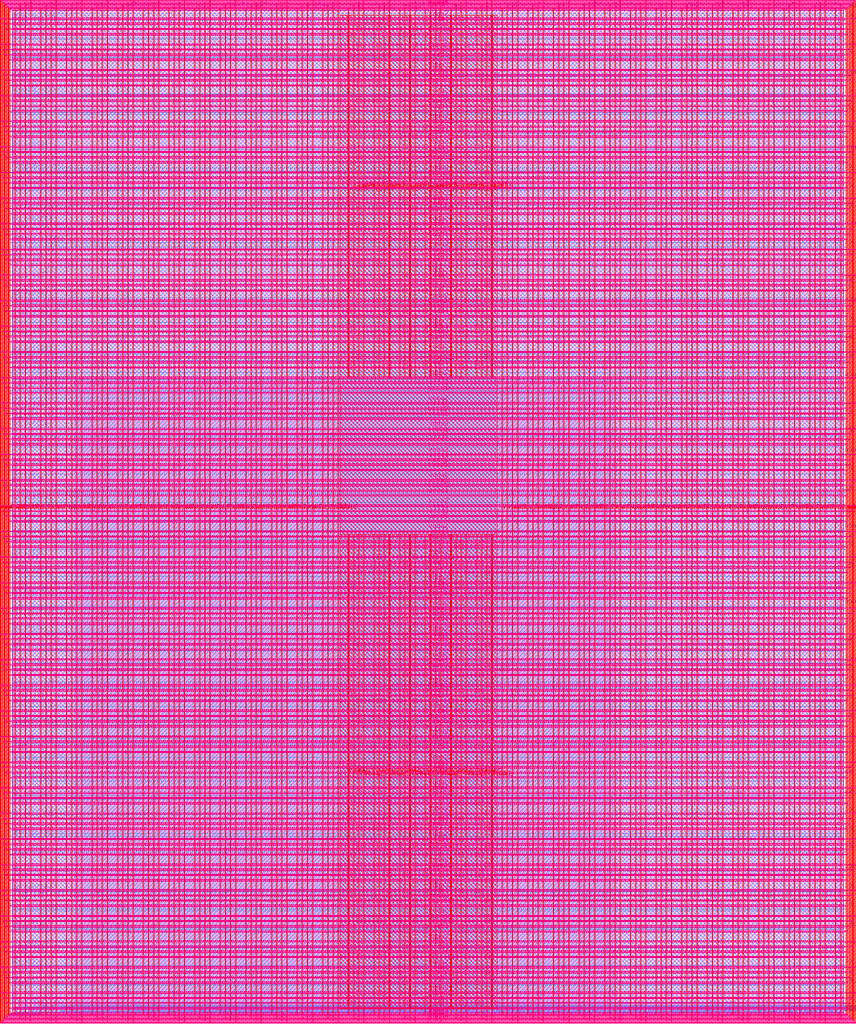
<source format=lef>
VERSION 5.7 ;
  NOWIREEXTENSIONATPIN ON ;
  DIVIDERCHAR "/" ;
  BUSBITCHARS "[]" ;
MACRO user_project_wrapper
  CLASS BLOCK ;
  FOREIGN user_project_wrapper ;
  ORIGIN 0.000 0.000 ;
  SIZE 2920.000 BY 3520.000 ;
  PIN analog_io[0]
    DIRECTION INOUT ;
    USE SIGNAL ;
    PORT
      LAYER met3 ;
        RECT 2917.600 1426.380 2924.800 1427.580 ;
    END
  END analog_io[0]
  PIN analog_io[10]
    DIRECTION INOUT ;
    USE SIGNAL ;
    PORT
      LAYER met2 ;
        RECT 2230.490 3517.600 2231.050 3524.800 ;
    END
  END analog_io[10]
  PIN analog_io[11]
    DIRECTION INOUT ;
    USE SIGNAL ;
    PORT
      LAYER met2 ;
        RECT 1905.730 3517.600 1906.290 3524.800 ;
    END
  END analog_io[11]
  PIN analog_io[12]
    DIRECTION INOUT ;
    USE SIGNAL ;
    PORT
      LAYER met2 ;
        RECT 1581.430 3517.600 1581.990 3524.800 ;
    END
  END analog_io[12]
  PIN analog_io[13]
    DIRECTION INOUT ;
    USE SIGNAL ;
    PORT
      LAYER met2 ;
        RECT 1257.130 3517.600 1257.690 3524.800 ;
    END
  END analog_io[13]
  PIN analog_io[14]
    DIRECTION INOUT ;
    USE SIGNAL ;
    PORT
      LAYER met2 ;
        RECT 932.370 3517.600 932.930 3524.800 ;
    END
  END analog_io[14]
  PIN analog_io[15]
    DIRECTION INOUT ;
    USE SIGNAL ;
    PORT
      LAYER met2 ;
        RECT 608.070 3517.600 608.630 3524.800 ;
    END
  END analog_io[15]
  PIN analog_io[16]
    DIRECTION INOUT ;
    USE SIGNAL ;
    PORT
      LAYER met2 ;
        RECT 283.770 3517.600 284.330 3524.800 ;
    END
  END analog_io[16]
  PIN analog_io[17]
    DIRECTION INOUT ;
    USE SIGNAL ;
    PORT
      LAYER met3 ;
        RECT -4.800 3486.100 2.400 3487.300 ;
    END
  END analog_io[17]
  PIN analog_io[18]
    DIRECTION INOUT ;
    USE SIGNAL ;
    PORT
      LAYER met3 ;
        RECT -4.800 3224.980 2.400 3226.180 ;
    END
  END analog_io[18]
  PIN analog_io[19]
    DIRECTION INOUT ;
    USE SIGNAL ;
    PORT
      LAYER met3 ;
        RECT -4.800 2964.540 2.400 2965.740 ;
    END
  END analog_io[19]
  PIN analog_io[1]
    DIRECTION INOUT ;
    USE SIGNAL ;
    PORT
      LAYER met3 ;
        RECT 2917.600 1692.260 2924.800 1693.460 ;
    END
  END analog_io[1]
  PIN analog_io[20]
    DIRECTION INOUT ;
    USE SIGNAL ;
    PORT
      LAYER met3 ;
        RECT -4.800 2703.420 2.400 2704.620 ;
    END
  END analog_io[20]
  PIN analog_io[21]
    DIRECTION INOUT ;
    USE SIGNAL ;
    PORT
      LAYER met3 ;
        RECT -4.800 2442.980 2.400 2444.180 ;
    END
  END analog_io[21]
  PIN analog_io[22]
    DIRECTION INOUT ;
    USE SIGNAL ;
    PORT
      LAYER met3 ;
        RECT -4.800 2182.540 2.400 2183.740 ;
    END
  END analog_io[22]
  PIN analog_io[23]
    DIRECTION INOUT ;
    USE SIGNAL ;
    PORT
      LAYER met3 ;
        RECT -4.800 1921.420 2.400 1922.620 ;
    END
  END analog_io[23]
  PIN analog_io[24]
    DIRECTION INOUT ;
    USE SIGNAL ;
    PORT
      LAYER met3 ;
        RECT -4.800 1660.980 2.400 1662.180 ;
    END
  END analog_io[24]
  PIN analog_io[25]
    DIRECTION INOUT ;
    USE SIGNAL ;
    PORT
      LAYER met3 ;
        RECT -4.800 1399.860 2.400 1401.060 ;
    END
  END analog_io[25]
  PIN analog_io[26]
    DIRECTION INOUT ;
    USE SIGNAL ;
    PORT
      LAYER met3 ;
        RECT -4.800 1139.420 2.400 1140.620 ;
    END
  END analog_io[26]
  PIN analog_io[27]
    DIRECTION INOUT ;
    USE SIGNAL ;
    PORT
      LAYER met3 ;
        RECT -4.800 878.980 2.400 880.180 ;
    END
  END analog_io[27]
  PIN analog_io[28]
    DIRECTION INOUT ;
    USE SIGNAL ;
    PORT
      LAYER met3 ;
        RECT -4.800 617.860 2.400 619.060 ;
    END
  END analog_io[28]
  PIN analog_io[2]
    DIRECTION INOUT ;
    USE SIGNAL ;
    PORT
      LAYER met3 ;
        RECT 2917.600 1958.140 2924.800 1959.340 ;
    END
  END analog_io[2]
  PIN analog_io[3]
    DIRECTION INOUT ;
    USE SIGNAL ;
    PORT
      LAYER met3 ;
        RECT 2917.600 2223.340 2924.800 2224.540 ;
    END
  END analog_io[3]
  PIN analog_io[4]
    DIRECTION INOUT ;
    USE SIGNAL ;
    PORT
      LAYER met3 ;
        RECT 2917.600 2489.220 2924.800 2490.420 ;
    END
  END analog_io[4]
  PIN analog_io[5]
    DIRECTION INOUT ;
    USE SIGNAL ;
    PORT
      LAYER met3 ;
        RECT 2917.600 2755.100 2924.800 2756.300 ;
    END
  END analog_io[5]
  PIN analog_io[6]
    DIRECTION INOUT ;
    USE SIGNAL ;
    PORT
      LAYER met3 ;
        RECT 2917.600 3020.300 2924.800 3021.500 ;
    END
  END analog_io[6]
  PIN analog_io[7]
    DIRECTION INOUT ;
    USE SIGNAL ;
    PORT
      LAYER met3 ;
        RECT 2917.600 3286.180 2924.800 3287.380 ;
    END
  END analog_io[7]
  PIN analog_io[8]
    DIRECTION INOUT ;
    USE SIGNAL ;
    PORT
      LAYER met2 ;
        RECT 2879.090 3517.600 2879.650 3524.800 ;
    END
  END analog_io[8]
  PIN analog_io[9]
    DIRECTION INOUT ;
    USE SIGNAL ;
    PORT
      LAYER met2 ;
        RECT 2554.790 3517.600 2555.350 3524.800 ;
    END
  END analog_io[9]
  PIN io_in[0]
    DIRECTION INPUT ;
    USE SIGNAL ;
    PORT
      LAYER met3 ;
        RECT 2917.600 32.380 2924.800 33.580 ;
    END
  END io_in[0]
  PIN io_in[10]
    DIRECTION INPUT ;
    USE SIGNAL ;
    PORT
      LAYER met3 ;
        RECT 2917.600 2289.980 2924.800 2291.180 ;
    END
  END io_in[10]
  PIN io_in[11]
    DIRECTION INPUT ;
    USE SIGNAL ;
    PORT
      LAYER met3 ;
        RECT 2917.600 2555.860 2924.800 2557.060 ;
    END
  END io_in[11]
  PIN io_in[12]
    DIRECTION INPUT ;
    USE SIGNAL ;
    PORT
      LAYER met3 ;
        RECT 2917.600 2821.060 2924.800 2822.260 ;
    END
  END io_in[12]
  PIN io_in[13]
    DIRECTION INPUT ;
    USE SIGNAL ;
    PORT
      LAYER met3 ;
        RECT 2917.600 3086.940 2924.800 3088.140 ;
    END
  END io_in[13]
  PIN io_in[14]
    DIRECTION INPUT ;
    USE SIGNAL ;
    PORT
      LAYER met3 ;
        RECT 2917.600 3352.820 2924.800 3354.020 ;
    END
  END io_in[14]
  PIN io_in[15]
    DIRECTION INPUT ;
    USE SIGNAL ;
    PORT
      LAYER met2 ;
        RECT 2798.130 3517.600 2798.690 3524.800 ;
    END
  END io_in[15]
  PIN io_in[16]
    DIRECTION INPUT ;
    USE SIGNAL ;
    PORT
      LAYER met2 ;
        RECT 2473.830 3517.600 2474.390 3524.800 ;
    END
  END io_in[16]
  PIN io_in[17]
    DIRECTION INPUT ;
    USE SIGNAL ;
    PORT
      LAYER met2 ;
        RECT 2149.070 3517.600 2149.630 3524.800 ;
    END
  END io_in[17]
  PIN io_in[18]
    DIRECTION INPUT ;
    USE SIGNAL ;
    PORT
      LAYER met2 ;
        RECT 1824.770 3517.600 1825.330 3524.800 ;
    END
  END io_in[18]
  PIN io_in[19]
    DIRECTION INPUT ;
    USE SIGNAL ;
    PORT
      LAYER met2 ;
        RECT 1500.470 3517.600 1501.030 3524.800 ;
    END
  END io_in[19]
  PIN io_in[1]
    DIRECTION INPUT ;
    USE SIGNAL ;
    PORT
      LAYER met3 ;
        RECT 2917.600 230.940 2924.800 232.140 ;
    END
  END io_in[1]
  PIN io_in[20]
    DIRECTION INPUT ;
    USE SIGNAL ;
    PORT
      LAYER met2 ;
        RECT 1175.710 3517.600 1176.270 3524.800 ;
    END
  END io_in[20]
  PIN io_in[21]
    DIRECTION INPUT ;
    USE SIGNAL ;
    PORT
      LAYER met2 ;
        RECT 851.410 3517.600 851.970 3524.800 ;
    END
  END io_in[21]
  PIN io_in[22]
    DIRECTION INPUT ;
    USE SIGNAL ;
    PORT
      LAYER met2 ;
        RECT 527.110 3517.600 527.670 3524.800 ;
    END
  END io_in[22]
  PIN io_in[23]
    DIRECTION INPUT ;
    USE SIGNAL ;
    PORT
      LAYER met2 ;
        RECT 202.350 3517.600 202.910 3524.800 ;
    END
  END io_in[23]
  PIN io_in[24]
    DIRECTION INPUT ;
    USE SIGNAL ;
    PORT
      LAYER met3 ;
        RECT -4.800 3420.820 2.400 3422.020 ;
    END
  END io_in[24]
  PIN io_in[25]
    DIRECTION INPUT ;
    USE SIGNAL ;
    PORT
      LAYER met3 ;
        RECT -4.800 3159.700 2.400 3160.900 ;
    END
  END io_in[25]
  PIN io_in[26]
    DIRECTION INPUT ;
    USE SIGNAL ;
    PORT
      LAYER met3 ;
        RECT -4.800 2899.260 2.400 2900.460 ;
    END
  END io_in[26]
  PIN io_in[27]
    DIRECTION INPUT ;
    USE SIGNAL ;
    PORT
      LAYER met3 ;
        RECT -4.800 2638.820 2.400 2640.020 ;
    END
  END io_in[27]
  PIN io_in[28]
    DIRECTION INPUT ;
    USE SIGNAL ;
    PORT
      LAYER met3 ;
        RECT -4.800 2377.700 2.400 2378.900 ;
    END
  END io_in[28]
  PIN io_in[29]
    DIRECTION INPUT ;
    USE SIGNAL ;
    PORT
      LAYER met3 ;
        RECT -4.800 2117.260 2.400 2118.460 ;
    END
  END io_in[29]
  PIN io_in[2]
    DIRECTION INPUT ;
    USE SIGNAL ;
    PORT
      LAYER met3 ;
        RECT 2917.600 430.180 2924.800 431.380 ;
    END
  END io_in[2]
  PIN io_in[30]
    DIRECTION INPUT ;
    USE SIGNAL ;
    PORT
      LAYER met3 ;
        RECT -4.800 1856.140 2.400 1857.340 ;
    END
  END io_in[30]
  PIN io_in[31]
    DIRECTION INPUT ;
    USE SIGNAL ;
    PORT
      LAYER met3 ;
        RECT -4.800 1595.700 2.400 1596.900 ;
    END
  END io_in[31]
  PIN io_in[32]
    DIRECTION INPUT ;
    USE SIGNAL ;
    PORT
      LAYER met3 ;
        RECT -4.800 1335.260 2.400 1336.460 ;
    END
  END io_in[32]
  PIN io_in[33]
    DIRECTION INPUT ;
    USE SIGNAL ;
    PORT
      LAYER met3 ;
        RECT -4.800 1074.140 2.400 1075.340 ;
    END
  END io_in[33]
  PIN io_in[34]
    DIRECTION INPUT ;
    USE SIGNAL ;
    PORT
      LAYER met3 ;
        RECT -4.800 813.700 2.400 814.900 ;
    END
  END io_in[34]
  PIN io_in[35]
    DIRECTION INPUT ;
    USE SIGNAL ;
    PORT
      LAYER met3 ;
        RECT -4.800 552.580 2.400 553.780 ;
    END
  END io_in[35]
  PIN io_in[36]
    DIRECTION INPUT ;
    USE SIGNAL ;
    PORT
      LAYER met3 ;
        RECT -4.800 357.420 2.400 358.620 ;
    END
  END io_in[36]
  PIN io_in[37]
    DIRECTION INPUT ;
    USE SIGNAL ;
    PORT
      LAYER met3 ;
        RECT -4.800 161.580 2.400 162.780 ;
    END
  END io_in[37]
  PIN io_in[3]
    DIRECTION INPUT ;
    USE SIGNAL ;
    PORT
      LAYER met3 ;
        RECT 2917.600 629.420 2924.800 630.620 ;
    END
  END io_in[3]
  PIN io_in[4]
    DIRECTION INPUT ;
    USE SIGNAL ;
    PORT
      LAYER met3 ;
        RECT 2917.600 828.660 2924.800 829.860 ;
    END
  END io_in[4]
  PIN io_in[5]
    DIRECTION INPUT ;
    USE SIGNAL ;
    PORT
      LAYER met3 ;
        RECT 2917.600 1027.900 2924.800 1029.100 ;
    END
  END io_in[5]
  PIN io_in[6]
    DIRECTION INPUT ;
    USE SIGNAL ;
    PORT
      LAYER met3 ;
        RECT 2917.600 1227.140 2924.800 1228.340 ;
    END
  END io_in[6]
  PIN io_in[7]
    DIRECTION INPUT ;
    USE SIGNAL ;
    PORT
      LAYER met3 ;
        RECT 2917.600 1493.020 2924.800 1494.220 ;
    END
  END io_in[7]
  PIN io_in[8]
    DIRECTION INPUT ;
    USE SIGNAL ;
    PORT
      LAYER met3 ;
        RECT 2917.600 1758.900 2924.800 1760.100 ;
    END
  END io_in[8]
  PIN io_in[9]
    DIRECTION INPUT ;
    USE SIGNAL ;
    PORT
      LAYER met3 ;
        RECT 2917.600 2024.100 2924.800 2025.300 ;
    END
  END io_in[9]
  PIN io_oeb[0]
    DIRECTION OUTPUT TRISTATE ;
    USE SIGNAL ;
    PORT
      LAYER met3 ;
        RECT 2917.600 164.980 2924.800 166.180 ;
    END
  END io_oeb[0]
  PIN io_oeb[10]
    DIRECTION OUTPUT TRISTATE ;
    USE SIGNAL ;
    PORT
      LAYER met3 ;
        RECT 2917.600 2422.580 2924.800 2423.780 ;
    END
  END io_oeb[10]
  PIN io_oeb[11]
    DIRECTION OUTPUT TRISTATE ;
    USE SIGNAL ;
    PORT
      LAYER met3 ;
        RECT 2917.600 2688.460 2924.800 2689.660 ;
    END
  END io_oeb[11]
  PIN io_oeb[12]
    DIRECTION OUTPUT TRISTATE ;
    USE SIGNAL ;
    PORT
      LAYER met3 ;
        RECT 2917.600 2954.340 2924.800 2955.540 ;
    END
  END io_oeb[12]
  PIN io_oeb[13]
    DIRECTION OUTPUT TRISTATE ;
    USE SIGNAL ;
    PORT
      LAYER met3 ;
        RECT 2917.600 3219.540 2924.800 3220.740 ;
    END
  END io_oeb[13]
  PIN io_oeb[14]
    DIRECTION OUTPUT TRISTATE ;
    USE SIGNAL ;
    PORT
      LAYER met3 ;
        RECT 2917.600 3485.420 2924.800 3486.620 ;
    END
  END io_oeb[14]
  PIN io_oeb[15]
    DIRECTION OUTPUT TRISTATE ;
    USE SIGNAL ;
    PORT
      LAYER met2 ;
        RECT 2635.750 3517.600 2636.310 3524.800 ;
    END
  END io_oeb[15]
  PIN io_oeb[16]
    DIRECTION OUTPUT TRISTATE ;
    USE SIGNAL ;
    PORT
      LAYER met2 ;
        RECT 2311.450 3517.600 2312.010 3524.800 ;
    END
  END io_oeb[16]
  PIN io_oeb[17]
    DIRECTION OUTPUT TRISTATE ;
    USE SIGNAL ;
    PORT
      LAYER met2 ;
        RECT 1987.150 3517.600 1987.710 3524.800 ;
    END
  END io_oeb[17]
  PIN io_oeb[18]
    DIRECTION OUTPUT TRISTATE ;
    USE SIGNAL ;
    PORT
      LAYER met2 ;
        RECT 1662.390 3517.600 1662.950 3524.800 ;
    END
  END io_oeb[18]
  PIN io_oeb[19]
    DIRECTION OUTPUT TRISTATE ;
    USE SIGNAL ;
    PORT
      LAYER met2 ;
        RECT 1338.090 3517.600 1338.650 3524.800 ;
    END
  END io_oeb[19]
  PIN io_oeb[1]
    DIRECTION OUTPUT TRISTATE ;
    USE SIGNAL ;
    PORT
      LAYER met3 ;
        RECT 2917.600 364.220 2924.800 365.420 ;
    END
  END io_oeb[1]
  PIN io_oeb[20]
    DIRECTION OUTPUT TRISTATE ;
    USE SIGNAL ;
    PORT
      LAYER met2 ;
        RECT 1013.790 3517.600 1014.350 3524.800 ;
    END
  END io_oeb[20]
  PIN io_oeb[21]
    DIRECTION OUTPUT TRISTATE ;
    USE SIGNAL ;
    PORT
      LAYER met2 ;
        RECT 689.030 3517.600 689.590 3524.800 ;
    END
  END io_oeb[21]
  PIN io_oeb[22]
    DIRECTION OUTPUT TRISTATE ;
    USE SIGNAL ;
    PORT
      LAYER met2 ;
        RECT 364.730 3517.600 365.290 3524.800 ;
    END
  END io_oeb[22]
  PIN io_oeb[23]
    DIRECTION OUTPUT TRISTATE ;
    USE SIGNAL ;
    PORT
      LAYER met2 ;
        RECT 40.430 3517.600 40.990 3524.800 ;
    END
  END io_oeb[23]
  PIN io_oeb[24]
    DIRECTION OUTPUT TRISTATE ;
    USE SIGNAL ;
    PORT
      LAYER met3 ;
        RECT -4.800 3290.260 2.400 3291.460 ;
    END
  END io_oeb[24]
  PIN io_oeb[25]
    DIRECTION OUTPUT TRISTATE ;
    USE SIGNAL ;
    PORT
      LAYER met3 ;
        RECT -4.800 3029.820 2.400 3031.020 ;
    END
  END io_oeb[25]
  PIN io_oeb[26]
    DIRECTION OUTPUT TRISTATE ;
    USE SIGNAL ;
    PORT
      LAYER met3 ;
        RECT -4.800 2768.700 2.400 2769.900 ;
    END
  END io_oeb[26]
  PIN io_oeb[27]
    DIRECTION OUTPUT TRISTATE ;
    USE SIGNAL ;
    PORT
      LAYER met3 ;
        RECT -4.800 2508.260 2.400 2509.460 ;
    END
  END io_oeb[27]
  PIN io_oeb[28]
    DIRECTION OUTPUT TRISTATE ;
    USE SIGNAL ;
    PORT
      LAYER met3 ;
        RECT -4.800 2247.140 2.400 2248.340 ;
    END
  END io_oeb[28]
  PIN io_oeb[29]
    DIRECTION OUTPUT TRISTATE ;
    USE SIGNAL ;
    PORT
      LAYER met3 ;
        RECT -4.800 1986.700 2.400 1987.900 ;
    END
  END io_oeb[29]
  PIN io_oeb[2]
    DIRECTION OUTPUT TRISTATE ;
    USE SIGNAL ;
    PORT
      LAYER met3 ;
        RECT 2917.600 563.460 2924.800 564.660 ;
    END
  END io_oeb[2]
  PIN io_oeb[30]
    DIRECTION OUTPUT TRISTATE ;
    USE SIGNAL ;
    PORT
      LAYER met3 ;
        RECT -4.800 1726.260 2.400 1727.460 ;
    END
  END io_oeb[30]
  PIN io_oeb[31]
    DIRECTION OUTPUT TRISTATE ;
    USE SIGNAL ;
    PORT
      LAYER met3 ;
        RECT -4.800 1465.140 2.400 1466.340 ;
    END
  END io_oeb[31]
  PIN io_oeb[32]
    DIRECTION OUTPUT TRISTATE ;
    USE SIGNAL ;
    PORT
      LAYER met3 ;
        RECT -4.800 1204.700 2.400 1205.900 ;
    END
  END io_oeb[32]
  PIN io_oeb[33]
    DIRECTION OUTPUT TRISTATE ;
    USE SIGNAL ;
    PORT
      LAYER met3 ;
        RECT -4.800 943.580 2.400 944.780 ;
    END
  END io_oeb[33]
  PIN io_oeb[34]
    DIRECTION OUTPUT TRISTATE ;
    USE SIGNAL ;
    PORT
      LAYER met3 ;
        RECT -4.800 683.140 2.400 684.340 ;
    END
  END io_oeb[34]
  PIN io_oeb[35]
    DIRECTION OUTPUT TRISTATE ;
    USE SIGNAL ;
    PORT
      LAYER met3 ;
        RECT -4.800 422.700 2.400 423.900 ;
    END
  END io_oeb[35]
  PIN io_oeb[36]
    DIRECTION OUTPUT TRISTATE ;
    USE SIGNAL ;
    PORT
      LAYER met3 ;
        RECT -4.800 226.860 2.400 228.060 ;
    END
  END io_oeb[36]
  PIN io_oeb[37]
    DIRECTION OUTPUT TRISTATE ;
    USE SIGNAL ;
    PORT
      LAYER met3 ;
        RECT -4.800 31.700 2.400 32.900 ;
    END
  END io_oeb[37]
  PIN io_oeb[3]
    DIRECTION OUTPUT TRISTATE ;
    USE SIGNAL ;
    PORT
      LAYER met3 ;
        RECT 2917.600 762.700 2924.800 763.900 ;
    END
  END io_oeb[3]
  PIN io_oeb[4]
    DIRECTION OUTPUT TRISTATE ;
    USE SIGNAL ;
    PORT
      LAYER met3 ;
        RECT 2917.600 961.940 2924.800 963.140 ;
    END
  END io_oeb[4]
  PIN io_oeb[5]
    DIRECTION OUTPUT TRISTATE ;
    USE SIGNAL ;
    PORT
      LAYER met3 ;
        RECT 2917.600 1161.180 2924.800 1162.380 ;
    END
  END io_oeb[5]
  PIN io_oeb[6]
    DIRECTION OUTPUT TRISTATE ;
    USE SIGNAL ;
    PORT
      LAYER met3 ;
        RECT 2917.600 1360.420 2924.800 1361.620 ;
    END
  END io_oeb[6]
  PIN io_oeb[7]
    DIRECTION OUTPUT TRISTATE ;
    USE SIGNAL ;
    PORT
      LAYER met3 ;
        RECT 2917.600 1625.620 2924.800 1626.820 ;
    END
  END io_oeb[7]
  PIN io_oeb[8]
    DIRECTION OUTPUT TRISTATE ;
    USE SIGNAL ;
    PORT
      LAYER met3 ;
        RECT 2917.600 1891.500 2924.800 1892.700 ;
    END
  END io_oeb[8]
  PIN io_oeb[9]
    DIRECTION OUTPUT TRISTATE ;
    USE SIGNAL ;
    PORT
      LAYER met3 ;
        RECT 2917.600 2157.380 2924.800 2158.580 ;
    END
  END io_oeb[9]
  PIN io_out[0]
    DIRECTION OUTPUT TRISTATE ;
    USE SIGNAL ;
    PORT
      LAYER met3 ;
        RECT 2917.600 98.340 2924.800 99.540 ;
    END
  END io_out[0]
  PIN io_out[10]
    DIRECTION OUTPUT TRISTATE ;
    USE SIGNAL ;
    PORT
      LAYER met3 ;
        RECT 2917.600 2356.620 2924.800 2357.820 ;
    END
  END io_out[10]
  PIN io_out[11]
    DIRECTION OUTPUT TRISTATE ;
    USE SIGNAL ;
    PORT
      LAYER met3 ;
        RECT 2917.600 2621.820 2924.800 2623.020 ;
    END
  END io_out[11]
  PIN io_out[12]
    DIRECTION OUTPUT TRISTATE ;
    USE SIGNAL ;
    PORT
      LAYER met3 ;
        RECT 2917.600 2887.700 2924.800 2888.900 ;
    END
  END io_out[12]
  PIN io_out[13]
    DIRECTION OUTPUT TRISTATE ;
    USE SIGNAL ;
    PORT
      LAYER met3 ;
        RECT 2917.600 3153.580 2924.800 3154.780 ;
    END
  END io_out[13]
  PIN io_out[14]
    DIRECTION OUTPUT TRISTATE ;
    USE SIGNAL ;
    PORT
      LAYER met3 ;
        RECT 2917.600 3418.780 2924.800 3419.980 ;
    END
  END io_out[14]
  PIN io_out[15]
    DIRECTION OUTPUT TRISTATE ;
    USE SIGNAL ;
    PORT
      LAYER met2 ;
        RECT 2717.170 3517.600 2717.730 3524.800 ;
    END
  END io_out[15]
  PIN io_out[16]
    DIRECTION OUTPUT TRISTATE ;
    USE SIGNAL ;
    PORT
      LAYER met2 ;
        RECT 2392.410 3517.600 2392.970 3524.800 ;
    END
  END io_out[16]
  PIN io_out[17]
    DIRECTION OUTPUT TRISTATE ;
    USE SIGNAL ;
    PORT
      LAYER met2 ;
        RECT 2068.110 3517.600 2068.670 3524.800 ;
    END
  END io_out[17]
  PIN io_out[18]
    DIRECTION OUTPUT TRISTATE ;
    USE SIGNAL ;
    PORT
      LAYER met2 ;
        RECT 1743.810 3517.600 1744.370 3524.800 ;
    END
  END io_out[18]
  PIN io_out[19]
    DIRECTION OUTPUT TRISTATE ;
    USE SIGNAL ;
    PORT
      LAYER met2 ;
        RECT 1419.050 3517.600 1419.610 3524.800 ;
    END
  END io_out[19]
  PIN io_out[1]
    DIRECTION OUTPUT TRISTATE ;
    USE SIGNAL ;
    PORT
      LAYER met3 ;
        RECT 2917.600 297.580 2924.800 298.780 ;
    END
  END io_out[1]
  PIN io_out[20]
    DIRECTION OUTPUT TRISTATE ;
    USE SIGNAL ;
    PORT
      LAYER met2 ;
        RECT 1094.750 3517.600 1095.310 3524.800 ;
    END
  END io_out[20]
  PIN io_out[21]
    DIRECTION OUTPUT TRISTATE ;
    USE SIGNAL ;
    PORT
      LAYER met2 ;
        RECT 770.450 3517.600 771.010 3524.800 ;
    END
  END io_out[21]
  PIN io_out[22]
    DIRECTION OUTPUT TRISTATE ;
    USE SIGNAL ;
    PORT
      LAYER met2 ;
        RECT 445.690 3517.600 446.250 3524.800 ;
    END
  END io_out[22]
  PIN io_out[23]
    DIRECTION OUTPUT TRISTATE ;
    USE SIGNAL ;
    PORT
      LAYER met2 ;
        RECT 121.390 3517.600 121.950 3524.800 ;
    END
  END io_out[23]
  PIN io_out[24]
    DIRECTION OUTPUT TRISTATE ;
    USE SIGNAL ;
    PORT
      LAYER met3 ;
        RECT -4.800 3355.540 2.400 3356.740 ;
    END
  END io_out[24]
  PIN io_out[25]
    DIRECTION OUTPUT TRISTATE ;
    USE SIGNAL ;
    PORT
      LAYER met3 ;
        RECT -4.800 3095.100 2.400 3096.300 ;
    END
  END io_out[25]
  PIN io_out[26]
    DIRECTION OUTPUT TRISTATE ;
    USE SIGNAL ;
    PORT
      LAYER met3 ;
        RECT -4.800 2833.980 2.400 2835.180 ;
    END
  END io_out[26]
  PIN io_out[27]
    DIRECTION OUTPUT TRISTATE ;
    USE SIGNAL ;
    PORT
      LAYER met3 ;
        RECT -4.800 2573.540 2.400 2574.740 ;
    END
  END io_out[27]
  PIN io_out[28]
    DIRECTION OUTPUT TRISTATE ;
    USE SIGNAL ;
    PORT
      LAYER met3 ;
        RECT -4.800 2312.420 2.400 2313.620 ;
    END
  END io_out[28]
  PIN io_out[29]
    DIRECTION OUTPUT TRISTATE ;
    USE SIGNAL ;
    PORT
      LAYER met3 ;
        RECT -4.800 2051.980 2.400 2053.180 ;
    END
  END io_out[29]
  PIN io_out[2]
    DIRECTION OUTPUT TRISTATE ;
    USE SIGNAL ;
    PORT
      LAYER met3 ;
        RECT 2917.600 496.820 2924.800 498.020 ;
    END
  END io_out[2]
  PIN io_out[30]
    DIRECTION OUTPUT TRISTATE ;
    USE SIGNAL ;
    PORT
      LAYER met3 ;
        RECT -4.800 1791.540 2.400 1792.740 ;
    END
  END io_out[30]
  PIN io_out[31]
    DIRECTION OUTPUT TRISTATE ;
    USE SIGNAL ;
    PORT
      LAYER met3 ;
        RECT -4.800 1530.420 2.400 1531.620 ;
    END
  END io_out[31]
  PIN io_out[32]
    DIRECTION OUTPUT TRISTATE ;
    USE SIGNAL ;
    PORT
      LAYER met3 ;
        RECT -4.800 1269.980 2.400 1271.180 ;
    END
  END io_out[32]
  PIN io_out[33]
    DIRECTION OUTPUT TRISTATE ;
    USE SIGNAL ;
    PORT
      LAYER met3 ;
        RECT -4.800 1008.860 2.400 1010.060 ;
    END
  END io_out[33]
  PIN io_out[34]
    DIRECTION OUTPUT TRISTATE ;
    USE SIGNAL ;
    PORT
      LAYER met3 ;
        RECT -4.800 748.420 2.400 749.620 ;
    END
  END io_out[34]
  PIN io_out[35]
    DIRECTION OUTPUT TRISTATE ;
    USE SIGNAL ;
    PORT
      LAYER met3 ;
        RECT -4.800 487.300 2.400 488.500 ;
    END
  END io_out[35]
  PIN io_out[36]
    DIRECTION OUTPUT TRISTATE ;
    USE SIGNAL ;
    PORT
      LAYER met3 ;
        RECT -4.800 292.140 2.400 293.340 ;
    END
  END io_out[36]
  PIN io_out[37]
    DIRECTION OUTPUT TRISTATE ;
    USE SIGNAL ;
    PORT
      LAYER met3 ;
        RECT -4.800 96.300 2.400 97.500 ;
    END
  END io_out[37]
  PIN io_out[3]
    DIRECTION OUTPUT TRISTATE ;
    USE SIGNAL ;
    PORT
      LAYER met3 ;
        RECT 2917.600 696.060 2924.800 697.260 ;
    END
  END io_out[3]
  PIN io_out[4]
    DIRECTION OUTPUT TRISTATE ;
    USE SIGNAL ;
    PORT
      LAYER met3 ;
        RECT 2917.600 895.300 2924.800 896.500 ;
    END
  END io_out[4]
  PIN io_out[5]
    DIRECTION OUTPUT TRISTATE ;
    USE SIGNAL ;
    PORT
      LAYER met3 ;
        RECT 2917.600 1094.540 2924.800 1095.740 ;
    END
  END io_out[5]
  PIN io_out[6]
    DIRECTION OUTPUT TRISTATE ;
    USE SIGNAL ;
    PORT
      LAYER met3 ;
        RECT 2917.600 1293.780 2924.800 1294.980 ;
    END
  END io_out[6]
  PIN io_out[7]
    DIRECTION OUTPUT TRISTATE ;
    USE SIGNAL ;
    PORT
      LAYER met3 ;
        RECT 2917.600 1559.660 2924.800 1560.860 ;
    END
  END io_out[7]
  PIN io_out[8]
    DIRECTION OUTPUT TRISTATE ;
    USE SIGNAL ;
    PORT
      LAYER met3 ;
        RECT 2917.600 1824.860 2924.800 1826.060 ;
    END
  END io_out[8]
  PIN io_out[9]
    DIRECTION OUTPUT TRISTATE ;
    USE SIGNAL ;
    PORT
      LAYER met3 ;
        RECT 2917.600 2090.740 2924.800 2091.940 ;
    END
  END io_out[9]
  PIN la_data_in[0]
    DIRECTION INPUT ;
    USE SIGNAL ;
    PORT
      LAYER met2 ;
        RECT 629.230 -4.800 629.790 2.400 ;
    END
  END la_data_in[0]
  PIN la_data_in[100]
    DIRECTION INPUT ;
    USE SIGNAL ;
    PORT
      LAYER met2 ;
        RECT 2402.530 -4.800 2403.090 2.400 ;
    END
  END la_data_in[100]
  PIN la_data_in[101]
    DIRECTION INPUT ;
    USE SIGNAL ;
    PORT
      LAYER met2 ;
        RECT 2420.010 -4.800 2420.570 2.400 ;
    END
  END la_data_in[101]
  PIN la_data_in[102]
    DIRECTION INPUT ;
    USE SIGNAL ;
    PORT
      LAYER met2 ;
        RECT 2437.950 -4.800 2438.510 2.400 ;
    END
  END la_data_in[102]
  PIN la_data_in[103]
    DIRECTION INPUT ;
    USE SIGNAL ;
    PORT
      LAYER met2 ;
        RECT 2455.430 -4.800 2455.990 2.400 ;
    END
  END la_data_in[103]
  PIN la_data_in[104]
    DIRECTION INPUT ;
    USE SIGNAL ;
    PORT
      LAYER met2 ;
        RECT 2473.370 -4.800 2473.930 2.400 ;
    END
  END la_data_in[104]
  PIN la_data_in[105]
    DIRECTION INPUT ;
    USE SIGNAL ;
    PORT
      LAYER met2 ;
        RECT 2490.850 -4.800 2491.410 2.400 ;
    END
  END la_data_in[105]
  PIN la_data_in[106]
    DIRECTION INPUT ;
    USE SIGNAL ;
    PORT
      LAYER met2 ;
        RECT 2508.790 -4.800 2509.350 2.400 ;
    END
  END la_data_in[106]
  PIN la_data_in[107]
    DIRECTION INPUT ;
    USE SIGNAL ;
    PORT
      LAYER met2 ;
        RECT 2526.730 -4.800 2527.290 2.400 ;
    END
  END la_data_in[107]
  PIN la_data_in[108]
    DIRECTION INPUT ;
    USE SIGNAL ;
    PORT
      LAYER met2 ;
        RECT 2544.210 -4.800 2544.770 2.400 ;
    END
  END la_data_in[108]
  PIN la_data_in[109]
    DIRECTION INPUT ;
    USE SIGNAL ;
    PORT
      LAYER met2 ;
        RECT 2562.150 -4.800 2562.710 2.400 ;
    END
  END la_data_in[109]
  PIN la_data_in[10]
    DIRECTION INPUT ;
    USE SIGNAL ;
    PORT
      LAYER met2 ;
        RECT 806.330 -4.800 806.890 2.400 ;
    END
  END la_data_in[10]
  PIN la_data_in[110]
    DIRECTION INPUT ;
    USE SIGNAL ;
    PORT
      LAYER met2 ;
        RECT 2579.630 -4.800 2580.190 2.400 ;
    END
  END la_data_in[110]
  PIN la_data_in[111]
    DIRECTION INPUT ;
    USE SIGNAL ;
    PORT
      LAYER met2 ;
        RECT 2597.570 -4.800 2598.130 2.400 ;
    END
  END la_data_in[111]
  PIN la_data_in[112]
    DIRECTION INPUT ;
    USE SIGNAL ;
    PORT
      LAYER met2 ;
        RECT 2615.050 -4.800 2615.610 2.400 ;
    END
  END la_data_in[112]
  PIN la_data_in[113]
    DIRECTION INPUT ;
    USE SIGNAL ;
    PORT
      LAYER met2 ;
        RECT 2632.990 -4.800 2633.550 2.400 ;
    END
  END la_data_in[113]
  PIN la_data_in[114]
    DIRECTION INPUT ;
    USE SIGNAL ;
    PORT
      LAYER met2 ;
        RECT 2650.470 -4.800 2651.030 2.400 ;
    END
  END la_data_in[114]
  PIN la_data_in[115]
    DIRECTION INPUT ;
    USE SIGNAL ;
    PORT
      LAYER met2 ;
        RECT 2668.410 -4.800 2668.970 2.400 ;
    END
  END la_data_in[115]
  PIN la_data_in[116]
    DIRECTION INPUT ;
    USE SIGNAL ;
    PORT
      LAYER met2 ;
        RECT 2685.890 -4.800 2686.450 2.400 ;
    END
  END la_data_in[116]
  PIN la_data_in[117]
    DIRECTION INPUT ;
    USE SIGNAL ;
    PORT
      LAYER met2 ;
        RECT 2703.830 -4.800 2704.390 2.400 ;
    END
  END la_data_in[117]
  PIN la_data_in[118]
    DIRECTION INPUT ;
    USE SIGNAL ;
    PORT
      LAYER met2 ;
        RECT 2721.770 -4.800 2722.330 2.400 ;
    END
  END la_data_in[118]
  PIN la_data_in[119]
    DIRECTION INPUT ;
    USE SIGNAL ;
    PORT
      LAYER met2 ;
        RECT 2739.250 -4.800 2739.810 2.400 ;
    END
  END la_data_in[119]
  PIN la_data_in[11]
    DIRECTION INPUT ;
    USE SIGNAL ;
    PORT
      LAYER met2 ;
        RECT 824.270 -4.800 824.830 2.400 ;
    END
  END la_data_in[11]
  PIN la_data_in[120]
    DIRECTION INPUT ;
    USE SIGNAL ;
    PORT
      LAYER met2 ;
        RECT 2757.190 -4.800 2757.750 2.400 ;
    END
  END la_data_in[120]
  PIN la_data_in[121]
    DIRECTION INPUT ;
    USE SIGNAL ;
    PORT
      LAYER met2 ;
        RECT 2774.670 -4.800 2775.230 2.400 ;
    END
  END la_data_in[121]
  PIN la_data_in[122]
    DIRECTION INPUT ;
    USE SIGNAL ;
    PORT
      LAYER met2 ;
        RECT 2792.610 -4.800 2793.170 2.400 ;
    END
  END la_data_in[122]
  PIN la_data_in[123]
    DIRECTION INPUT ;
    USE SIGNAL ;
    PORT
      LAYER met2 ;
        RECT 2810.090 -4.800 2810.650 2.400 ;
    END
  END la_data_in[123]
  PIN la_data_in[124]
    DIRECTION INPUT ;
    USE SIGNAL ;
    PORT
      LAYER met2 ;
        RECT 2828.030 -4.800 2828.590 2.400 ;
    END
  END la_data_in[124]
  PIN la_data_in[125]
    DIRECTION INPUT ;
    USE SIGNAL ;
    PORT
      LAYER met2 ;
        RECT 2845.510 -4.800 2846.070 2.400 ;
    END
  END la_data_in[125]
  PIN la_data_in[126]
    DIRECTION INPUT ;
    USE SIGNAL ;
    PORT
      LAYER met2 ;
        RECT 2863.450 -4.800 2864.010 2.400 ;
    END
  END la_data_in[126]
  PIN la_data_in[127]
    DIRECTION INPUT ;
    USE SIGNAL ;
    PORT
      LAYER met2 ;
        RECT 2881.390 -4.800 2881.950 2.400 ;
    END
  END la_data_in[127]
  PIN la_data_in[12]
    DIRECTION INPUT ;
    USE SIGNAL ;
    PORT
      LAYER met2 ;
        RECT 841.750 -4.800 842.310 2.400 ;
    END
  END la_data_in[12]
  PIN la_data_in[13]
    DIRECTION INPUT ;
    USE SIGNAL ;
    PORT
      LAYER met2 ;
        RECT 859.690 -4.800 860.250 2.400 ;
    END
  END la_data_in[13]
  PIN la_data_in[14]
    DIRECTION INPUT ;
    USE SIGNAL ;
    PORT
      LAYER met2 ;
        RECT 877.170 -4.800 877.730 2.400 ;
    END
  END la_data_in[14]
  PIN la_data_in[15]
    DIRECTION INPUT ;
    USE SIGNAL ;
    PORT
      LAYER met2 ;
        RECT 895.110 -4.800 895.670 2.400 ;
    END
  END la_data_in[15]
  PIN la_data_in[16]
    DIRECTION INPUT ;
    USE SIGNAL ;
    PORT
      LAYER met2 ;
        RECT 912.590 -4.800 913.150 2.400 ;
    END
  END la_data_in[16]
  PIN la_data_in[17]
    DIRECTION INPUT ;
    USE SIGNAL ;
    PORT
      LAYER met2 ;
        RECT 930.530 -4.800 931.090 2.400 ;
    END
  END la_data_in[17]
  PIN la_data_in[18]
    DIRECTION INPUT ;
    USE SIGNAL ;
    PORT
      LAYER met2 ;
        RECT 948.470 -4.800 949.030 2.400 ;
    END
  END la_data_in[18]
  PIN la_data_in[19]
    DIRECTION INPUT ;
    USE SIGNAL ;
    PORT
      LAYER met2 ;
        RECT 965.950 -4.800 966.510 2.400 ;
    END
  END la_data_in[19]
  PIN la_data_in[1]
    DIRECTION INPUT ;
    USE SIGNAL ;
    PORT
      LAYER met2 ;
        RECT 646.710 -4.800 647.270 2.400 ;
    END
  END la_data_in[1]
  PIN la_data_in[20]
    DIRECTION INPUT ;
    USE SIGNAL ;
    PORT
      LAYER met2 ;
        RECT 983.890 -4.800 984.450 2.400 ;
    END
  END la_data_in[20]
  PIN la_data_in[21]
    DIRECTION INPUT ;
    USE SIGNAL ;
    PORT
      LAYER met2 ;
        RECT 1001.370 -4.800 1001.930 2.400 ;
    END
  END la_data_in[21]
  PIN la_data_in[22]
    DIRECTION INPUT ;
    USE SIGNAL ;
    PORT
      LAYER met2 ;
        RECT 1019.310 -4.800 1019.870 2.400 ;
    END
  END la_data_in[22]
  PIN la_data_in[23]
    DIRECTION INPUT ;
    USE SIGNAL ;
    PORT
      LAYER met2 ;
        RECT 1036.790 -4.800 1037.350 2.400 ;
    END
  END la_data_in[23]
  PIN la_data_in[24]
    DIRECTION INPUT ;
    USE SIGNAL ;
    PORT
      LAYER met2 ;
        RECT 1054.730 -4.800 1055.290 2.400 ;
    END
  END la_data_in[24]
  PIN la_data_in[25]
    DIRECTION INPUT ;
    USE SIGNAL ;
    PORT
      LAYER met2 ;
        RECT 1072.210 -4.800 1072.770 2.400 ;
    END
  END la_data_in[25]
  PIN la_data_in[26]
    DIRECTION INPUT ;
    USE SIGNAL ;
    PORT
      LAYER met2 ;
        RECT 1090.150 -4.800 1090.710 2.400 ;
    END
  END la_data_in[26]
  PIN la_data_in[27]
    DIRECTION INPUT ;
    USE SIGNAL ;
    PORT
      LAYER met2 ;
        RECT 1107.630 -4.800 1108.190 2.400 ;
    END
  END la_data_in[27]
  PIN la_data_in[28]
    DIRECTION INPUT ;
    USE SIGNAL ;
    PORT
      LAYER met2 ;
        RECT 1125.570 -4.800 1126.130 2.400 ;
    END
  END la_data_in[28]
  PIN la_data_in[29]
    DIRECTION INPUT ;
    USE SIGNAL ;
    PORT
      LAYER met2 ;
        RECT 1143.510 -4.800 1144.070 2.400 ;
    END
  END la_data_in[29]
  PIN la_data_in[2]
    DIRECTION INPUT ;
    USE SIGNAL ;
    PORT
      LAYER met2 ;
        RECT 664.650 -4.800 665.210 2.400 ;
    END
  END la_data_in[2]
  PIN la_data_in[30]
    DIRECTION INPUT ;
    USE SIGNAL ;
    PORT
      LAYER met2 ;
        RECT 1160.990 -4.800 1161.550 2.400 ;
    END
  END la_data_in[30]
  PIN la_data_in[31]
    DIRECTION INPUT ;
    USE SIGNAL ;
    PORT
      LAYER met2 ;
        RECT 1178.930 -4.800 1179.490 2.400 ;
    END
  END la_data_in[31]
  PIN la_data_in[32]
    DIRECTION INPUT ;
    USE SIGNAL ;
    PORT
      LAYER met2 ;
        RECT 1196.410 -4.800 1196.970 2.400 ;
    END
  END la_data_in[32]
  PIN la_data_in[33]
    DIRECTION INPUT ;
    USE SIGNAL ;
    PORT
      LAYER met2 ;
        RECT 1214.350 -4.800 1214.910 2.400 ;
    END
  END la_data_in[33]
  PIN la_data_in[34]
    DIRECTION INPUT ;
    USE SIGNAL ;
    PORT
      LAYER met2 ;
        RECT 1231.830 -4.800 1232.390 2.400 ;
    END
  END la_data_in[34]
  PIN la_data_in[35]
    DIRECTION INPUT ;
    USE SIGNAL ;
    PORT
      LAYER met2 ;
        RECT 1249.770 -4.800 1250.330 2.400 ;
    END
  END la_data_in[35]
  PIN la_data_in[36]
    DIRECTION INPUT ;
    USE SIGNAL ;
    PORT
      LAYER met2 ;
        RECT 1267.250 -4.800 1267.810 2.400 ;
    END
  END la_data_in[36]
  PIN la_data_in[37]
    DIRECTION INPUT ;
    USE SIGNAL ;
    PORT
      LAYER met2 ;
        RECT 1285.190 -4.800 1285.750 2.400 ;
    END
  END la_data_in[37]
  PIN la_data_in[38]
    DIRECTION INPUT ;
    USE SIGNAL ;
    PORT
      LAYER met2 ;
        RECT 1303.130 -4.800 1303.690 2.400 ;
    END
  END la_data_in[38]
  PIN la_data_in[39]
    DIRECTION INPUT ;
    USE SIGNAL ;
    PORT
      LAYER met2 ;
        RECT 1320.610 -4.800 1321.170 2.400 ;
    END
  END la_data_in[39]
  PIN la_data_in[3]
    DIRECTION INPUT ;
    USE SIGNAL ;
    PORT
      LAYER met2 ;
        RECT 682.130 -4.800 682.690 2.400 ;
    END
  END la_data_in[3]
  PIN la_data_in[40]
    DIRECTION INPUT ;
    USE SIGNAL ;
    PORT
      LAYER met2 ;
        RECT 1338.550 -4.800 1339.110 2.400 ;
    END
  END la_data_in[40]
  PIN la_data_in[41]
    DIRECTION INPUT ;
    USE SIGNAL ;
    PORT
      LAYER met2 ;
        RECT 1356.030 -4.800 1356.590 2.400 ;
    END
  END la_data_in[41]
  PIN la_data_in[42]
    DIRECTION INPUT ;
    USE SIGNAL ;
    PORT
      LAYER met2 ;
        RECT 1373.970 -4.800 1374.530 2.400 ;
    END
  END la_data_in[42]
  PIN la_data_in[43]
    DIRECTION INPUT ;
    USE SIGNAL ;
    PORT
      LAYER met2 ;
        RECT 1391.450 -4.800 1392.010 2.400 ;
    END
  END la_data_in[43]
  PIN la_data_in[44]
    DIRECTION INPUT ;
    USE SIGNAL ;
    PORT
      LAYER met2 ;
        RECT 1409.390 -4.800 1409.950 2.400 ;
    END
  END la_data_in[44]
  PIN la_data_in[45]
    DIRECTION INPUT ;
    USE SIGNAL ;
    PORT
      LAYER met2 ;
        RECT 1426.870 -4.800 1427.430 2.400 ;
    END
  END la_data_in[45]
  PIN la_data_in[46]
    DIRECTION INPUT ;
    USE SIGNAL ;
    PORT
      LAYER met2 ;
        RECT 1444.810 -4.800 1445.370 2.400 ;
    END
  END la_data_in[46]
  PIN la_data_in[47]
    DIRECTION INPUT ;
    USE SIGNAL ;
    PORT
      LAYER met2 ;
        RECT 1462.750 -4.800 1463.310 2.400 ;
    END
  END la_data_in[47]
  PIN la_data_in[48]
    DIRECTION INPUT ;
    USE SIGNAL ;
    PORT
      LAYER met2 ;
        RECT 1480.230 -4.800 1480.790 2.400 ;
    END
  END la_data_in[48]
  PIN la_data_in[49]
    DIRECTION INPUT ;
    USE SIGNAL ;
    PORT
      LAYER met2 ;
        RECT 1498.170 -4.800 1498.730 2.400 ;
    END
  END la_data_in[49]
  PIN la_data_in[4]
    DIRECTION INPUT ;
    USE SIGNAL ;
    PORT
      LAYER met2 ;
        RECT 700.070 -4.800 700.630 2.400 ;
    END
  END la_data_in[4]
  PIN la_data_in[50]
    DIRECTION INPUT ;
    USE SIGNAL ;
    PORT
      LAYER met2 ;
        RECT 1515.650 -4.800 1516.210 2.400 ;
    END
  END la_data_in[50]
  PIN la_data_in[51]
    DIRECTION INPUT ;
    USE SIGNAL ;
    PORT
      LAYER met2 ;
        RECT 1533.590 -4.800 1534.150 2.400 ;
    END
  END la_data_in[51]
  PIN la_data_in[52]
    DIRECTION INPUT ;
    USE SIGNAL ;
    PORT
      LAYER met2 ;
        RECT 1551.070 -4.800 1551.630 2.400 ;
    END
  END la_data_in[52]
  PIN la_data_in[53]
    DIRECTION INPUT ;
    USE SIGNAL ;
    PORT
      LAYER met2 ;
        RECT 1569.010 -4.800 1569.570 2.400 ;
    END
  END la_data_in[53]
  PIN la_data_in[54]
    DIRECTION INPUT ;
    USE SIGNAL ;
    PORT
      LAYER met2 ;
        RECT 1586.490 -4.800 1587.050 2.400 ;
    END
  END la_data_in[54]
  PIN la_data_in[55]
    DIRECTION INPUT ;
    USE SIGNAL ;
    PORT
      LAYER met2 ;
        RECT 1604.430 -4.800 1604.990 2.400 ;
    END
  END la_data_in[55]
  PIN la_data_in[56]
    DIRECTION INPUT ;
    USE SIGNAL ;
    PORT
      LAYER met2 ;
        RECT 1621.910 -4.800 1622.470 2.400 ;
    END
  END la_data_in[56]
  PIN la_data_in[57]
    DIRECTION INPUT ;
    USE SIGNAL ;
    PORT
      LAYER met2 ;
        RECT 1639.850 -4.800 1640.410 2.400 ;
    END
  END la_data_in[57]
  PIN la_data_in[58]
    DIRECTION INPUT ;
    USE SIGNAL ;
    PORT
      LAYER met2 ;
        RECT 1657.790 -4.800 1658.350 2.400 ;
    END
  END la_data_in[58]
  PIN la_data_in[59]
    DIRECTION INPUT ;
    USE SIGNAL ;
    PORT
      LAYER met2 ;
        RECT 1675.270 -4.800 1675.830 2.400 ;
    END
  END la_data_in[59]
  PIN la_data_in[5]
    DIRECTION INPUT ;
    USE SIGNAL ;
    PORT
      LAYER met2 ;
        RECT 717.550 -4.800 718.110 2.400 ;
    END
  END la_data_in[5]
  PIN la_data_in[60]
    DIRECTION INPUT ;
    USE SIGNAL ;
    PORT
      LAYER met2 ;
        RECT 1693.210 -4.800 1693.770 2.400 ;
    END
  END la_data_in[60]
  PIN la_data_in[61]
    DIRECTION INPUT ;
    USE SIGNAL ;
    PORT
      LAYER met2 ;
        RECT 1710.690 -4.800 1711.250 2.400 ;
    END
  END la_data_in[61]
  PIN la_data_in[62]
    DIRECTION INPUT ;
    USE SIGNAL ;
    PORT
      LAYER met2 ;
        RECT 1728.630 -4.800 1729.190 2.400 ;
    END
  END la_data_in[62]
  PIN la_data_in[63]
    DIRECTION INPUT ;
    USE SIGNAL ;
    PORT
      LAYER met2 ;
        RECT 1746.110 -4.800 1746.670 2.400 ;
    END
  END la_data_in[63]
  PIN la_data_in[64]
    DIRECTION INPUT ;
    USE SIGNAL ;
    PORT
      LAYER met2 ;
        RECT 1764.050 -4.800 1764.610 2.400 ;
    END
  END la_data_in[64]
  PIN la_data_in[65]
    DIRECTION INPUT ;
    USE SIGNAL ;
    PORT
      LAYER met2 ;
        RECT 1781.530 -4.800 1782.090 2.400 ;
    END
  END la_data_in[65]
  PIN la_data_in[66]
    DIRECTION INPUT ;
    USE SIGNAL ;
    PORT
      LAYER met2 ;
        RECT 1799.470 -4.800 1800.030 2.400 ;
    END
  END la_data_in[66]
  PIN la_data_in[67]
    DIRECTION INPUT ;
    USE SIGNAL ;
    PORT
      LAYER met2 ;
        RECT 1817.410 -4.800 1817.970 2.400 ;
    END
  END la_data_in[67]
  PIN la_data_in[68]
    DIRECTION INPUT ;
    USE SIGNAL ;
    PORT
      LAYER met2 ;
        RECT 1834.890 -4.800 1835.450 2.400 ;
    END
  END la_data_in[68]
  PIN la_data_in[69]
    DIRECTION INPUT ;
    USE SIGNAL ;
    PORT
      LAYER met2 ;
        RECT 1852.830 -4.800 1853.390 2.400 ;
    END
  END la_data_in[69]
  PIN la_data_in[6]
    DIRECTION INPUT ;
    USE SIGNAL ;
    PORT
      LAYER met2 ;
        RECT 735.490 -4.800 736.050 2.400 ;
    END
  END la_data_in[6]
  PIN la_data_in[70]
    DIRECTION INPUT ;
    USE SIGNAL ;
    PORT
      LAYER met2 ;
        RECT 1870.310 -4.800 1870.870 2.400 ;
    END
  END la_data_in[70]
  PIN la_data_in[71]
    DIRECTION INPUT ;
    USE SIGNAL ;
    PORT
      LAYER met2 ;
        RECT 1888.250 -4.800 1888.810 2.400 ;
    END
  END la_data_in[71]
  PIN la_data_in[72]
    DIRECTION INPUT ;
    USE SIGNAL ;
    PORT
      LAYER met2 ;
        RECT 1905.730 -4.800 1906.290 2.400 ;
    END
  END la_data_in[72]
  PIN la_data_in[73]
    DIRECTION INPUT ;
    USE SIGNAL ;
    PORT
      LAYER met2 ;
        RECT 1923.670 -4.800 1924.230 2.400 ;
    END
  END la_data_in[73]
  PIN la_data_in[74]
    DIRECTION INPUT ;
    USE SIGNAL ;
    PORT
      LAYER met2 ;
        RECT 1941.150 -4.800 1941.710 2.400 ;
    END
  END la_data_in[74]
  PIN la_data_in[75]
    DIRECTION INPUT ;
    USE SIGNAL ;
    PORT
      LAYER met2 ;
        RECT 1959.090 -4.800 1959.650 2.400 ;
    END
  END la_data_in[75]
  PIN la_data_in[76]
    DIRECTION INPUT ;
    USE SIGNAL ;
    PORT
      LAYER met2 ;
        RECT 1976.570 -4.800 1977.130 2.400 ;
    END
  END la_data_in[76]
  PIN la_data_in[77]
    DIRECTION INPUT ;
    USE SIGNAL ;
    PORT
      LAYER met2 ;
        RECT 1994.510 -4.800 1995.070 2.400 ;
    END
  END la_data_in[77]
  PIN la_data_in[78]
    DIRECTION INPUT ;
    USE SIGNAL ;
    PORT
      LAYER met2 ;
        RECT 2012.450 -4.800 2013.010 2.400 ;
    END
  END la_data_in[78]
  PIN la_data_in[79]
    DIRECTION INPUT ;
    USE SIGNAL ;
    PORT
      LAYER met2 ;
        RECT 2029.930 -4.800 2030.490 2.400 ;
    END
  END la_data_in[79]
  PIN la_data_in[7]
    DIRECTION INPUT ;
    USE SIGNAL ;
    PORT
      LAYER met2 ;
        RECT 752.970 -4.800 753.530 2.400 ;
    END
  END la_data_in[7]
  PIN la_data_in[80]
    DIRECTION INPUT ;
    USE SIGNAL ;
    PORT
      LAYER met2 ;
        RECT 2047.870 -4.800 2048.430 2.400 ;
    END
  END la_data_in[80]
  PIN la_data_in[81]
    DIRECTION INPUT ;
    USE SIGNAL ;
    PORT
      LAYER met2 ;
        RECT 2065.350 -4.800 2065.910 2.400 ;
    END
  END la_data_in[81]
  PIN la_data_in[82]
    DIRECTION INPUT ;
    USE SIGNAL ;
    PORT
      LAYER met2 ;
        RECT 2083.290 -4.800 2083.850 2.400 ;
    END
  END la_data_in[82]
  PIN la_data_in[83]
    DIRECTION INPUT ;
    USE SIGNAL ;
    PORT
      LAYER met2 ;
        RECT 2100.770 -4.800 2101.330 2.400 ;
    END
  END la_data_in[83]
  PIN la_data_in[84]
    DIRECTION INPUT ;
    USE SIGNAL ;
    PORT
      LAYER met2 ;
        RECT 2118.710 -4.800 2119.270 2.400 ;
    END
  END la_data_in[84]
  PIN la_data_in[85]
    DIRECTION INPUT ;
    USE SIGNAL ;
    PORT
      LAYER met2 ;
        RECT 2136.190 -4.800 2136.750 2.400 ;
    END
  END la_data_in[85]
  PIN la_data_in[86]
    DIRECTION INPUT ;
    USE SIGNAL ;
    PORT
      LAYER met2 ;
        RECT 2154.130 -4.800 2154.690 2.400 ;
    END
  END la_data_in[86]
  PIN la_data_in[87]
    DIRECTION INPUT ;
    USE SIGNAL ;
    PORT
      LAYER met2 ;
        RECT 2172.070 -4.800 2172.630 2.400 ;
    END
  END la_data_in[87]
  PIN la_data_in[88]
    DIRECTION INPUT ;
    USE SIGNAL ;
    PORT
      LAYER met2 ;
        RECT 2189.550 -4.800 2190.110 2.400 ;
    END
  END la_data_in[88]
  PIN la_data_in[89]
    DIRECTION INPUT ;
    USE SIGNAL ;
    PORT
      LAYER met2 ;
        RECT 2207.490 -4.800 2208.050 2.400 ;
    END
  END la_data_in[89]
  PIN la_data_in[8]
    DIRECTION INPUT ;
    USE SIGNAL ;
    PORT
      LAYER met2 ;
        RECT 770.910 -4.800 771.470 2.400 ;
    END
  END la_data_in[8]
  PIN la_data_in[90]
    DIRECTION INPUT ;
    USE SIGNAL ;
    PORT
      LAYER met2 ;
        RECT 2224.970 -4.800 2225.530 2.400 ;
    END
  END la_data_in[90]
  PIN la_data_in[91]
    DIRECTION INPUT ;
    USE SIGNAL ;
    PORT
      LAYER met2 ;
        RECT 2242.910 -4.800 2243.470 2.400 ;
    END
  END la_data_in[91]
  PIN la_data_in[92]
    DIRECTION INPUT ;
    USE SIGNAL ;
    PORT
      LAYER met2 ;
        RECT 2260.390 -4.800 2260.950 2.400 ;
    END
  END la_data_in[92]
  PIN la_data_in[93]
    DIRECTION INPUT ;
    USE SIGNAL ;
    PORT
      LAYER met2 ;
        RECT 2278.330 -4.800 2278.890 2.400 ;
    END
  END la_data_in[93]
  PIN la_data_in[94]
    DIRECTION INPUT ;
    USE SIGNAL ;
    PORT
      LAYER met2 ;
        RECT 2295.810 -4.800 2296.370 2.400 ;
    END
  END la_data_in[94]
  PIN la_data_in[95]
    DIRECTION INPUT ;
    USE SIGNAL ;
    PORT
      LAYER met2 ;
        RECT 2313.750 -4.800 2314.310 2.400 ;
    END
  END la_data_in[95]
  PIN la_data_in[96]
    DIRECTION INPUT ;
    USE SIGNAL ;
    PORT
      LAYER met2 ;
        RECT 2331.230 -4.800 2331.790 2.400 ;
    END
  END la_data_in[96]
  PIN la_data_in[97]
    DIRECTION INPUT ;
    USE SIGNAL ;
    PORT
      LAYER met2 ;
        RECT 2349.170 -4.800 2349.730 2.400 ;
    END
  END la_data_in[97]
  PIN la_data_in[98]
    DIRECTION INPUT ;
    USE SIGNAL ;
    PORT
      LAYER met2 ;
        RECT 2367.110 -4.800 2367.670 2.400 ;
    END
  END la_data_in[98]
  PIN la_data_in[99]
    DIRECTION INPUT ;
    USE SIGNAL ;
    PORT
      LAYER met2 ;
        RECT 2384.590 -4.800 2385.150 2.400 ;
    END
  END la_data_in[99]
  PIN la_data_in[9]
    DIRECTION INPUT ;
    USE SIGNAL ;
    PORT
      LAYER met2 ;
        RECT 788.850 -4.800 789.410 2.400 ;
    END
  END la_data_in[9]
  PIN la_data_out[0]
    DIRECTION OUTPUT TRISTATE ;
    USE SIGNAL ;
    PORT
      LAYER met2 ;
        RECT 634.750 -4.800 635.310 2.400 ;
    END
  END la_data_out[0]
  PIN la_data_out[100]
    DIRECTION OUTPUT TRISTATE ;
    USE SIGNAL ;
    PORT
      LAYER met2 ;
        RECT 2408.510 -4.800 2409.070 2.400 ;
    END
  END la_data_out[100]
  PIN la_data_out[101]
    DIRECTION OUTPUT TRISTATE ;
    USE SIGNAL ;
    PORT
      LAYER met2 ;
        RECT 2425.990 -4.800 2426.550 2.400 ;
    END
  END la_data_out[101]
  PIN la_data_out[102]
    DIRECTION OUTPUT TRISTATE ;
    USE SIGNAL ;
    PORT
      LAYER met2 ;
        RECT 2443.930 -4.800 2444.490 2.400 ;
    END
  END la_data_out[102]
  PIN la_data_out[103]
    DIRECTION OUTPUT TRISTATE ;
    USE SIGNAL ;
    PORT
      LAYER met2 ;
        RECT 2461.410 -4.800 2461.970 2.400 ;
    END
  END la_data_out[103]
  PIN la_data_out[104]
    DIRECTION OUTPUT TRISTATE ;
    USE SIGNAL ;
    PORT
      LAYER met2 ;
        RECT 2479.350 -4.800 2479.910 2.400 ;
    END
  END la_data_out[104]
  PIN la_data_out[105]
    DIRECTION OUTPUT TRISTATE ;
    USE SIGNAL ;
    PORT
      LAYER met2 ;
        RECT 2496.830 -4.800 2497.390 2.400 ;
    END
  END la_data_out[105]
  PIN la_data_out[106]
    DIRECTION OUTPUT TRISTATE ;
    USE SIGNAL ;
    PORT
      LAYER met2 ;
        RECT 2514.770 -4.800 2515.330 2.400 ;
    END
  END la_data_out[106]
  PIN la_data_out[107]
    DIRECTION OUTPUT TRISTATE ;
    USE SIGNAL ;
    PORT
      LAYER met2 ;
        RECT 2532.250 -4.800 2532.810 2.400 ;
    END
  END la_data_out[107]
  PIN la_data_out[108]
    DIRECTION OUTPUT TRISTATE ;
    USE SIGNAL ;
    PORT
      LAYER met2 ;
        RECT 2550.190 -4.800 2550.750 2.400 ;
    END
  END la_data_out[108]
  PIN la_data_out[109]
    DIRECTION OUTPUT TRISTATE ;
    USE SIGNAL ;
    PORT
      LAYER met2 ;
        RECT 2567.670 -4.800 2568.230 2.400 ;
    END
  END la_data_out[109]
  PIN la_data_out[10]
    DIRECTION OUTPUT TRISTATE ;
    USE SIGNAL ;
    PORT
      LAYER met2 ;
        RECT 812.310 -4.800 812.870 2.400 ;
    END
  END la_data_out[10]
  PIN la_data_out[110]
    DIRECTION OUTPUT TRISTATE ;
    USE SIGNAL ;
    PORT
      LAYER met2 ;
        RECT 2585.610 -4.800 2586.170 2.400 ;
    END
  END la_data_out[110]
  PIN la_data_out[111]
    DIRECTION OUTPUT TRISTATE ;
    USE SIGNAL ;
    PORT
      LAYER met2 ;
        RECT 2603.550 -4.800 2604.110 2.400 ;
    END
  END la_data_out[111]
  PIN la_data_out[112]
    DIRECTION OUTPUT TRISTATE ;
    USE SIGNAL ;
    PORT
      LAYER met2 ;
        RECT 2621.030 -4.800 2621.590 2.400 ;
    END
  END la_data_out[112]
  PIN la_data_out[113]
    DIRECTION OUTPUT TRISTATE ;
    USE SIGNAL ;
    PORT
      LAYER met2 ;
        RECT 2638.970 -4.800 2639.530 2.400 ;
    END
  END la_data_out[113]
  PIN la_data_out[114]
    DIRECTION OUTPUT TRISTATE ;
    USE SIGNAL ;
    PORT
      LAYER met2 ;
        RECT 2656.450 -4.800 2657.010 2.400 ;
    END
  END la_data_out[114]
  PIN la_data_out[115]
    DIRECTION OUTPUT TRISTATE ;
    USE SIGNAL ;
    PORT
      LAYER met2 ;
        RECT 2674.390 -4.800 2674.950 2.400 ;
    END
  END la_data_out[115]
  PIN la_data_out[116]
    DIRECTION OUTPUT TRISTATE ;
    USE SIGNAL ;
    PORT
      LAYER met2 ;
        RECT 2691.870 -4.800 2692.430 2.400 ;
    END
  END la_data_out[116]
  PIN la_data_out[117]
    DIRECTION OUTPUT TRISTATE ;
    USE SIGNAL ;
    PORT
      LAYER met2 ;
        RECT 2709.810 -4.800 2710.370 2.400 ;
    END
  END la_data_out[117]
  PIN la_data_out[118]
    DIRECTION OUTPUT TRISTATE ;
    USE SIGNAL ;
    PORT
      LAYER met2 ;
        RECT 2727.290 -4.800 2727.850 2.400 ;
    END
  END la_data_out[118]
  PIN la_data_out[119]
    DIRECTION OUTPUT TRISTATE ;
    USE SIGNAL ;
    PORT
      LAYER met2 ;
        RECT 2745.230 -4.800 2745.790 2.400 ;
    END
  END la_data_out[119]
  PIN la_data_out[11]
    DIRECTION OUTPUT TRISTATE ;
    USE SIGNAL ;
    PORT
      LAYER met2 ;
        RECT 830.250 -4.800 830.810 2.400 ;
    END
  END la_data_out[11]
  PIN la_data_out[120]
    DIRECTION OUTPUT TRISTATE ;
    USE SIGNAL ;
    PORT
      LAYER met2 ;
        RECT 2763.170 -4.800 2763.730 2.400 ;
    END
  END la_data_out[120]
  PIN la_data_out[121]
    DIRECTION OUTPUT TRISTATE ;
    USE SIGNAL ;
    PORT
      LAYER met2 ;
        RECT 2780.650 -4.800 2781.210 2.400 ;
    END
  END la_data_out[121]
  PIN la_data_out[122]
    DIRECTION OUTPUT TRISTATE ;
    USE SIGNAL ;
    PORT
      LAYER met2 ;
        RECT 2798.590 -4.800 2799.150 2.400 ;
    END
  END la_data_out[122]
  PIN la_data_out[123]
    DIRECTION OUTPUT TRISTATE ;
    USE SIGNAL ;
    PORT
      LAYER met2 ;
        RECT 2816.070 -4.800 2816.630 2.400 ;
    END
  END la_data_out[123]
  PIN la_data_out[124]
    DIRECTION OUTPUT TRISTATE ;
    USE SIGNAL ;
    PORT
      LAYER met2 ;
        RECT 2834.010 -4.800 2834.570 2.400 ;
    END
  END la_data_out[124]
  PIN la_data_out[125]
    DIRECTION OUTPUT TRISTATE ;
    USE SIGNAL ;
    PORT
      LAYER met2 ;
        RECT 2851.490 -4.800 2852.050 2.400 ;
    END
  END la_data_out[125]
  PIN la_data_out[126]
    DIRECTION OUTPUT TRISTATE ;
    USE SIGNAL ;
    PORT
      LAYER met2 ;
        RECT 2869.430 -4.800 2869.990 2.400 ;
    END
  END la_data_out[126]
  PIN la_data_out[127]
    DIRECTION OUTPUT TRISTATE ;
    USE SIGNAL ;
    PORT
      LAYER met2 ;
        RECT 2886.910 -4.800 2887.470 2.400 ;
    END
  END la_data_out[127]
  PIN la_data_out[12]
    DIRECTION OUTPUT TRISTATE ;
    USE SIGNAL ;
    PORT
      LAYER met2 ;
        RECT 847.730 -4.800 848.290 2.400 ;
    END
  END la_data_out[12]
  PIN la_data_out[13]
    DIRECTION OUTPUT TRISTATE ;
    USE SIGNAL ;
    PORT
      LAYER met2 ;
        RECT 865.670 -4.800 866.230 2.400 ;
    END
  END la_data_out[13]
  PIN la_data_out[14]
    DIRECTION OUTPUT TRISTATE ;
    USE SIGNAL ;
    PORT
      LAYER met2 ;
        RECT 883.150 -4.800 883.710 2.400 ;
    END
  END la_data_out[14]
  PIN la_data_out[15]
    DIRECTION OUTPUT TRISTATE ;
    USE SIGNAL ;
    PORT
      LAYER met2 ;
        RECT 901.090 -4.800 901.650 2.400 ;
    END
  END la_data_out[15]
  PIN la_data_out[16]
    DIRECTION OUTPUT TRISTATE ;
    USE SIGNAL ;
    PORT
      LAYER met2 ;
        RECT 918.570 -4.800 919.130 2.400 ;
    END
  END la_data_out[16]
  PIN la_data_out[17]
    DIRECTION OUTPUT TRISTATE ;
    USE SIGNAL ;
    PORT
      LAYER met2 ;
        RECT 936.510 -4.800 937.070 2.400 ;
    END
  END la_data_out[17]
  PIN la_data_out[18]
    DIRECTION OUTPUT TRISTATE ;
    USE SIGNAL ;
    PORT
      LAYER met2 ;
        RECT 953.990 -4.800 954.550 2.400 ;
    END
  END la_data_out[18]
  PIN la_data_out[19]
    DIRECTION OUTPUT TRISTATE ;
    USE SIGNAL ;
    PORT
      LAYER met2 ;
        RECT 971.930 -4.800 972.490 2.400 ;
    END
  END la_data_out[19]
  PIN la_data_out[1]
    DIRECTION OUTPUT TRISTATE ;
    USE SIGNAL ;
    PORT
      LAYER met2 ;
        RECT 652.690 -4.800 653.250 2.400 ;
    END
  END la_data_out[1]
  PIN la_data_out[20]
    DIRECTION OUTPUT TRISTATE ;
    USE SIGNAL ;
    PORT
      LAYER met2 ;
        RECT 989.410 -4.800 989.970 2.400 ;
    END
  END la_data_out[20]
  PIN la_data_out[21]
    DIRECTION OUTPUT TRISTATE ;
    USE SIGNAL ;
    PORT
      LAYER met2 ;
        RECT 1007.350 -4.800 1007.910 2.400 ;
    END
  END la_data_out[21]
  PIN la_data_out[22]
    DIRECTION OUTPUT TRISTATE ;
    USE SIGNAL ;
    PORT
      LAYER met2 ;
        RECT 1025.290 -4.800 1025.850 2.400 ;
    END
  END la_data_out[22]
  PIN la_data_out[23]
    DIRECTION OUTPUT TRISTATE ;
    USE SIGNAL ;
    PORT
      LAYER met2 ;
        RECT 1042.770 -4.800 1043.330 2.400 ;
    END
  END la_data_out[23]
  PIN la_data_out[24]
    DIRECTION OUTPUT TRISTATE ;
    USE SIGNAL ;
    PORT
      LAYER met2 ;
        RECT 1060.710 -4.800 1061.270 2.400 ;
    END
  END la_data_out[24]
  PIN la_data_out[25]
    DIRECTION OUTPUT TRISTATE ;
    USE SIGNAL ;
    PORT
      LAYER met2 ;
        RECT 1078.190 -4.800 1078.750 2.400 ;
    END
  END la_data_out[25]
  PIN la_data_out[26]
    DIRECTION OUTPUT TRISTATE ;
    USE SIGNAL ;
    PORT
      LAYER met2 ;
        RECT 1096.130 -4.800 1096.690 2.400 ;
    END
  END la_data_out[26]
  PIN la_data_out[27]
    DIRECTION OUTPUT TRISTATE ;
    USE SIGNAL ;
    PORT
      LAYER met2 ;
        RECT 1113.610 -4.800 1114.170 2.400 ;
    END
  END la_data_out[27]
  PIN la_data_out[28]
    DIRECTION OUTPUT TRISTATE ;
    USE SIGNAL ;
    PORT
      LAYER met2 ;
        RECT 1131.550 -4.800 1132.110 2.400 ;
    END
  END la_data_out[28]
  PIN la_data_out[29]
    DIRECTION OUTPUT TRISTATE ;
    USE SIGNAL ;
    PORT
      LAYER met2 ;
        RECT 1149.030 -4.800 1149.590 2.400 ;
    END
  END la_data_out[29]
  PIN la_data_out[2]
    DIRECTION OUTPUT TRISTATE ;
    USE SIGNAL ;
    PORT
      LAYER met2 ;
        RECT 670.630 -4.800 671.190 2.400 ;
    END
  END la_data_out[2]
  PIN la_data_out[30]
    DIRECTION OUTPUT TRISTATE ;
    USE SIGNAL ;
    PORT
      LAYER met2 ;
        RECT 1166.970 -4.800 1167.530 2.400 ;
    END
  END la_data_out[30]
  PIN la_data_out[31]
    DIRECTION OUTPUT TRISTATE ;
    USE SIGNAL ;
    PORT
      LAYER met2 ;
        RECT 1184.910 -4.800 1185.470 2.400 ;
    END
  END la_data_out[31]
  PIN la_data_out[32]
    DIRECTION OUTPUT TRISTATE ;
    USE SIGNAL ;
    PORT
      LAYER met2 ;
        RECT 1202.390 -4.800 1202.950 2.400 ;
    END
  END la_data_out[32]
  PIN la_data_out[33]
    DIRECTION OUTPUT TRISTATE ;
    USE SIGNAL ;
    PORT
      LAYER met2 ;
        RECT 1220.330 -4.800 1220.890 2.400 ;
    END
  END la_data_out[33]
  PIN la_data_out[34]
    DIRECTION OUTPUT TRISTATE ;
    USE SIGNAL ;
    PORT
      LAYER met2 ;
        RECT 1237.810 -4.800 1238.370 2.400 ;
    END
  END la_data_out[34]
  PIN la_data_out[35]
    DIRECTION OUTPUT TRISTATE ;
    USE SIGNAL ;
    PORT
      LAYER met2 ;
        RECT 1255.750 -4.800 1256.310 2.400 ;
    END
  END la_data_out[35]
  PIN la_data_out[36]
    DIRECTION OUTPUT TRISTATE ;
    USE SIGNAL ;
    PORT
      LAYER met2 ;
        RECT 1273.230 -4.800 1273.790 2.400 ;
    END
  END la_data_out[36]
  PIN la_data_out[37]
    DIRECTION OUTPUT TRISTATE ;
    USE SIGNAL ;
    PORT
      LAYER met2 ;
        RECT 1291.170 -4.800 1291.730 2.400 ;
    END
  END la_data_out[37]
  PIN la_data_out[38]
    DIRECTION OUTPUT TRISTATE ;
    USE SIGNAL ;
    PORT
      LAYER met2 ;
        RECT 1308.650 -4.800 1309.210 2.400 ;
    END
  END la_data_out[38]
  PIN la_data_out[39]
    DIRECTION OUTPUT TRISTATE ;
    USE SIGNAL ;
    PORT
      LAYER met2 ;
        RECT 1326.590 -4.800 1327.150 2.400 ;
    END
  END la_data_out[39]
  PIN la_data_out[3]
    DIRECTION OUTPUT TRISTATE ;
    USE SIGNAL ;
    PORT
      LAYER met2 ;
        RECT 688.110 -4.800 688.670 2.400 ;
    END
  END la_data_out[3]
  PIN la_data_out[40]
    DIRECTION OUTPUT TRISTATE ;
    USE SIGNAL ;
    PORT
      LAYER met2 ;
        RECT 1344.070 -4.800 1344.630 2.400 ;
    END
  END la_data_out[40]
  PIN la_data_out[41]
    DIRECTION OUTPUT TRISTATE ;
    USE SIGNAL ;
    PORT
      LAYER met2 ;
        RECT 1362.010 -4.800 1362.570 2.400 ;
    END
  END la_data_out[41]
  PIN la_data_out[42]
    DIRECTION OUTPUT TRISTATE ;
    USE SIGNAL ;
    PORT
      LAYER met2 ;
        RECT 1379.950 -4.800 1380.510 2.400 ;
    END
  END la_data_out[42]
  PIN la_data_out[43]
    DIRECTION OUTPUT TRISTATE ;
    USE SIGNAL ;
    PORT
      LAYER met2 ;
        RECT 1397.430 -4.800 1397.990 2.400 ;
    END
  END la_data_out[43]
  PIN la_data_out[44]
    DIRECTION OUTPUT TRISTATE ;
    USE SIGNAL ;
    PORT
      LAYER met2 ;
        RECT 1415.370 -4.800 1415.930 2.400 ;
    END
  END la_data_out[44]
  PIN la_data_out[45]
    DIRECTION OUTPUT TRISTATE ;
    USE SIGNAL ;
    PORT
      LAYER met2 ;
        RECT 1432.850 -4.800 1433.410 2.400 ;
    END
  END la_data_out[45]
  PIN la_data_out[46]
    DIRECTION OUTPUT TRISTATE ;
    USE SIGNAL ;
    PORT
      LAYER met2 ;
        RECT 1450.790 -4.800 1451.350 2.400 ;
    END
  END la_data_out[46]
  PIN la_data_out[47]
    DIRECTION OUTPUT TRISTATE ;
    USE SIGNAL ;
    PORT
      LAYER met2 ;
        RECT 1468.270 -4.800 1468.830 2.400 ;
    END
  END la_data_out[47]
  PIN la_data_out[48]
    DIRECTION OUTPUT TRISTATE ;
    USE SIGNAL ;
    PORT
      LAYER met2 ;
        RECT 1486.210 -4.800 1486.770 2.400 ;
    END
  END la_data_out[48]
  PIN la_data_out[49]
    DIRECTION OUTPUT TRISTATE ;
    USE SIGNAL ;
    PORT
      LAYER met2 ;
        RECT 1503.690 -4.800 1504.250 2.400 ;
    END
  END la_data_out[49]
  PIN la_data_out[4]
    DIRECTION OUTPUT TRISTATE ;
    USE SIGNAL ;
    PORT
      LAYER met2 ;
        RECT 706.050 -4.800 706.610 2.400 ;
    END
  END la_data_out[4]
  PIN la_data_out[50]
    DIRECTION OUTPUT TRISTATE ;
    USE SIGNAL ;
    PORT
      LAYER met2 ;
        RECT 1521.630 -4.800 1522.190 2.400 ;
    END
  END la_data_out[50]
  PIN la_data_out[51]
    DIRECTION OUTPUT TRISTATE ;
    USE SIGNAL ;
    PORT
      LAYER met2 ;
        RECT 1539.570 -4.800 1540.130 2.400 ;
    END
  END la_data_out[51]
  PIN la_data_out[52]
    DIRECTION OUTPUT TRISTATE ;
    USE SIGNAL ;
    PORT
      LAYER met2 ;
        RECT 1557.050 -4.800 1557.610 2.400 ;
    END
  END la_data_out[52]
  PIN la_data_out[53]
    DIRECTION OUTPUT TRISTATE ;
    USE SIGNAL ;
    PORT
      LAYER met2 ;
        RECT 1574.990 -4.800 1575.550 2.400 ;
    END
  END la_data_out[53]
  PIN la_data_out[54]
    DIRECTION OUTPUT TRISTATE ;
    USE SIGNAL ;
    PORT
      LAYER met2 ;
        RECT 1592.470 -4.800 1593.030 2.400 ;
    END
  END la_data_out[54]
  PIN la_data_out[55]
    DIRECTION OUTPUT TRISTATE ;
    USE SIGNAL ;
    PORT
      LAYER met2 ;
        RECT 1610.410 -4.800 1610.970 2.400 ;
    END
  END la_data_out[55]
  PIN la_data_out[56]
    DIRECTION OUTPUT TRISTATE ;
    USE SIGNAL ;
    PORT
      LAYER met2 ;
        RECT 1627.890 -4.800 1628.450 2.400 ;
    END
  END la_data_out[56]
  PIN la_data_out[57]
    DIRECTION OUTPUT TRISTATE ;
    USE SIGNAL ;
    PORT
      LAYER met2 ;
        RECT 1645.830 -4.800 1646.390 2.400 ;
    END
  END la_data_out[57]
  PIN la_data_out[58]
    DIRECTION OUTPUT TRISTATE ;
    USE SIGNAL ;
    PORT
      LAYER met2 ;
        RECT 1663.310 -4.800 1663.870 2.400 ;
    END
  END la_data_out[58]
  PIN la_data_out[59]
    DIRECTION OUTPUT TRISTATE ;
    USE SIGNAL ;
    PORT
      LAYER met2 ;
        RECT 1681.250 -4.800 1681.810 2.400 ;
    END
  END la_data_out[59]
  PIN la_data_out[5]
    DIRECTION OUTPUT TRISTATE ;
    USE SIGNAL ;
    PORT
      LAYER met2 ;
        RECT 723.530 -4.800 724.090 2.400 ;
    END
  END la_data_out[5]
  PIN la_data_out[60]
    DIRECTION OUTPUT TRISTATE ;
    USE SIGNAL ;
    PORT
      LAYER met2 ;
        RECT 1699.190 -4.800 1699.750 2.400 ;
    END
  END la_data_out[60]
  PIN la_data_out[61]
    DIRECTION OUTPUT TRISTATE ;
    USE SIGNAL ;
    PORT
      LAYER met2 ;
        RECT 1716.670 -4.800 1717.230 2.400 ;
    END
  END la_data_out[61]
  PIN la_data_out[62]
    DIRECTION OUTPUT TRISTATE ;
    USE SIGNAL ;
    PORT
      LAYER met2 ;
        RECT 1734.610 -4.800 1735.170 2.400 ;
    END
  END la_data_out[62]
  PIN la_data_out[63]
    DIRECTION OUTPUT TRISTATE ;
    USE SIGNAL ;
    PORT
      LAYER met2 ;
        RECT 1752.090 -4.800 1752.650 2.400 ;
    END
  END la_data_out[63]
  PIN la_data_out[64]
    DIRECTION OUTPUT TRISTATE ;
    USE SIGNAL ;
    PORT
      LAYER met2 ;
        RECT 1770.030 -4.800 1770.590 2.400 ;
    END
  END la_data_out[64]
  PIN la_data_out[65]
    DIRECTION OUTPUT TRISTATE ;
    USE SIGNAL ;
    PORT
      LAYER met2 ;
        RECT 1787.510 -4.800 1788.070 2.400 ;
    END
  END la_data_out[65]
  PIN la_data_out[66]
    DIRECTION OUTPUT TRISTATE ;
    USE SIGNAL ;
    PORT
      LAYER met2 ;
        RECT 1805.450 -4.800 1806.010 2.400 ;
    END
  END la_data_out[66]
  PIN la_data_out[67]
    DIRECTION OUTPUT TRISTATE ;
    USE SIGNAL ;
    PORT
      LAYER met2 ;
        RECT 1822.930 -4.800 1823.490 2.400 ;
    END
  END la_data_out[67]
  PIN la_data_out[68]
    DIRECTION OUTPUT TRISTATE ;
    USE SIGNAL ;
    PORT
      LAYER met2 ;
        RECT 1840.870 -4.800 1841.430 2.400 ;
    END
  END la_data_out[68]
  PIN la_data_out[69]
    DIRECTION OUTPUT TRISTATE ;
    USE SIGNAL ;
    PORT
      LAYER met2 ;
        RECT 1858.350 -4.800 1858.910 2.400 ;
    END
  END la_data_out[69]
  PIN la_data_out[6]
    DIRECTION OUTPUT TRISTATE ;
    USE SIGNAL ;
    PORT
      LAYER met2 ;
        RECT 741.470 -4.800 742.030 2.400 ;
    END
  END la_data_out[6]
  PIN la_data_out[70]
    DIRECTION OUTPUT TRISTATE ;
    USE SIGNAL ;
    PORT
      LAYER met2 ;
        RECT 1876.290 -4.800 1876.850 2.400 ;
    END
  END la_data_out[70]
  PIN la_data_out[71]
    DIRECTION OUTPUT TRISTATE ;
    USE SIGNAL ;
    PORT
      LAYER met2 ;
        RECT 1894.230 -4.800 1894.790 2.400 ;
    END
  END la_data_out[71]
  PIN la_data_out[72]
    DIRECTION OUTPUT TRISTATE ;
    USE SIGNAL ;
    PORT
      LAYER met2 ;
        RECT 1911.710 -4.800 1912.270 2.400 ;
    END
  END la_data_out[72]
  PIN la_data_out[73]
    DIRECTION OUTPUT TRISTATE ;
    USE SIGNAL ;
    PORT
      LAYER met2 ;
        RECT 1929.650 -4.800 1930.210 2.400 ;
    END
  END la_data_out[73]
  PIN la_data_out[74]
    DIRECTION OUTPUT TRISTATE ;
    USE SIGNAL ;
    PORT
      LAYER met2 ;
        RECT 1947.130 -4.800 1947.690 2.400 ;
    END
  END la_data_out[74]
  PIN la_data_out[75]
    DIRECTION OUTPUT TRISTATE ;
    USE SIGNAL ;
    PORT
      LAYER met2 ;
        RECT 1965.070 -4.800 1965.630 2.400 ;
    END
  END la_data_out[75]
  PIN la_data_out[76]
    DIRECTION OUTPUT TRISTATE ;
    USE SIGNAL ;
    PORT
      LAYER met2 ;
        RECT 1982.550 -4.800 1983.110 2.400 ;
    END
  END la_data_out[76]
  PIN la_data_out[77]
    DIRECTION OUTPUT TRISTATE ;
    USE SIGNAL ;
    PORT
      LAYER met2 ;
        RECT 2000.490 -4.800 2001.050 2.400 ;
    END
  END la_data_out[77]
  PIN la_data_out[78]
    DIRECTION OUTPUT TRISTATE ;
    USE SIGNAL ;
    PORT
      LAYER met2 ;
        RECT 2017.970 -4.800 2018.530 2.400 ;
    END
  END la_data_out[78]
  PIN la_data_out[79]
    DIRECTION OUTPUT TRISTATE ;
    USE SIGNAL ;
    PORT
      LAYER met2 ;
        RECT 2035.910 -4.800 2036.470 2.400 ;
    END
  END la_data_out[79]
  PIN la_data_out[7]
    DIRECTION OUTPUT TRISTATE ;
    USE SIGNAL ;
    PORT
      LAYER met2 ;
        RECT 758.950 -4.800 759.510 2.400 ;
    END
  END la_data_out[7]
  PIN la_data_out[80]
    DIRECTION OUTPUT TRISTATE ;
    USE SIGNAL ;
    PORT
      LAYER met2 ;
        RECT 2053.850 -4.800 2054.410 2.400 ;
    END
  END la_data_out[80]
  PIN la_data_out[81]
    DIRECTION OUTPUT TRISTATE ;
    USE SIGNAL ;
    PORT
      LAYER met2 ;
        RECT 2071.330 -4.800 2071.890 2.400 ;
    END
  END la_data_out[81]
  PIN la_data_out[82]
    DIRECTION OUTPUT TRISTATE ;
    USE SIGNAL ;
    PORT
      LAYER met2 ;
        RECT 2089.270 -4.800 2089.830 2.400 ;
    END
  END la_data_out[82]
  PIN la_data_out[83]
    DIRECTION OUTPUT TRISTATE ;
    USE SIGNAL ;
    PORT
      LAYER met2 ;
        RECT 2106.750 -4.800 2107.310 2.400 ;
    END
  END la_data_out[83]
  PIN la_data_out[84]
    DIRECTION OUTPUT TRISTATE ;
    USE SIGNAL ;
    PORT
      LAYER met2 ;
        RECT 2124.690 -4.800 2125.250 2.400 ;
    END
  END la_data_out[84]
  PIN la_data_out[85]
    DIRECTION OUTPUT TRISTATE ;
    USE SIGNAL ;
    PORT
      LAYER met2 ;
        RECT 2142.170 -4.800 2142.730 2.400 ;
    END
  END la_data_out[85]
  PIN la_data_out[86]
    DIRECTION OUTPUT TRISTATE ;
    USE SIGNAL ;
    PORT
      LAYER met2 ;
        RECT 2160.110 -4.800 2160.670 2.400 ;
    END
  END la_data_out[86]
  PIN la_data_out[87]
    DIRECTION OUTPUT TRISTATE ;
    USE SIGNAL ;
    PORT
      LAYER met2 ;
        RECT 2177.590 -4.800 2178.150 2.400 ;
    END
  END la_data_out[87]
  PIN la_data_out[88]
    DIRECTION OUTPUT TRISTATE ;
    USE SIGNAL ;
    PORT
      LAYER met2 ;
        RECT 2195.530 -4.800 2196.090 2.400 ;
    END
  END la_data_out[88]
  PIN la_data_out[89]
    DIRECTION OUTPUT TRISTATE ;
    USE SIGNAL ;
    PORT
      LAYER met2 ;
        RECT 2213.010 -4.800 2213.570 2.400 ;
    END
  END la_data_out[89]
  PIN la_data_out[8]
    DIRECTION OUTPUT TRISTATE ;
    USE SIGNAL ;
    PORT
      LAYER met2 ;
        RECT 776.890 -4.800 777.450 2.400 ;
    END
  END la_data_out[8]
  PIN la_data_out[90]
    DIRECTION OUTPUT TRISTATE ;
    USE SIGNAL ;
    PORT
      LAYER met2 ;
        RECT 2230.950 -4.800 2231.510 2.400 ;
    END
  END la_data_out[90]
  PIN la_data_out[91]
    DIRECTION OUTPUT TRISTATE ;
    USE SIGNAL ;
    PORT
      LAYER met2 ;
        RECT 2248.890 -4.800 2249.450 2.400 ;
    END
  END la_data_out[91]
  PIN la_data_out[92]
    DIRECTION OUTPUT TRISTATE ;
    USE SIGNAL ;
    PORT
      LAYER met2 ;
        RECT 2266.370 -4.800 2266.930 2.400 ;
    END
  END la_data_out[92]
  PIN la_data_out[93]
    DIRECTION OUTPUT TRISTATE ;
    USE SIGNAL ;
    PORT
      LAYER met2 ;
        RECT 2284.310 -4.800 2284.870 2.400 ;
    END
  END la_data_out[93]
  PIN la_data_out[94]
    DIRECTION OUTPUT TRISTATE ;
    USE SIGNAL ;
    PORT
      LAYER met2 ;
        RECT 2301.790 -4.800 2302.350 2.400 ;
    END
  END la_data_out[94]
  PIN la_data_out[95]
    DIRECTION OUTPUT TRISTATE ;
    USE SIGNAL ;
    PORT
      LAYER met2 ;
        RECT 2319.730 -4.800 2320.290 2.400 ;
    END
  END la_data_out[95]
  PIN la_data_out[96]
    DIRECTION OUTPUT TRISTATE ;
    USE SIGNAL ;
    PORT
      LAYER met2 ;
        RECT 2337.210 -4.800 2337.770 2.400 ;
    END
  END la_data_out[96]
  PIN la_data_out[97]
    DIRECTION OUTPUT TRISTATE ;
    USE SIGNAL ;
    PORT
      LAYER met2 ;
        RECT 2355.150 -4.800 2355.710 2.400 ;
    END
  END la_data_out[97]
  PIN la_data_out[98]
    DIRECTION OUTPUT TRISTATE ;
    USE SIGNAL ;
    PORT
      LAYER met2 ;
        RECT 2372.630 -4.800 2373.190 2.400 ;
    END
  END la_data_out[98]
  PIN la_data_out[99]
    DIRECTION OUTPUT TRISTATE ;
    USE SIGNAL ;
    PORT
      LAYER met2 ;
        RECT 2390.570 -4.800 2391.130 2.400 ;
    END
  END la_data_out[99]
  PIN la_data_out[9]
    DIRECTION OUTPUT TRISTATE ;
    USE SIGNAL ;
    PORT
      LAYER met2 ;
        RECT 794.370 -4.800 794.930 2.400 ;
    END
  END la_data_out[9]
  PIN la_oenb[0]
    DIRECTION INPUT ;
    USE SIGNAL ;
    PORT
      LAYER met2 ;
        RECT 640.730 -4.800 641.290 2.400 ;
    END
  END la_oenb[0]
  PIN la_oenb[100]
    DIRECTION INPUT ;
    USE SIGNAL ;
    PORT
      LAYER met2 ;
        RECT 2414.030 -4.800 2414.590 2.400 ;
    END
  END la_oenb[100]
  PIN la_oenb[101]
    DIRECTION INPUT ;
    USE SIGNAL ;
    PORT
      LAYER met2 ;
        RECT 2431.970 -4.800 2432.530 2.400 ;
    END
  END la_oenb[101]
  PIN la_oenb[102]
    DIRECTION INPUT ;
    USE SIGNAL ;
    PORT
      LAYER met2 ;
        RECT 2449.450 -4.800 2450.010 2.400 ;
    END
  END la_oenb[102]
  PIN la_oenb[103]
    DIRECTION INPUT ;
    USE SIGNAL ;
    PORT
      LAYER met2 ;
        RECT 2467.390 -4.800 2467.950 2.400 ;
    END
  END la_oenb[103]
  PIN la_oenb[104]
    DIRECTION INPUT ;
    USE SIGNAL ;
    PORT
      LAYER met2 ;
        RECT 2485.330 -4.800 2485.890 2.400 ;
    END
  END la_oenb[104]
  PIN la_oenb[105]
    DIRECTION INPUT ;
    USE SIGNAL ;
    PORT
      LAYER met2 ;
        RECT 2502.810 -4.800 2503.370 2.400 ;
    END
  END la_oenb[105]
  PIN la_oenb[106]
    DIRECTION INPUT ;
    USE SIGNAL ;
    PORT
      LAYER met2 ;
        RECT 2520.750 -4.800 2521.310 2.400 ;
    END
  END la_oenb[106]
  PIN la_oenb[107]
    DIRECTION INPUT ;
    USE SIGNAL ;
    PORT
      LAYER met2 ;
        RECT 2538.230 -4.800 2538.790 2.400 ;
    END
  END la_oenb[107]
  PIN la_oenb[108]
    DIRECTION INPUT ;
    USE SIGNAL ;
    PORT
      LAYER met2 ;
        RECT 2556.170 -4.800 2556.730 2.400 ;
    END
  END la_oenb[108]
  PIN la_oenb[109]
    DIRECTION INPUT ;
    USE SIGNAL ;
    PORT
      LAYER met2 ;
        RECT 2573.650 -4.800 2574.210 2.400 ;
    END
  END la_oenb[109]
  PIN la_oenb[10]
    DIRECTION INPUT ;
    USE SIGNAL ;
    PORT
      LAYER met2 ;
        RECT 818.290 -4.800 818.850 2.400 ;
    END
  END la_oenb[10]
  PIN la_oenb[110]
    DIRECTION INPUT ;
    USE SIGNAL ;
    PORT
      LAYER met2 ;
        RECT 2591.590 -4.800 2592.150 2.400 ;
    END
  END la_oenb[110]
  PIN la_oenb[111]
    DIRECTION INPUT ;
    USE SIGNAL ;
    PORT
      LAYER met2 ;
        RECT 2609.070 -4.800 2609.630 2.400 ;
    END
  END la_oenb[111]
  PIN la_oenb[112]
    DIRECTION INPUT ;
    USE SIGNAL ;
    PORT
      LAYER met2 ;
        RECT 2627.010 -4.800 2627.570 2.400 ;
    END
  END la_oenb[112]
  PIN la_oenb[113]
    DIRECTION INPUT ;
    USE SIGNAL ;
    PORT
      LAYER met2 ;
        RECT 2644.950 -4.800 2645.510 2.400 ;
    END
  END la_oenb[113]
  PIN la_oenb[114]
    DIRECTION INPUT ;
    USE SIGNAL ;
    PORT
      LAYER met2 ;
        RECT 2662.430 -4.800 2662.990 2.400 ;
    END
  END la_oenb[114]
  PIN la_oenb[115]
    DIRECTION INPUT ;
    USE SIGNAL ;
    PORT
      LAYER met2 ;
        RECT 2680.370 -4.800 2680.930 2.400 ;
    END
  END la_oenb[115]
  PIN la_oenb[116]
    DIRECTION INPUT ;
    USE SIGNAL ;
    PORT
      LAYER met2 ;
        RECT 2697.850 -4.800 2698.410 2.400 ;
    END
  END la_oenb[116]
  PIN la_oenb[117]
    DIRECTION INPUT ;
    USE SIGNAL ;
    PORT
      LAYER met2 ;
        RECT 2715.790 -4.800 2716.350 2.400 ;
    END
  END la_oenb[117]
  PIN la_oenb[118]
    DIRECTION INPUT ;
    USE SIGNAL ;
    PORT
      LAYER met2 ;
        RECT 2733.270 -4.800 2733.830 2.400 ;
    END
  END la_oenb[118]
  PIN la_oenb[119]
    DIRECTION INPUT ;
    USE SIGNAL ;
    PORT
      LAYER met2 ;
        RECT 2751.210 -4.800 2751.770 2.400 ;
    END
  END la_oenb[119]
  PIN la_oenb[11]
    DIRECTION INPUT ;
    USE SIGNAL ;
    PORT
      LAYER met2 ;
        RECT 835.770 -4.800 836.330 2.400 ;
    END
  END la_oenb[11]
  PIN la_oenb[120]
    DIRECTION INPUT ;
    USE SIGNAL ;
    PORT
      LAYER met2 ;
        RECT 2768.690 -4.800 2769.250 2.400 ;
    END
  END la_oenb[120]
  PIN la_oenb[121]
    DIRECTION INPUT ;
    USE SIGNAL ;
    PORT
      LAYER met2 ;
        RECT 2786.630 -4.800 2787.190 2.400 ;
    END
  END la_oenb[121]
  PIN la_oenb[122]
    DIRECTION INPUT ;
    USE SIGNAL ;
    PORT
      LAYER met2 ;
        RECT 2804.110 -4.800 2804.670 2.400 ;
    END
  END la_oenb[122]
  PIN la_oenb[123]
    DIRECTION INPUT ;
    USE SIGNAL ;
    PORT
      LAYER met2 ;
        RECT 2822.050 -4.800 2822.610 2.400 ;
    END
  END la_oenb[123]
  PIN la_oenb[124]
    DIRECTION INPUT ;
    USE SIGNAL ;
    PORT
      LAYER met2 ;
        RECT 2839.990 -4.800 2840.550 2.400 ;
    END
  END la_oenb[124]
  PIN la_oenb[125]
    DIRECTION INPUT ;
    USE SIGNAL ;
    PORT
      LAYER met2 ;
        RECT 2857.470 -4.800 2858.030 2.400 ;
    END
  END la_oenb[125]
  PIN la_oenb[126]
    DIRECTION INPUT ;
    USE SIGNAL ;
    PORT
      LAYER met2 ;
        RECT 2875.410 -4.800 2875.970 2.400 ;
    END
  END la_oenb[126]
  PIN la_oenb[127]
    DIRECTION INPUT ;
    USE SIGNAL ;
    PORT
      LAYER met2 ;
        RECT 2892.890 -4.800 2893.450 2.400 ;
    END
  END la_oenb[127]
  PIN la_oenb[12]
    DIRECTION INPUT ;
    USE SIGNAL ;
    PORT
      LAYER met2 ;
        RECT 853.710 -4.800 854.270 2.400 ;
    END
  END la_oenb[12]
  PIN la_oenb[13]
    DIRECTION INPUT ;
    USE SIGNAL ;
    PORT
      LAYER met2 ;
        RECT 871.190 -4.800 871.750 2.400 ;
    END
  END la_oenb[13]
  PIN la_oenb[14]
    DIRECTION INPUT ;
    USE SIGNAL ;
    PORT
      LAYER met2 ;
        RECT 889.130 -4.800 889.690 2.400 ;
    END
  END la_oenb[14]
  PIN la_oenb[15]
    DIRECTION INPUT ;
    USE SIGNAL ;
    PORT
      LAYER met2 ;
        RECT 907.070 -4.800 907.630 2.400 ;
    END
  END la_oenb[15]
  PIN la_oenb[16]
    DIRECTION INPUT ;
    USE SIGNAL ;
    PORT
      LAYER met2 ;
        RECT 924.550 -4.800 925.110 2.400 ;
    END
  END la_oenb[16]
  PIN la_oenb[17]
    DIRECTION INPUT ;
    USE SIGNAL ;
    PORT
      LAYER met2 ;
        RECT 942.490 -4.800 943.050 2.400 ;
    END
  END la_oenb[17]
  PIN la_oenb[18]
    DIRECTION INPUT ;
    USE SIGNAL ;
    PORT
      LAYER met2 ;
        RECT 959.970 -4.800 960.530 2.400 ;
    END
  END la_oenb[18]
  PIN la_oenb[19]
    DIRECTION INPUT ;
    USE SIGNAL ;
    PORT
      LAYER met2 ;
        RECT 977.910 -4.800 978.470 2.400 ;
    END
  END la_oenb[19]
  PIN la_oenb[1]
    DIRECTION INPUT ;
    USE SIGNAL ;
    PORT
      LAYER met2 ;
        RECT 658.670 -4.800 659.230 2.400 ;
    END
  END la_oenb[1]
  PIN la_oenb[20]
    DIRECTION INPUT ;
    USE SIGNAL ;
    PORT
      LAYER met2 ;
        RECT 995.390 -4.800 995.950 2.400 ;
    END
  END la_oenb[20]
  PIN la_oenb[21]
    DIRECTION INPUT ;
    USE SIGNAL ;
    PORT
      LAYER met2 ;
        RECT 1013.330 -4.800 1013.890 2.400 ;
    END
  END la_oenb[21]
  PIN la_oenb[22]
    DIRECTION INPUT ;
    USE SIGNAL ;
    PORT
      LAYER met2 ;
        RECT 1030.810 -4.800 1031.370 2.400 ;
    END
  END la_oenb[22]
  PIN la_oenb[23]
    DIRECTION INPUT ;
    USE SIGNAL ;
    PORT
      LAYER met2 ;
        RECT 1048.750 -4.800 1049.310 2.400 ;
    END
  END la_oenb[23]
  PIN la_oenb[24]
    DIRECTION INPUT ;
    USE SIGNAL ;
    PORT
      LAYER met2 ;
        RECT 1066.690 -4.800 1067.250 2.400 ;
    END
  END la_oenb[24]
  PIN la_oenb[25]
    DIRECTION INPUT ;
    USE SIGNAL ;
    PORT
      LAYER met2 ;
        RECT 1084.170 -4.800 1084.730 2.400 ;
    END
  END la_oenb[25]
  PIN la_oenb[26]
    DIRECTION INPUT ;
    USE SIGNAL ;
    PORT
      LAYER met2 ;
        RECT 1102.110 -4.800 1102.670 2.400 ;
    END
  END la_oenb[26]
  PIN la_oenb[27]
    DIRECTION INPUT ;
    USE SIGNAL ;
    PORT
      LAYER met2 ;
        RECT 1119.590 -4.800 1120.150 2.400 ;
    END
  END la_oenb[27]
  PIN la_oenb[28]
    DIRECTION INPUT ;
    USE SIGNAL ;
    PORT
      LAYER met2 ;
        RECT 1137.530 -4.800 1138.090 2.400 ;
    END
  END la_oenb[28]
  PIN la_oenb[29]
    DIRECTION INPUT ;
    USE SIGNAL ;
    PORT
      LAYER met2 ;
        RECT 1155.010 -4.800 1155.570 2.400 ;
    END
  END la_oenb[29]
  PIN la_oenb[2]
    DIRECTION INPUT ;
    USE SIGNAL ;
    PORT
      LAYER met2 ;
        RECT 676.150 -4.800 676.710 2.400 ;
    END
  END la_oenb[2]
  PIN la_oenb[30]
    DIRECTION INPUT ;
    USE SIGNAL ;
    PORT
      LAYER met2 ;
        RECT 1172.950 -4.800 1173.510 2.400 ;
    END
  END la_oenb[30]
  PIN la_oenb[31]
    DIRECTION INPUT ;
    USE SIGNAL ;
    PORT
      LAYER met2 ;
        RECT 1190.430 -4.800 1190.990 2.400 ;
    END
  END la_oenb[31]
  PIN la_oenb[32]
    DIRECTION INPUT ;
    USE SIGNAL ;
    PORT
      LAYER met2 ;
        RECT 1208.370 -4.800 1208.930 2.400 ;
    END
  END la_oenb[32]
  PIN la_oenb[33]
    DIRECTION INPUT ;
    USE SIGNAL ;
    PORT
      LAYER met2 ;
        RECT 1225.850 -4.800 1226.410 2.400 ;
    END
  END la_oenb[33]
  PIN la_oenb[34]
    DIRECTION INPUT ;
    USE SIGNAL ;
    PORT
      LAYER met2 ;
        RECT 1243.790 -4.800 1244.350 2.400 ;
    END
  END la_oenb[34]
  PIN la_oenb[35]
    DIRECTION INPUT ;
    USE SIGNAL ;
    PORT
      LAYER met2 ;
        RECT 1261.730 -4.800 1262.290 2.400 ;
    END
  END la_oenb[35]
  PIN la_oenb[36]
    DIRECTION INPUT ;
    USE SIGNAL ;
    PORT
      LAYER met2 ;
        RECT 1279.210 -4.800 1279.770 2.400 ;
    END
  END la_oenb[36]
  PIN la_oenb[37]
    DIRECTION INPUT ;
    USE SIGNAL ;
    PORT
      LAYER met2 ;
        RECT 1297.150 -4.800 1297.710 2.400 ;
    END
  END la_oenb[37]
  PIN la_oenb[38]
    DIRECTION INPUT ;
    USE SIGNAL ;
    PORT
      LAYER met2 ;
        RECT 1314.630 -4.800 1315.190 2.400 ;
    END
  END la_oenb[38]
  PIN la_oenb[39]
    DIRECTION INPUT ;
    USE SIGNAL ;
    PORT
      LAYER met2 ;
        RECT 1332.570 -4.800 1333.130 2.400 ;
    END
  END la_oenb[39]
  PIN la_oenb[3]
    DIRECTION INPUT ;
    USE SIGNAL ;
    PORT
      LAYER met2 ;
        RECT 694.090 -4.800 694.650 2.400 ;
    END
  END la_oenb[3]
  PIN la_oenb[40]
    DIRECTION INPUT ;
    USE SIGNAL ;
    PORT
      LAYER met2 ;
        RECT 1350.050 -4.800 1350.610 2.400 ;
    END
  END la_oenb[40]
  PIN la_oenb[41]
    DIRECTION INPUT ;
    USE SIGNAL ;
    PORT
      LAYER met2 ;
        RECT 1367.990 -4.800 1368.550 2.400 ;
    END
  END la_oenb[41]
  PIN la_oenb[42]
    DIRECTION INPUT ;
    USE SIGNAL ;
    PORT
      LAYER met2 ;
        RECT 1385.470 -4.800 1386.030 2.400 ;
    END
  END la_oenb[42]
  PIN la_oenb[43]
    DIRECTION INPUT ;
    USE SIGNAL ;
    PORT
      LAYER met2 ;
        RECT 1403.410 -4.800 1403.970 2.400 ;
    END
  END la_oenb[43]
  PIN la_oenb[44]
    DIRECTION INPUT ;
    USE SIGNAL ;
    PORT
      LAYER met2 ;
        RECT 1421.350 -4.800 1421.910 2.400 ;
    END
  END la_oenb[44]
  PIN la_oenb[45]
    DIRECTION INPUT ;
    USE SIGNAL ;
    PORT
      LAYER met2 ;
        RECT 1438.830 -4.800 1439.390 2.400 ;
    END
  END la_oenb[45]
  PIN la_oenb[46]
    DIRECTION INPUT ;
    USE SIGNAL ;
    PORT
      LAYER met2 ;
        RECT 1456.770 -4.800 1457.330 2.400 ;
    END
  END la_oenb[46]
  PIN la_oenb[47]
    DIRECTION INPUT ;
    USE SIGNAL ;
    PORT
      LAYER met2 ;
        RECT 1474.250 -4.800 1474.810 2.400 ;
    END
  END la_oenb[47]
  PIN la_oenb[48]
    DIRECTION INPUT ;
    USE SIGNAL ;
    PORT
      LAYER met2 ;
        RECT 1492.190 -4.800 1492.750 2.400 ;
    END
  END la_oenb[48]
  PIN la_oenb[49]
    DIRECTION INPUT ;
    USE SIGNAL ;
    PORT
      LAYER met2 ;
        RECT 1509.670 -4.800 1510.230 2.400 ;
    END
  END la_oenb[49]
  PIN la_oenb[4]
    DIRECTION INPUT ;
    USE SIGNAL ;
    PORT
      LAYER met2 ;
        RECT 712.030 -4.800 712.590 2.400 ;
    END
  END la_oenb[4]
  PIN la_oenb[50]
    DIRECTION INPUT ;
    USE SIGNAL ;
    PORT
      LAYER met2 ;
        RECT 1527.610 -4.800 1528.170 2.400 ;
    END
  END la_oenb[50]
  PIN la_oenb[51]
    DIRECTION INPUT ;
    USE SIGNAL ;
    PORT
      LAYER met2 ;
        RECT 1545.090 -4.800 1545.650 2.400 ;
    END
  END la_oenb[51]
  PIN la_oenb[52]
    DIRECTION INPUT ;
    USE SIGNAL ;
    PORT
      LAYER met2 ;
        RECT 1563.030 -4.800 1563.590 2.400 ;
    END
  END la_oenb[52]
  PIN la_oenb[53]
    DIRECTION INPUT ;
    USE SIGNAL ;
    PORT
      LAYER met2 ;
        RECT 1580.970 -4.800 1581.530 2.400 ;
    END
  END la_oenb[53]
  PIN la_oenb[54]
    DIRECTION INPUT ;
    USE SIGNAL ;
    PORT
      LAYER met2 ;
        RECT 1598.450 -4.800 1599.010 2.400 ;
    END
  END la_oenb[54]
  PIN la_oenb[55]
    DIRECTION INPUT ;
    USE SIGNAL ;
    PORT
      LAYER met2 ;
        RECT 1616.390 -4.800 1616.950 2.400 ;
    END
  END la_oenb[55]
  PIN la_oenb[56]
    DIRECTION INPUT ;
    USE SIGNAL ;
    PORT
      LAYER met2 ;
        RECT 1633.870 -4.800 1634.430 2.400 ;
    END
  END la_oenb[56]
  PIN la_oenb[57]
    DIRECTION INPUT ;
    USE SIGNAL ;
    PORT
      LAYER met2 ;
        RECT 1651.810 -4.800 1652.370 2.400 ;
    END
  END la_oenb[57]
  PIN la_oenb[58]
    DIRECTION INPUT ;
    USE SIGNAL ;
    PORT
      LAYER met2 ;
        RECT 1669.290 -4.800 1669.850 2.400 ;
    END
  END la_oenb[58]
  PIN la_oenb[59]
    DIRECTION INPUT ;
    USE SIGNAL ;
    PORT
      LAYER met2 ;
        RECT 1687.230 -4.800 1687.790 2.400 ;
    END
  END la_oenb[59]
  PIN la_oenb[5]
    DIRECTION INPUT ;
    USE SIGNAL ;
    PORT
      LAYER met2 ;
        RECT 729.510 -4.800 730.070 2.400 ;
    END
  END la_oenb[5]
  PIN la_oenb[60]
    DIRECTION INPUT ;
    USE SIGNAL ;
    PORT
      LAYER met2 ;
        RECT 1704.710 -4.800 1705.270 2.400 ;
    END
  END la_oenb[60]
  PIN la_oenb[61]
    DIRECTION INPUT ;
    USE SIGNAL ;
    PORT
      LAYER met2 ;
        RECT 1722.650 -4.800 1723.210 2.400 ;
    END
  END la_oenb[61]
  PIN la_oenb[62]
    DIRECTION INPUT ;
    USE SIGNAL ;
    PORT
      LAYER met2 ;
        RECT 1740.130 -4.800 1740.690 2.400 ;
    END
  END la_oenb[62]
  PIN la_oenb[63]
    DIRECTION INPUT ;
    USE SIGNAL ;
    PORT
      LAYER met2 ;
        RECT 1758.070 -4.800 1758.630 2.400 ;
    END
  END la_oenb[63]
  PIN la_oenb[64]
    DIRECTION INPUT ;
    USE SIGNAL ;
    PORT
      LAYER met2 ;
        RECT 1776.010 -4.800 1776.570 2.400 ;
    END
  END la_oenb[64]
  PIN la_oenb[65]
    DIRECTION INPUT ;
    USE SIGNAL ;
    PORT
      LAYER met2 ;
        RECT 1793.490 -4.800 1794.050 2.400 ;
    END
  END la_oenb[65]
  PIN la_oenb[66]
    DIRECTION INPUT ;
    USE SIGNAL ;
    PORT
      LAYER met2 ;
        RECT 1811.430 -4.800 1811.990 2.400 ;
    END
  END la_oenb[66]
  PIN la_oenb[67]
    DIRECTION INPUT ;
    USE SIGNAL ;
    PORT
      LAYER met2 ;
        RECT 1828.910 -4.800 1829.470 2.400 ;
    END
  END la_oenb[67]
  PIN la_oenb[68]
    DIRECTION INPUT ;
    USE SIGNAL ;
    PORT
      LAYER met2 ;
        RECT 1846.850 -4.800 1847.410 2.400 ;
    END
  END la_oenb[68]
  PIN la_oenb[69]
    DIRECTION INPUT ;
    USE SIGNAL ;
    PORT
      LAYER met2 ;
        RECT 1864.330 -4.800 1864.890 2.400 ;
    END
  END la_oenb[69]
  PIN la_oenb[6]
    DIRECTION INPUT ;
    USE SIGNAL ;
    PORT
      LAYER met2 ;
        RECT 747.450 -4.800 748.010 2.400 ;
    END
  END la_oenb[6]
  PIN la_oenb[70]
    DIRECTION INPUT ;
    USE SIGNAL ;
    PORT
      LAYER met2 ;
        RECT 1882.270 -4.800 1882.830 2.400 ;
    END
  END la_oenb[70]
  PIN la_oenb[71]
    DIRECTION INPUT ;
    USE SIGNAL ;
    PORT
      LAYER met2 ;
        RECT 1899.750 -4.800 1900.310 2.400 ;
    END
  END la_oenb[71]
  PIN la_oenb[72]
    DIRECTION INPUT ;
    USE SIGNAL ;
    PORT
      LAYER met2 ;
        RECT 1917.690 -4.800 1918.250 2.400 ;
    END
  END la_oenb[72]
  PIN la_oenb[73]
    DIRECTION INPUT ;
    USE SIGNAL ;
    PORT
      LAYER met2 ;
        RECT 1935.630 -4.800 1936.190 2.400 ;
    END
  END la_oenb[73]
  PIN la_oenb[74]
    DIRECTION INPUT ;
    USE SIGNAL ;
    PORT
      LAYER met2 ;
        RECT 1953.110 -4.800 1953.670 2.400 ;
    END
  END la_oenb[74]
  PIN la_oenb[75]
    DIRECTION INPUT ;
    USE SIGNAL ;
    PORT
      LAYER met2 ;
        RECT 1971.050 -4.800 1971.610 2.400 ;
    END
  END la_oenb[75]
  PIN la_oenb[76]
    DIRECTION INPUT ;
    USE SIGNAL ;
    PORT
      LAYER met2 ;
        RECT 1988.530 -4.800 1989.090 2.400 ;
    END
  END la_oenb[76]
  PIN la_oenb[77]
    DIRECTION INPUT ;
    USE SIGNAL ;
    PORT
      LAYER met2 ;
        RECT 2006.470 -4.800 2007.030 2.400 ;
    END
  END la_oenb[77]
  PIN la_oenb[78]
    DIRECTION INPUT ;
    USE SIGNAL ;
    PORT
      LAYER met2 ;
        RECT 2023.950 -4.800 2024.510 2.400 ;
    END
  END la_oenb[78]
  PIN la_oenb[79]
    DIRECTION INPUT ;
    USE SIGNAL ;
    PORT
      LAYER met2 ;
        RECT 2041.890 -4.800 2042.450 2.400 ;
    END
  END la_oenb[79]
  PIN la_oenb[7]
    DIRECTION INPUT ;
    USE SIGNAL ;
    PORT
      LAYER met2 ;
        RECT 764.930 -4.800 765.490 2.400 ;
    END
  END la_oenb[7]
  PIN la_oenb[80]
    DIRECTION INPUT ;
    USE SIGNAL ;
    PORT
      LAYER met2 ;
        RECT 2059.370 -4.800 2059.930 2.400 ;
    END
  END la_oenb[80]
  PIN la_oenb[81]
    DIRECTION INPUT ;
    USE SIGNAL ;
    PORT
      LAYER met2 ;
        RECT 2077.310 -4.800 2077.870 2.400 ;
    END
  END la_oenb[81]
  PIN la_oenb[82]
    DIRECTION INPUT ;
    USE SIGNAL ;
    PORT
      LAYER met2 ;
        RECT 2094.790 -4.800 2095.350 2.400 ;
    END
  END la_oenb[82]
  PIN la_oenb[83]
    DIRECTION INPUT ;
    USE SIGNAL ;
    PORT
      LAYER met2 ;
        RECT 2112.730 -4.800 2113.290 2.400 ;
    END
  END la_oenb[83]
  PIN la_oenb[84]
    DIRECTION INPUT ;
    USE SIGNAL ;
    PORT
      LAYER met2 ;
        RECT 2130.670 -4.800 2131.230 2.400 ;
    END
  END la_oenb[84]
  PIN la_oenb[85]
    DIRECTION INPUT ;
    USE SIGNAL ;
    PORT
      LAYER met2 ;
        RECT 2148.150 -4.800 2148.710 2.400 ;
    END
  END la_oenb[85]
  PIN la_oenb[86]
    DIRECTION INPUT ;
    USE SIGNAL ;
    PORT
      LAYER met2 ;
        RECT 2166.090 -4.800 2166.650 2.400 ;
    END
  END la_oenb[86]
  PIN la_oenb[87]
    DIRECTION INPUT ;
    USE SIGNAL ;
    PORT
      LAYER met2 ;
        RECT 2183.570 -4.800 2184.130 2.400 ;
    END
  END la_oenb[87]
  PIN la_oenb[88]
    DIRECTION INPUT ;
    USE SIGNAL ;
    PORT
      LAYER met2 ;
        RECT 2201.510 -4.800 2202.070 2.400 ;
    END
  END la_oenb[88]
  PIN la_oenb[89]
    DIRECTION INPUT ;
    USE SIGNAL ;
    PORT
      LAYER met2 ;
        RECT 2218.990 -4.800 2219.550 2.400 ;
    END
  END la_oenb[89]
  PIN la_oenb[8]
    DIRECTION INPUT ;
    USE SIGNAL ;
    PORT
      LAYER met2 ;
        RECT 782.870 -4.800 783.430 2.400 ;
    END
  END la_oenb[8]
  PIN la_oenb[90]
    DIRECTION INPUT ;
    USE SIGNAL ;
    PORT
      LAYER met2 ;
        RECT 2236.930 -4.800 2237.490 2.400 ;
    END
  END la_oenb[90]
  PIN la_oenb[91]
    DIRECTION INPUT ;
    USE SIGNAL ;
    PORT
      LAYER met2 ;
        RECT 2254.410 -4.800 2254.970 2.400 ;
    END
  END la_oenb[91]
  PIN la_oenb[92]
    DIRECTION INPUT ;
    USE SIGNAL ;
    PORT
      LAYER met2 ;
        RECT 2272.350 -4.800 2272.910 2.400 ;
    END
  END la_oenb[92]
  PIN la_oenb[93]
    DIRECTION INPUT ;
    USE SIGNAL ;
    PORT
      LAYER met2 ;
        RECT 2290.290 -4.800 2290.850 2.400 ;
    END
  END la_oenb[93]
  PIN la_oenb[94]
    DIRECTION INPUT ;
    USE SIGNAL ;
    PORT
      LAYER met2 ;
        RECT 2307.770 -4.800 2308.330 2.400 ;
    END
  END la_oenb[94]
  PIN la_oenb[95]
    DIRECTION INPUT ;
    USE SIGNAL ;
    PORT
      LAYER met2 ;
        RECT 2325.710 -4.800 2326.270 2.400 ;
    END
  END la_oenb[95]
  PIN la_oenb[96]
    DIRECTION INPUT ;
    USE SIGNAL ;
    PORT
      LAYER met2 ;
        RECT 2343.190 -4.800 2343.750 2.400 ;
    END
  END la_oenb[96]
  PIN la_oenb[97]
    DIRECTION INPUT ;
    USE SIGNAL ;
    PORT
      LAYER met2 ;
        RECT 2361.130 -4.800 2361.690 2.400 ;
    END
  END la_oenb[97]
  PIN la_oenb[98]
    DIRECTION INPUT ;
    USE SIGNAL ;
    PORT
      LAYER met2 ;
        RECT 2378.610 -4.800 2379.170 2.400 ;
    END
  END la_oenb[98]
  PIN la_oenb[99]
    DIRECTION INPUT ;
    USE SIGNAL ;
    PORT
      LAYER met2 ;
        RECT 2396.550 -4.800 2397.110 2.400 ;
    END
  END la_oenb[99]
  PIN la_oenb[9]
    DIRECTION INPUT ;
    USE SIGNAL ;
    PORT
      LAYER met2 ;
        RECT 800.350 -4.800 800.910 2.400 ;
    END
  END la_oenb[9]
  PIN user_clock2
    DIRECTION INPUT ;
    USE SIGNAL ;
    PORT
      LAYER met2 ;
        RECT 2898.870 -4.800 2899.430 2.400 ;
    END
  END user_clock2
  PIN user_irq[0]
    DIRECTION OUTPUT TRISTATE ;
    USE SIGNAL ;
    PORT
      LAYER met2 ;
        RECT 2904.850 -4.800 2905.410 2.400 ;
    END
  END user_irq[0]
  PIN user_irq[1]
    DIRECTION OUTPUT TRISTATE ;
    USE SIGNAL ;
    PORT
      LAYER met2 ;
        RECT 2910.830 -4.800 2911.390 2.400 ;
    END
  END user_irq[1]
  PIN user_irq[2]
    DIRECTION OUTPUT TRISTATE ;
    USE SIGNAL ;
    PORT
      LAYER met2 ;
        RECT 2916.810 -4.800 2917.370 2.400 ;
    END
  END user_irq[2]
  PIN wb_clk_i
    DIRECTION INPUT ;
    USE SIGNAL ;
    PORT
      LAYER met2 ;
        RECT 2.710 -4.800 3.270 2.400 ;
    END
  END wb_clk_i
  PIN wb_rst_i
    DIRECTION INPUT ;
    USE SIGNAL ;
    PORT
      LAYER met2 ;
        RECT 8.230 -4.800 8.790 2.400 ;
    END
  END wb_rst_i
  PIN wbs_ack_o
    DIRECTION OUTPUT TRISTATE ;
    USE SIGNAL ;
    PORT
      LAYER met2 ;
        RECT 14.210 -4.800 14.770 2.400 ;
    END
  END wbs_ack_o
  PIN wbs_adr_i[0]
    DIRECTION INPUT ;
    USE SIGNAL ;
    PORT
      LAYER met2 ;
        RECT 38.130 -4.800 38.690 2.400 ;
    END
  END wbs_adr_i[0]
  PIN wbs_adr_i[10]
    DIRECTION INPUT ;
    USE SIGNAL ;
    PORT
      LAYER met2 ;
        RECT 239.150 -4.800 239.710 2.400 ;
    END
  END wbs_adr_i[10]
  PIN wbs_adr_i[11]
    DIRECTION INPUT ;
    USE SIGNAL ;
    PORT
      LAYER met2 ;
        RECT 256.630 -4.800 257.190 2.400 ;
    END
  END wbs_adr_i[11]
  PIN wbs_adr_i[12]
    DIRECTION INPUT ;
    USE SIGNAL ;
    PORT
      LAYER met2 ;
        RECT 274.570 -4.800 275.130 2.400 ;
    END
  END wbs_adr_i[12]
  PIN wbs_adr_i[13]
    DIRECTION INPUT ;
    USE SIGNAL ;
    PORT
      LAYER met2 ;
        RECT 292.050 -4.800 292.610 2.400 ;
    END
  END wbs_adr_i[13]
  PIN wbs_adr_i[14]
    DIRECTION INPUT ;
    USE SIGNAL ;
    PORT
      LAYER met2 ;
        RECT 309.990 -4.800 310.550 2.400 ;
    END
  END wbs_adr_i[14]
  PIN wbs_adr_i[15]
    DIRECTION INPUT ;
    USE SIGNAL ;
    PORT
      LAYER met2 ;
        RECT 327.470 -4.800 328.030 2.400 ;
    END
  END wbs_adr_i[15]
  PIN wbs_adr_i[16]
    DIRECTION INPUT ;
    USE SIGNAL ;
    PORT
      LAYER met2 ;
        RECT 345.410 -4.800 345.970 2.400 ;
    END
  END wbs_adr_i[16]
  PIN wbs_adr_i[17]
    DIRECTION INPUT ;
    USE SIGNAL ;
    PORT
      LAYER met2 ;
        RECT 362.890 -4.800 363.450 2.400 ;
    END
  END wbs_adr_i[17]
  PIN wbs_adr_i[18]
    DIRECTION INPUT ;
    USE SIGNAL ;
    PORT
      LAYER met2 ;
        RECT 380.830 -4.800 381.390 2.400 ;
    END
  END wbs_adr_i[18]
  PIN wbs_adr_i[19]
    DIRECTION INPUT ;
    USE SIGNAL ;
    PORT
      LAYER met2 ;
        RECT 398.310 -4.800 398.870 2.400 ;
    END
  END wbs_adr_i[19]
  PIN wbs_adr_i[1]
    DIRECTION INPUT ;
    USE SIGNAL ;
    PORT
      LAYER met2 ;
        RECT 61.590 -4.800 62.150 2.400 ;
    END
  END wbs_adr_i[1]
  PIN wbs_adr_i[20]
    DIRECTION INPUT ;
    USE SIGNAL ;
    PORT
      LAYER met2 ;
        RECT 416.250 -4.800 416.810 2.400 ;
    END
  END wbs_adr_i[20]
  PIN wbs_adr_i[21]
    DIRECTION INPUT ;
    USE SIGNAL ;
    PORT
      LAYER met2 ;
        RECT 434.190 -4.800 434.750 2.400 ;
    END
  END wbs_adr_i[21]
  PIN wbs_adr_i[22]
    DIRECTION INPUT ;
    USE SIGNAL ;
    PORT
      LAYER met2 ;
        RECT 451.670 -4.800 452.230 2.400 ;
    END
  END wbs_adr_i[22]
  PIN wbs_adr_i[23]
    DIRECTION INPUT ;
    USE SIGNAL ;
    PORT
      LAYER met2 ;
        RECT 469.610 -4.800 470.170 2.400 ;
    END
  END wbs_adr_i[23]
  PIN wbs_adr_i[24]
    DIRECTION INPUT ;
    USE SIGNAL ;
    PORT
      LAYER met2 ;
        RECT 487.090 -4.800 487.650 2.400 ;
    END
  END wbs_adr_i[24]
  PIN wbs_adr_i[25]
    DIRECTION INPUT ;
    USE SIGNAL ;
    PORT
      LAYER met2 ;
        RECT 505.030 -4.800 505.590 2.400 ;
    END
  END wbs_adr_i[25]
  PIN wbs_adr_i[26]
    DIRECTION INPUT ;
    USE SIGNAL ;
    PORT
      LAYER met2 ;
        RECT 522.510 -4.800 523.070 2.400 ;
    END
  END wbs_adr_i[26]
  PIN wbs_adr_i[27]
    DIRECTION INPUT ;
    USE SIGNAL ;
    PORT
      LAYER met2 ;
        RECT 540.450 -4.800 541.010 2.400 ;
    END
  END wbs_adr_i[27]
  PIN wbs_adr_i[28]
    DIRECTION INPUT ;
    USE SIGNAL ;
    PORT
      LAYER met2 ;
        RECT 557.930 -4.800 558.490 2.400 ;
    END
  END wbs_adr_i[28]
  PIN wbs_adr_i[29]
    DIRECTION INPUT ;
    USE SIGNAL ;
    PORT
      LAYER met2 ;
        RECT 575.870 -4.800 576.430 2.400 ;
    END
  END wbs_adr_i[29]
  PIN wbs_adr_i[2]
    DIRECTION INPUT ;
    USE SIGNAL ;
    PORT
      LAYER met2 ;
        RECT 85.050 -4.800 85.610 2.400 ;
    END
  END wbs_adr_i[2]
  PIN wbs_adr_i[30]
    DIRECTION INPUT ;
    USE SIGNAL ;
    PORT
      LAYER met2 ;
        RECT 593.810 -4.800 594.370 2.400 ;
    END
  END wbs_adr_i[30]
  PIN wbs_adr_i[31]
    DIRECTION INPUT ;
    USE SIGNAL ;
    PORT
      LAYER met2 ;
        RECT 611.290 -4.800 611.850 2.400 ;
    END
  END wbs_adr_i[31]
  PIN wbs_adr_i[3]
    DIRECTION INPUT ;
    USE SIGNAL ;
    PORT
      LAYER met2 ;
        RECT 108.970 -4.800 109.530 2.400 ;
    END
  END wbs_adr_i[3]
  PIN wbs_adr_i[4]
    DIRECTION INPUT ;
    USE SIGNAL ;
    PORT
      LAYER met2 ;
        RECT 132.430 -4.800 132.990 2.400 ;
    END
  END wbs_adr_i[4]
  PIN wbs_adr_i[5]
    DIRECTION INPUT ;
    USE SIGNAL ;
    PORT
      LAYER met2 ;
        RECT 150.370 -4.800 150.930 2.400 ;
    END
  END wbs_adr_i[5]
  PIN wbs_adr_i[6]
    DIRECTION INPUT ;
    USE SIGNAL ;
    PORT
      LAYER met2 ;
        RECT 167.850 -4.800 168.410 2.400 ;
    END
  END wbs_adr_i[6]
  PIN wbs_adr_i[7]
    DIRECTION INPUT ;
    USE SIGNAL ;
    PORT
      LAYER met2 ;
        RECT 185.790 -4.800 186.350 2.400 ;
    END
  END wbs_adr_i[7]
  PIN wbs_adr_i[8]
    DIRECTION INPUT ;
    USE SIGNAL ;
    PORT
      LAYER met2 ;
        RECT 203.270 -4.800 203.830 2.400 ;
    END
  END wbs_adr_i[8]
  PIN wbs_adr_i[9]
    DIRECTION INPUT ;
    USE SIGNAL ;
    PORT
      LAYER met2 ;
        RECT 221.210 -4.800 221.770 2.400 ;
    END
  END wbs_adr_i[9]
  PIN wbs_cyc_i
    DIRECTION INPUT ;
    USE SIGNAL ;
    PORT
      LAYER met2 ;
        RECT 20.190 -4.800 20.750 2.400 ;
    END
  END wbs_cyc_i
  PIN wbs_dat_i[0]
    DIRECTION INPUT ;
    USE SIGNAL ;
    PORT
      LAYER met2 ;
        RECT 43.650 -4.800 44.210 2.400 ;
    END
  END wbs_dat_i[0]
  PIN wbs_dat_i[10]
    DIRECTION INPUT ;
    USE SIGNAL ;
    PORT
      LAYER met2 ;
        RECT 244.670 -4.800 245.230 2.400 ;
    END
  END wbs_dat_i[10]
  PIN wbs_dat_i[11]
    DIRECTION INPUT ;
    USE SIGNAL ;
    PORT
      LAYER met2 ;
        RECT 262.610 -4.800 263.170 2.400 ;
    END
  END wbs_dat_i[11]
  PIN wbs_dat_i[12]
    DIRECTION INPUT ;
    USE SIGNAL ;
    PORT
      LAYER met2 ;
        RECT 280.090 -4.800 280.650 2.400 ;
    END
  END wbs_dat_i[12]
  PIN wbs_dat_i[13]
    DIRECTION INPUT ;
    USE SIGNAL ;
    PORT
      LAYER met2 ;
        RECT 298.030 -4.800 298.590 2.400 ;
    END
  END wbs_dat_i[13]
  PIN wbs_dat_i[14]
    DIRECTION INPUT ;
    USE SIGNAL ;
    PORT
      LAYER met2 ;
        RECT 315.970 -4.800 316.530 2.400 ;
    END
  END wbs_dat_i[14]
  PIN wbs_dat_i[15]
    DIRECTION INPUT ;
    USE SIGNAL ;
    PORT
      LAYER met2 ;
        RECT 333.450 -4.800 334.010 2.400 ;
    END
  END wbs_dat_i[15]
  PIN wbs_dat_i[16]
    DIRECTION INPUT ;
    USE SIGNAL ;
    PORT
      LAYER met2 ;
        RECT 351.390 -4.800 351.950 2.400 ;
    END
  END wbs_dat_i[16]
  PIN wbs_dat_i[17]
    DIRECTION INPUT ;
    USE SIGNAL ;
    PORT
      LAYER met2 ;
        RECT 368.870 -4.800 369.430 2.400 ;
    END
  END wbs_dat_i[17]
  PIN wbs_dat_i[18]
    DIRECTION INPUT ;
    USE SIGNAL ;
    PORT
      LAYER met2 ;
        RECT 386.810 -4.800 387.370 2.400 ;
    END
  END wbs_dat_i[18]
  PIN wbs_dat_i[19]
    DIRECTION INPUT ;
    USE SIGNAL ;
    PORT
      LAYER met2 ;
        RECT 404.290 -4.800 404.850 2.400 ;
    END
  END wbs_dat_i[19]
  PIN wbs_dat_i[1]
    DIRECTION INPUT ;
    USE SIGNAL ;
    PORT
      LAYER met2 ;
        RECT 67.570 -4.800 68.130 2.400 ;
    END
  END wbs_dat_i[1]
  PIN wbs_dat_i[20]
    DIRECTION INPUT ;
    USE SIGNAL ;
    PORT
      LAYER met2 ;
        RECT 422.230 -4.800 422.790 2.400 ;
    END
  END wbs_dat_i[20]
  PIN wbs_dat_i[21]
    DIRECTION INPUT ;
    USE SIGNAL ;
    PORT
      LAYER met2 ;
        RECT 439.710 -4.800 440.270 2.400 ;
    END
  END wbs_dat_i[21]
  PIN wbs_dat_i[22]
    DIRECTION INPUT ;
    USE SIGNAL ;
    PORT
      LAYER met2 ;
        RECT 457.650 -4.800 458.210 2.400 ;
    END
  END wbs_dat_i[22]
  PIN wbs_dat_i[23]
    DIRECTION INPUT ;
    USE SIGNAL ;
    PORT
      LAYER met2 ;
        RECT 475.590 -4.800 476.150 2.400 ;
    END
  END wbs_dat_i[23]
  PIN wbs_dat_i[24]
    DIRECTION INPUT ;
    USE SIGNAL ;
    PORT
      LAYER met2 ;
        RECT 493.070 -4.800 493.630 2.400 ;
    END
  END wbs_dat_i[24]
  PIN wbs_dat_i[25]
    DIRECTION INPUT ;
    USE SIGNAL ;
    PORT
      LAYER met2 ;
        RECT 511.010 -4.800 511.570 2.400 ;
    END
  END wbs_dat_i[25]
  PIN wbs_dat_i[26]
    DIRECTION INPUT ;
    USE SIGNAL ;
    PORT
      LAYER met2 ;
        RECT 528.490 -4.800 529.050 2.400 ;
    END
  END wbs_dat_i[26]
  PIN wbs_dat_i[27]
    DIRECTION INPUT ;
    USE SIGNAL ;
    PORT
      LAYER met2 ;
        RECT 546.430 -4.800 546.990 2.400 ;
    END
  END wbs_dat_i[27]
  PIN wbs_dat_i[28]
    DIRECTION INPUT ;
    USE SIGNAL ;
    PORT
      LAYER met2 ;
        RECT 563.910 -4.800 564.470 2.400 ;
    END
  END wbs_dat_i[28]
  PIN wbs_dat_i[29]
    DIRECTION INPUT ;
    USE SIGNAL ;
    PORT
      LAYER met2 ;
        RECT 581.850 -4.800 582.410 2.400 ;
    END
  END wbs_dat_i[29]
  PIN wbs_dat_i[2]
    DIRECTION INPUT ;
    USE SIGNAL ;
    PORT
      LAYER met2 ;
        RECT 91.030 -4.800 91.590 2.400 ;
    END
  END wbs_dat_i[2]
  PIN wbs_dat_i[30]
    DIRECTION INPUT ;
    USE SIGNAL ;
    PORT
      LAYER met2 ;
        RECT 599.330 -4.800 599.890 2.400 ;
    END
  END wbs_dat_i[30]
  PIN wbs_dat_i[31]
    DIRECTION INPUT ;
    USE SIGNAL ;
    PORT
      LAYER met2 ;
        RECT 617.270 -4.800 617.830 2.400 ;
    END
  END wbs_dat_i[31]
  PIN wbs_dat_i[3]
    DIRECTION INPUT ;
    USE SIGNAL ;
    PORT
      LAYER met2 ;
        RECT 114.950 -4.800 115.510 2.400 ;
    END
  END wbs_dat_i[3]
  PIN wbs_dat_i[4]
    DIRECTION INPUT ;
    USE SIGNAL ;
    PORT
      LAYER met2 ;
        RECT 138.410 -4.800 138.970 2.400 ;
    END
  END wbs_dat_i[4]
  PIN wbs_dat_i[5]
    DIRECTION INPUT ;
    USE SIGNAL ;
    PORT
      LAYER met2 ;
        RECT 156.350 -4.800 156.910 2.400 ;
    END
  END wbs_dat_i[5]
  PIN wbs_dat_i[6]
    DIRECTION INPUT ;
    USE SIGNAL ;
    PORT
      LAYER met2 ;
        RECT 173.830 -4.800 174.390 2.400 ;
    END
  END wbs_dat_i[6]
  PIN wbs_dat_i[7]
    DIRECTION INPUT ;
    USE SIGNAL ;
    PORT
      LAYER met2 ;
        RECT 191.770 -4.800 192.330 2.400 ;
    END
  END wbs_dat_i[7]
  PIN wbs_dat_i[8]
    DIRECTION INPUT ;
    USE SIGNAL ;
    PORT
      LAYER met2 ;
        RECT 209.250 -4.800 209.810 2.400 ;
    END
  END wbs_dat_i[8]
  PIN wbs_dat_i[9]
    DIRECTION INPUT ;
    USE SIGNAL ;
    PORT
      LAYER met2 ;
        RECT 227.190 -4.800 227.750 2.400 ;
    END
  END wbs_dat_i[9]
  PIN wbs_dat_o[0]
    DIRECTION OUTPUT TRISTATE ;
    USE SIGNAL ;
    PORT
      LAYER met2 ;
        RECT 49.630 -4.800 50.190 2.400 ;
    END
  END wbs_dat_o[0]
  PIN wbs_dat_o[10]
    DIRECTION OUTPUT TRISTATE ;
    USE SIGNAL ;
    PORT
      LAYER met2 ;
        RECT 250.650 -4.800 251.210 2.400 ;
    END
  END wbs_dat_o[10]
  PIN wbs_dat_o[11]
    DIRECTION OUTPUT TRISTATE ;
    USE SIGNAL ;
    PORT
      LAYER met2 ;
        RECT 268.590 -4.800 269.150 2.400 ;
    END
  END wbs_dat_o[11]
  PIN wbs_dat_o[12]
    DIRECTION OUTPUT TRISTATE ;
    USE SIGNAL ;
    PORT
      LAYER met2 ;
        RECT 286.070 -4.800 286.630 2.400 ;
    END
  END wbs_dat_o[12]
  PIN wbs_dat_o[13]
    DIRECTION OUTPUT TRISTATE ;
    USE SIGNAL ;
    PORT
      LAYER met2 ;
        RECT 304.010 -4.800 304.570 2.400 ;
    END
  END wbs_dat_o[13]
  PIN wbs_dat_o[14]
    DIRECTION OUTPUT TRISTATE ;
    USE SIGNAL ;
    PORT
      LAYER met2 ;
        RECT 321.490 -4.800 322.050 2.400 ;
    END
  END wbs_dat_o[14]
  PIN wbs_dat_o[15]
    DIRECTION OUTPUT TRISTATE ;
    USE SIGNAL ;
    PORT
      LAYER met2 ;
        RECT 339.430 -4.800 339.990 2.400 ;
    END
  END wbs_dat_o[15]
  PIN wbs_dat_o[16]
    DIRECTION OUTPUT TRISTATE ;
    USE SIGNAL ;
    PORT
      LAYER met2 ;
        RECT 357.370 -4.800 357.930 2.400 ;
    END
  END wbs_dat_o[16]
  PIN wbs_dat_o[17]
    DIRECTION OUTPUT TRISTATE ;
    USE SIGNAL ;
    PORT
      LAYER met2 ;
        RECT 374.850 -4.800 375.410 2.400 ;
    END
  END wbs_dat_o[17]
  PIN wbs_dat_o[18]
    DIRECTION OUTPUT TRISTATE ;
    USE SIGNAL ;
    PORT
      LAYER met2 ;
        RECT 392.790 -4.800 393.350 2.400 ;
    END
  END wbs_dat_o[18]
  PIN wbs_dat_o[19]
    DIRECTION OUTPUT TRISTATE ;
    USE SIGNAL ;
    PORT
      LAYER met2 ;
        RECT 410.270 -4.800 410.830 2.400 ;
    END
  END wbs_dat_o[19]
  PIN wbs_dat_o[1]
    DIRECTION OUTPUT TRISTATE ;
    USE SIGNAL ;
    PORT
      LAYER met2 ;
        RECT 73.550 -4.800 74.110 2.400 ;
    END
  END wbs_dat_o[1]
  PIN wbs_dat_o[20]
    DIRECTION OUTPUT TRISTATE ;
    USE SIGNAL ;
    PORT
      LAYER met2 ;
        RECT 428.210 -4.800 428.770 2.400 ;
    END
  END wbs_dat_o[20]
  PIN wbs_dat_o[21]
    DIRECTION OUTPUT TRISTATE ;
    USE SIGNAL ;
    PORT
      LAYER met2 ;
        RECT 445.690 -4.800 446.250 2.400 ;
    END
  END wbs_dat_o[21]
  PIN wbs_dat_o[22]
    DIRECTION OUTPUT TRISTATE ;
    USE SIGNAL ;
    PORT
      LAYER met2 ;
        RECT 463.630 -4.800 464.190 2.400 ;
    END
  END wbs_dat_o[22]
  PIN wbs_dat_o[23]
    DIRECTION OUTPUT TRISTATE ;
    USE SIGNAL ;
    PORT
      LAYER met2 ;
        RECT 481.110 -4.800 481.670 2.400 ;
    END
  END wbs_dat_o[23]
  PIN wbs_dat_o[24]
    DIRECTION OUTPUT TRISTATE ;
    USE SIGNAL ;
    PORT
      LAYER met2 ;
        RECT 499.050 -4.800 499.610 2.400 ;
    END
  END wbs_dat_o[24]
  PIN wbs_dat_o[25]
    DIRECTION OUTPUT TRISTATE ;
    USE SIGNAL ;
    PORT
      LAYER met2 ;
        RECT 516.530 -4.800 517.090 2.400 ;
    END
  END wbs_dat_o[25]
  PIN wbs_dat_o[26]
    DIRECTION OUTPUT TRISTATE ;
    USE SIGNAL ;
    PORT
      LAYER met2 ;
        RECT 534.470 -4.800 535.030 2.400 ;
    END
  END wbs_dat_o[26]
  PIN wbs_dat_o[27]
    DIRECTION OUTPUT TRISTATE ;
    USE SIGNAL ;
    PORT
      LAYER met2 ;
        RECT 552.410 -4.800 552.970 2.400 ;
    END
  END wbs_dat_o[27]
  PIN wbs_dat_o[28]
    DIRECTION OUTPUT TRISTATE ;
    USE SIGNAL ;
    PORT
      LAYER met2 ;
        RECT 569.890 -4.800 570.450 2.400 ;
    END
  END wbs_dat_o[28]
  PIN wbs_dat_o[29]
    DIRECTION OUTPUT TRISTATE ;
    USE SIGNAL ;
    PORT
      LAYER met2 ;
        RECT 587.830 -4.800 588.390 2.400 ;
    END
  END wbs_dat_o[29]
  PIN wbs_dat_o[2]
    DIRECTION OUTPUT TRISTATE ;
    USE SIGNAL ;
    PORT
      LAYER met2 ;
        RECT 97.010 -4.800 97.570 2.400 ;
    END
  END wbs_dat_o[2]
  PIN wbs_dat_o[30]
    DIRECTION OUTPUT TRISTATE ;
    USE SIGNAL ;
    PORT
      LAYER met2 ;
        RECT 605.310 -4.800 605.870 2.400 ;
    END
  END wbs_dat_o[30]
  PIN wbs_dat_o[31]
    DIRECTION OUTPUT TRISTATE ;
    USE SIGNAL ;
    PORT
      LAYER met2 ;
        RECT 623.250 -4.800 623.810 2.400 ;
    END
  END wbs_dat_o[31]
  PIN wbs_dat_o[3]
    DIRECTION OUTPUT TRISTATE ;
    USE SIGNAL ;
    PORT
      LAYER met2 ;
        RECT 120.930 -4.800 121.490 2.400 ;
    END
  END wbs_dat_o[3]
  PIN wbs_dat_o[4]
    DIRECTION OUTPUT TRISTATE ;
    USE SIGNAL ;
    PORT
      LAYER met2 ;
        RECT 144.390 -4.800 144.950 2.400 ;
    END
  END wbs_dat_o[4]
  PIN wbs_dat_o[5]
    DIRECTION OUTPUT TRISTATE ;
    USE SIGNAL ;
    PORT
      LAYER met2 ;
        RECT 161.870 -4.800 162.430 2.400 ;
    END
  END wbs_dat_o[5]
  PIN wbs_dat_o[6]
    DIRECTION OUTPUT TRISTATE ;
    USE SIGNAL ;
    PORT
      LAYER met2 ;
        RECT 179.810 -4.800 180.370 2.400 ;
    END
  END wbs_dat_o[6]
  PIN wbs_dat_o[7]
    DIRECTION OUTPUT TRISTATE ;
    USE SIGNAL ;
    PORT
      LAYER met2 ;
        RECT 197.750 -4.800 198.310 2.400 ;
    END
  END wbs_dat_o[7]
  PIN wbs_dat_o[8]
    DIRECTION OUTPUT TRISTATE ;
    USE SIGNAL ;
    PORT
      LAYER met2 ;
        RECT 215.230 -4.800 215.790 2.400 ;
    END
  END wbs_dat_o[8]
  PIN wbs_dat_o[9]
    DIRECTION OUTPUT TRISTATE ;
    USE SIGNAL ;
    PORT
      LAYER met2 ;
        RECT 233.170 -4.800 233.730 2.400 ;
    END
  END wbs_dat_o[9]
  PIN wbs_sel_i[0]
    DIRECTION INPUT ;
    USE SIGNAL ;
    PORT
      LAYER met2 ;
        RECT 55.610 -4.800 56.170 2.400 ;
    END
  END wbs_sel_i[0]
  PIN wbs_sel_i[1]
    DIRECTION INPUT ;
    USE SIGNAL ;
    PORT
      LAYER met2 ;
        RECT 79.530 -4.800 80.090 2.400 ;
    END
  END wbs_sel_i[1]
  PIN wbs_sel_i[2]
    DIRECTION INPUT ;
    USE SIGNAL ;
    PORT
      LAYER met2 ;
        RECT 102.990 -4.800 103.550 2.400 ;
    END
  END wbs_sel_i[2]
  PIN wbs_sel_i[3]
    DIRECTION INPUT ;
    USE SIGNAL ;
    PORT
      LAYER met2 ;
        RECT 126.450 -4.800 127.010 2.400 ;
    END
  END wbs_sel_i[3]
  PIN wbs_stb_i
    DIRECTION INPUT ;
    USE SIGNAL ;
    PORT
      LAYER met2 ;
        RECT 26.170 -4.800 26.730 2.400 ;
    END
  END wbs_stb_i
  PIN wbs_we_i
    DIRECTION INPUT ;
    USE SIGNAL ;
    PORT
      LAYER met2 ;
        RECT 32.150 -4.800 32.710 2.400 ;
    END
  END wbs_we_i
  PIN vccd1
    DIRECTION INOUT ;
    USE POWER ;
    PORT
      LAYER met4 ;
        RECT 2889.020 -9.320 2892.020 3529.000 ;
    END
  END vccd1
  PIN vccd1
    DIRECTION INOUT ;
    USE POWER ;
    PORT
      LAYER met4 ;
        RECT 2709.020 -9.320 2712.020 3529.000 ;
    END
  END vccd1
  PIN vccd1
    DIRECTION INOUT ;
    USE POWER ;
    PORT
      LAYER met4 ;
        RECT 2529.020 -9.320 2532.020 3529.000 ;
    END
  END vccd1
  PIN vccd1
    DIRECTION INOUT ;
    USE POWER ;
    PORT
      LAYER met4 ;
        RECT 2349.020 -9.320 2352.020 3529.000 ;
    END
  END vccd1
  PIN vccd1
    DIRECTION INOUT ;
    USE POWER ;
    PORT
      LAYER met4 ;
        RECT 2169.020 -9.320 2172.020 3529.000 ;
    END
  END vccd1
  PIN vccd1
    DIRECTION INOUT ;
    USE POWER ;
    PORT
      LAYER met4 ;
        RECT 1989.020 -9.320 1992.020 3529.000 ;
    END
  END vccd1
  PIN vccd1
    DIRECTION INOUT ;
    USE POWER ;
    PORT
      LAYER met4 ;
        RECT 1809.020 -9.320 1812.020 3529.000 ;
    END
  END vccd1
  PIN vccd1
    DIRECTION INOUT ;
    USE POWER ;
    PORT
      LAYER met4 ;
        RECT 1629.020 2225.740 1632.020 3529.000 ;
    END
  END vccd1
  PIN vccd1
    DIRECTION INOUT ;
    USE POWER ;
    PORT
      LAYER met4 ;
        RECT 1449.020 2225.740 1452.020 3529.000 ;
    END
  END vccd1
  PIN vccd1
    DIRECTION INOUT ;
    USE POWER ;
    PORT
      LAYER met4 ;
        RECT 1269.020 2225.740 1272.020 3529.000 ;
    END
  END vccd1
  PIN vccd1
    DIRECTION INOUT ;
    USE POWER ;
    PORT
      LAYER met4 ;
        RECT 1089.020 -9.320 1092.020 3529.000 ;
    END
  END vccd1
  PIN vccd1
    DIRECTION INOUT ;
    USE POWER ;
    PORT
      LAYER met4 ;
        RECT 909.020 -9.320 912.020 3529.000 ;
    END
  END vccd1
  PIN vccd1
    DIRECTION INOUT ;
    USE POWER ;
    PORT
      LAYER met4 ;
        RECT 729.020 -9.320 732.020 3529.000 ;
    END
  END vccd1
  PIN vccd1
    DIRECTION INOUT ;
    USE POWER ;
    PORT
      LAYER met4 ;
        RECT 549.020 -9.320 552.020 3529.000 ;
    END
  END vccd1
  PIN vccd1
    DIRECTION INOUT ;
    USE POWER ;
    PORT
      LAYER met4 ;
        RECT 369.020 -9.320 372.020 3529.000 ;
    END
  END vccd1
  PIN vccd1
    DIRECTION INOUT ;
    USE POWER ;
    PORT
      LAYER met4 ;
        RECT 189.020 -9.320 192.020 3529.000 ;
    END
  END vccd1
  PIN vccd1
    DIRECTION INOUT ;
    USE POWER ;
    PORT
      LAYER met4 ;
        RECT 9.020 -9.320 12.020 3529.000 ;
    END
  END vccd1
  PIN vccd1
    DIRECTION INOUT ;
    USE POWER ;
    PORT
      LAYER met4 ;
        RECT 2926.600 -4.620 2929.600 3524.300 ;
    END
  END vccd1
  PIN vccd1
    DIRECTION INOUT ;
    USE POWER ;
    PORT
      LAYER met4 ;
        RECT -9.980 -4.620 -6.980 3524.300 ;
    END
  END vccd1
  PIN vccd1
    DIRECTION INOUT ;
    USE POWER ;
    PORT
      LAYER met4 ;
        RECT 1629.020 -9.320 1632.020 1680.240 ;
    END
  END vccd1
  PIN vccd1
    DIRECTION INOUT ;
    USE POWER ;
    PORT
      LAYER met4 ;
        RECT 1449.020 -9.320 1452.020 1680.240 ;
    END
  END vccd1
  PIN vccd1
    DIRECTION INOUT ;
    USE POWER ;
    PORT
      LAYER met4 ;
        RECT 1269.020 -9.320 1272.020 1680.240 ;
    END
  END vccd1
  PIN vccd1
    DIRECTION INOUT ;
    USE POWER ;
    PORT
      LAYER met5 ;
        RECT -9.980 3521.300 2929.600 3524.300 ;
    END
  END vccd1
  PIN vccd1
    DIRECTION INOUT ;
    USE POWER ;
    PORT
      LAYER met5 ;
        RECT -14.680 3434.140 2934.300 3437.140 ;
    END
  END vccd1
  PIN vccd1
    DIRECTION INOUT ;
    USE POWER ;
    PORT
      LAYER met5 ;
        RECT -14.680 3254.140 2934.300 3257.140 ;
    END
  END vccd1
  PIN vccd1
    DIRECTION INOUT ;
    USE POWER ;
    PORT
      LAYER met5 ;
        RECT -14.680 3074.140 2934.300 3077.140 ;
    END
  END vccd1
  PIN vccd1
    DIRECTION INOUT ;
    USE POWER ;
    PORT
      LAYER met5 ;
        RECT -14.680 2894.140 2934.300 2897.140 ;
    END
  END vccd1
  PIN vccd1
    DIRECTION INOUT ;
    USE POWER ;
    PORT
      LAYER met5 ;
        RECT -14.680 2714.140 2934.300 2717.140 ;
    END
  END vccd1
  PIN vccd1
    DIRECTION INOUT ;
    USE POWER ;
    PORT
      LAYER met5 ;
        RECT -14.680 2534.140 2934.300 2537.140 ;
    END
  END vccd1
  PIN vccd1
    DIRECTION INOUT ;
    USE POWER ;
    PORT
      LAYER met5 ;
        RECT -14.680 2354.140 2934.300 2357.140 ;
    END
  END vccd1
  PIN vccd1
    DIRECTION INOUT ;
    USE POWER ;
    PORT
      LAYER met5 ;
        RECT -14.680 2174.140 2934.300 2177.140 ;
    END
  END vccd1
  PIN vccd1
    DIRECTION INOUT ;
    USE POWER ;
    PORT
      LAYER met5 ;
        RECT -14.680 1994.140 2934.300 1997.140 ;
    END
  END vccd1
  PIN vccd1
    DIRECTION INOUT ;
    USE POWER ;
    PORT
      LAYER met5 ;
        RECT -14.680 1814.140 2934.300 1817.140 ;
    END
  END vccd1
  PIN vccd1
    DIRECTION INOUT ;
    USE POWER ;
    PORT
      LAYER met5 ;
        RECT -14.680 1634.140 2934.300 1637.140 ;
    END
  END vccd1
  PIN vccd1
    DIRECTION INOUT ;
    USE POWER ;
    PORT
      LAYER met5 ;
        RECT -14.680 1454.140 2934.300 1457.140 ;
    END
  END vccd1
  PIN vccd1
    DIRECTION INOUT ;
    USE POWER ;
    PORT
      LAYER met5 ;
        RECT -14.680 1274.140 2934.300 1277.140 ;
    END
  END vccd1
  PIN vccd1
    DIRECTION INOUT ;
    USE POWER ;
    PORT
      LAYER met5 ;
        RECT -14.680 1094.140 2934.300 1097.140 ;
    END
  END vccd1
  PIN vccd1
    DIRECTION INOUT ;
    USE POWER ;
    PORT
      LAYER met5 ;
        RECT -14.680 914.140 2934.300 917.140 ;
    END
  END vccd1
  PIN vccd1
    DIRECTION INOUT ;
    USE POWER ;
    PORT
      LAYER met5 ;
        RECT -14.680 734.140 2934.300 737.140 ;
    END
  END vccd1
  PIN vccd1
    DIRECTION INOUT ;
    USE POWER ;
    PORT
      LAYER met5 ;
        RECT -14.680 554.140 2934.300 557.140 ;
    END
  END vccd1
  PIN vccd1
    DIRECTION INOUT ;
    USE POWER ;
    PORT
      LAYER met5 ;
        RECT -14.680 374.140 2934.300 377.140 ;
    END
  END vccd1
  PIN vccd1
    DIRECTION INOUT ;
    USE POWER ;
    PORT
      LAYER met5 ;
        RECT -14.680 194.140 2934.300 197.140 ;
    END
  END vccd1
  PIN vccd1
    DIRECTION INOUT ;
    USE POWER ;
    PORT
      LAYER met5 ;
        RECT -14.680 14.140 2934.300 17.140 ;
    END
  END vccd1
  PIN vccd1
    DIRECTION INOUT ;
    USE POWER ;
    PORT
      LAYER met5 ;
        RECT -9.980 -4.620 2929.600 -1.620 ;
    END
  END vccd1
  PIN vssd1
    DIRECTION INOUT ;
    USE GROUND ;
    PORT
      LAYER met4 ;
        RECT 2931.300 -9.320 2934.300 3529.000 ;
    END
  END vssd1
  PIN vssd1
    DIRECTION INOUT ;
    USE GROUND ;
    PORT
      LAYER met4 ;
        RECT 2799.020 -9.320 2802.020 3529.000 ;
    END
  END vssd1
  PIN vssd1
    DIRECTION INOUT ;
    USE GROUND ;
    PORT
      LAYER met4 ;
        RECT 2619.020 -9.320 2622.020 3529.000 ;
    END
  END vssd1
  PIN vssd1
    DIRECTION INOUT ;
    USE GROUND ;
    PORT
      LAYER met4 ;
        RECT 2439.020 -9.320 2442.020 3529.000 ;
    END
  END vssd1
  PIN vssd1
    DIRECTION INOUT ;
    USE GROUND ;
    PORT
      LAYER met4 ;
        RECT 2259.020 -9.320 2262.020 3529.000 ;
    END
  END vssd1
  PIN vssd1
    DIRECTION INOUT ;
    USE GROUND ;
    PORT
      LAYER met4 ;
        RECT 2079.020 -9.320 2082.020 3529.000 ;
    END
  END vssd1
  PIN vssd1
    DIRECTION INOUT ;
    USE GROUND ;
    PORT
      LAYER met4 ;
        RECT 1899.020 -9.320 1902.020 3529.000 ;
    END
  END vssd1
  PIN vssd1
    DIRECTION INOUT ;
    USE GROUND ;
    PORT
      LAYER met4 ;
        RECT 1719.020 -9.320 1722.020 3529.000 ;
    END
  END vssd1
  PIN vssd1
    DIRECTION INOUT ;
    USE GROUND ;
    PORT
      LAYER met4 ;
        RECT 1539.020 2225.740 1542.020 3529.000 ;
    END
  END vssd1
  PIN vssd1
    DIRECTION INOUT ;
    USE GROUND ;
    PORT
      LAYER met4 ;
        RECT 1359.020 2225.740 1362.020 3529.000 ;
    END
  END vssd1
  PIN vssd1
    DIRECTION INOUT ;
    USE GROUND ;
    PORT
      LAYER met4 ;
        RECT 1179.020 2225.740 1182.020 3529.000 ;
    END
  END vssd1
  PIN vssd1
    DIRECTION INOUT ;
    USE GROUND ;
    PORT
      LAYER met4 ;
        RECT 999.020 -9.320 1002.020 3529.000 ;
    END
  END vssd1
  PIN vssd1
    DIRECTION INOUT ;
    USE GROUND ;
    PORT
      LAYER met4 ;
        RECT 819.020 -9.320 822.020 3529.000 ;
    END
  END vssd1
  PIN vssd1
    DIRECTION INOUT ;
    USE GROUND ;
    PORT
      LAYER met4 ;
        RECT 639.020 -9.320 642.020 3529.000 ;
    END
  END vssd1
  PIN vssd1
    DIRECTION INOUT ;
    USE GROUND ;
    PORT
      LAYER met4 ;
        RECT 459.020 -9.320 462.020 3529.000 ;
    END
  END vssd1
  PIN vssd1
    DIRECTION INOUT ;
    USE GROUND ;
    PORT
      LAYER met4 ;
        RECT 279.020 -9.320 282.020 3529.000 ;
    END
  END vssd1
  PIN vssd1
    DIRECTION INOUT ;
    USE GROUND ;
    PORT
      LAYER met4 ;
        RECT 99.020 -9.320 102.020 3529.000 ;
    END
  END vssd1
  PIN vssd1
    DIRECTION INOUT ;
    USE GROUND ;
    PORT
      LAYER met4 ;
        RECT -14.680 -9.320 -11.680 3529.000 ;
    END
  END vssd1
  PIN vssd1
    DIRECTION INOUT ;
    USE GROUND ;
    PORT
      LAYER met4 ;
        RECT 1539.020 -9.320 1542.020 1680.240 ;
    END
  END vssd1
  PIN vssd1
    DIRECTION INOUT ;
    USE GROUND ;
    PORT
      LAYER met4 ;
        RECT 1359.020 -9.320 1362.020 1680.240 ;
    END
  END vssd1
  PIN vssd1
    DIRECTION INOUT ;
    USE GROUND ;
    PORT
      LAYER met4 ;
        RECT 1179.020 -9.320 1182.020 1680.240 ;
    END
  END vssd1
  PIN vssd1
    DIRECTION INOUT ;
    USE GROUND ;
    PORT
      LAYER met5 ;
        RECT -14.680 3526.000 2934.300 3529.000 ;
    END
  END vssd1
  PIN vssd1
    DIRECTION INOUT ;
    USE GROUND ;
    PORT
      LAYER met5 ;
        RECT -14.680 3344.140 2934.300 3347.140 ;
    END
  END vssd1
  PIN vssd1
    DIRECTION INOUT ;
    USE GROUND ;
    PORT
      LAYER met5 ;
        RECT -14.680 3164.140 2934.300 3167.140 ;
    END
  END vssd1
  PIN vssd1
    DIRECTION INOUT ;
    USE GROUND ;
    PORT
      LAYER met5 ;
        RECT -14.680 2984.140 2934.300 2987.140 ;
    END
  END vssd1
  PIN vssd1
    DIRECTION INOUT ;
    USE GROUND ;
    PORT
      LAYER met5 ;
        RECT -14.680 2804.140 2934.300 2807.140 ;
    END
  END vssd1
  PIN vssd1
    DIRECTION INOUT ;
    USE GROUND ;
    PORT
      LAYER met5 ;
        RECT -14.680 2624.140 2934.300 2627.140 ;
    END
  END vssd1
  PIN vssd1
    DIRECTION INOUT ;
    USE GROUND ;
    PORT
      LAYER met5 ;
        RECT -14.680 2444.140 2934.300 2447.140 ;
    END
  END vssd1
  PIN vssd1
    DIRECTION INOUT ;
    USE GROUND ;
    PORT
      LAYER met5 ;
        RECT -14.680 2264.140 2934.300 2267.140 ;
    END
  END vssd1
  PIN vssd1
    DIRECTION INOUT ;
    USE GROUND ;
    PORT
      LAYER met5 ;
        RECT -14.680 2084.140 2934.300 2087.140 ;
    END
  END vssd1
  PIN vssd1
    DIRECTION INOUT ;
    USE GROUND ;
    PORT
      LAYER met5 ;
        RECT -14.680 1904.140 2934.300 1907.140 ;
    END
  END vssd1
  PIN vssd1
    DIRECTION INOUT ;
    USE GROUND ;
    PORT
      LAYER met5 ;
        RECT -14.680 1724.140 2934.300 1727.140 ;
    END
  END vssd1
  PIN vssd1
    DIRECTION INOUT ;
    USE GROUND ;
    PORT
      LAYER met5 ;
        RECT -14.680 1544.140 2934.300 1547.140 ;
    END
  END vssd1
  PIN vssd1
    DIRECTION INOUT ;
    USE GROUND ;
    PORT
      LAYER met5 ;
        RECT -14.680 1364.140 2934.300 1367.140 ;
    END
  END vssd1
  PIN vssd1
    DIRECTION INOUT ;
    USE GROUND ;
    PORT
      LAYER met5 ;
        RECT -14.680 1184.140 2934.300 1187.140 ;
    END
  END vssd1
  PIN vssd1
    DIRECTION INOUT ;
    USE GROUND ;
    PORT
      LAYER met5 ;
        RECT -14.680 1004.140 2934.300 1007.140 ;
    END
  END vssd1
  PIN vssd1
    DIRECTION INOUT ;
    USE GROUND ;
    PORT
      LAYER met5 ;
        RECT -14.680 824.140 2934.300 827.140 ;
    END
  END vssd1
  PIN vssd1
    DIRECTION INOUT ;
    USE GROUND ;
    PORT
      LAYER met5 ;
        RECT -14.680 644.140 2934.300 647.140 ;
    END
  END vssd1
  PIN vssd1
    DIRECTION INOUT ;
    USE GROUND ;
    PORT
      LAYER met5 ;
        RECT -14.680 464.140 2934.300 467.140 ;
    END
  END vssd1
  PIN vssd1
    DIRECTION INOUT ;
    USE GROUND ;
    PORT
      LAYER met5 ;
        RECT -14.680 284.140 2934.300 287.140 ;
    END
  END vssd1
  PIN vssd1
    DIRECTION INOUT ;
    USE GROUND ;
    PORT
      LAYER met5 ;
        RECT -14.680 104.140 2934.300 107.140 ;
    END
  END vssd1
  PIN vssd1
    DIRECTION INOUT ;
    USE GROUND ;
    PORT
      LAYER met5 ;
        RECT -14.680 -9.320 2934.300 -6.320 ;
    END
  END vssd1
  PIN vccd2
    DIRECTION INOUT ;
    USE POWER ;
    PORT
      LAYER met4 ;
        RECT 2907.020 -18.720 2910.020 3538.400 ;
    END
  END vccd2
  PIN vccd2
    DIRECTION INOUT ;
    USE POWER ;
    PORT
      LAYER met4 ;
        RECT 2727.020 -18.720 2730.020 3538.400 ;
    END
  END vccd2
  PIN vccd2
    DIRECTION INOUT ;
    USE POWER ;
    PORT
      LAYER met4 ;
        RECT 2547.020 -18.720 2550.020 3538.400 ;
    END
  END vccd2
  PIN vccd2
    DIRECTION INOUT ;
    USE POWER ;
    PORT
      LAYER met4 ;
        RECT 2367.020 -18.720 2370.020 3538.400 ;
    END
  END vccd2
  PIN vccd2
    DIRECTION INOUT ;
    USE POWER ;
    PORT
      LAYER met4 ;
        RECT 2187.020 -18.720 2190.020 3538.400 ;
    END
  END vccd2
  PIN vccd2
    DIRECTION INOUT ;
    USE POWER ;
    PORT
      LAYER met4 ;
        RECT 2007.020 -18.720 2010.020 3538.400 ;
    END
  END vccd2
  PIN vccd2
    DIRECTION INOUT ;
    USE POWER ;
    PORT
      LAYER met4 ;
        RECT 1827.020 -18.720 1830.020 3538.400 ;
    END
  END vccd2
  PIN vccd2
    DIRECTION INOUT ;
    USE POWER ;
    PORT
      LAYER met4 ;
        RECT 1647.020 2225.980 1650.020 3538.400 ;
    END
  END vccd2
  PIN vccd2
    DIRECTION INOUT ;
    USE POWER ;
    PORT
      LAYER met4 ;
        RECT 1467.020 2225.980 1470.020 3538.400 ;
    END
  END vccd2
  PIN vccd2
    DIRECTION INOUT ;
    USE POWER ;
    PORT
      LAYER met4 ;
        RECT 1287.020 2225.980 1290.020 3538.400 ;
    END
  END vccd2
  PIN vccd2
    DIRECTION INOUT ;
    USE POWER ;
    PORT
      LAYER met4 ;
        RECT 1107.020 -18.720 1110.020 3538.400 ;
    END
  END vccd2
  PIN vccd2
    DIRECTION INOUT ;
    USE POWER ;
    PORT
      LAYER met4 ;
        RECT 927.020 -18.720 930.020 3538.400 ;
    END
  END vccd2
  PIN vccd2
    DIRECTION INOUT ;
    USE POWER ;
    PORT
      LAYER met4 ;
        RECT 747.020 -18.720 750.020 3538.400 ;
    END
  END vccd2
  PIN vccd2
    DIRECTION INOUT ;
    USE POWER ;
    PORT
      LAYER met4 ;
        RECT 567.020 -18.720 570.020 3538.400 ;
    END
  END vccd2
  PIN vccd2
    DIRECTION INOUT ;
    USE POWER ;
    PORT
      LAYER met4 ;
        RECT 387.020 -18.720 390.020 3538.400 ;
    END
  END vccd2
  PIN vccd2
    DIRECTION INOUT ;
    USE POWER ;
    PORT
      LAYER met4 ;
        RECT 207.020 -18.720 210.020 3538.400 ;
    END
  END vccd2
  PIN vccd2
    DIRECTION INOUT ;
    USE POWER ;
    PORT
      LAYER met4 ;
        RECT 27.020 -18.720 30.020 3538.400 ;
    END
  END vccd2
  PIN vccd2
    DIRECTION INOUT ;
    USE POWER ;
    PORT
      LAYER met4 ;
        RECT 2936.000 -14.020 2939.000 3533.700 ;
    END
  END vccd2
  PIN vccd2
    DIRECTION INOUT ;
    USE POWER ;
    PORT
      LAYER met4 ;
        RECT -19.380 -14.020 -16.380 3533.700 ;
    END
  END vccd2
  PIN vccd2
    DIRECTION INOUT ;
    USE POWER ;
    PORT
      LAYER met4 ;
        RECT 1647.020 -18.720 1650.020 1680.000 ;
    END
  END vccd2
  PIN vccd2
    DIRECTION INOUT ;
    USE POWER ;
    PORT
      LAYER met4 ;
        RECT 1467.020 -18.720 1470.020 1680.000 ;
    END
  END vccd2
  PIN vccd2
    DIRECTION INOUT ;
    USE POWER ;
    PORT
      LAYER met4 ;
        RECT 1287.020 -18.720 1290.020 1680.000 ;
    END
  END vccd2
  PIN vccd2
    DIRECTION INOUT ;
    USE POWER ;
    PORT
      LAYER met5 ;
        RECT -19.380 3530.700 2939.000 3533.700 ;
    END
  END vccd2
  PIN vccd2
    DIRECTION INOUT ;
    USE POWER ;
    PORT
      LAYER met5 ;
        RECT -24.080 3452.380 2943.700 3455.380 ;
    END
  END vccd2
  PIN vccd2
    DIRECTION INOUT ;
    USE POWER ;
    PORT
      LAYER met5 ;
        RECT -24.080 3272.380 2943.700 3275.380 ;
    END
  END vccd2
  PIN vccd2
    DIRECTION INOUT ;
    USE POWER ;
    PORT
      LAYER met5 ;
        RECT -24.080 3092.380 2943.700 3095.380 ;
    END
  END vccd2
  PIN vccd2
    DIRECTION INOUT ;
    USE POWER ;
    PORT
      LAYER met5 ;
        RECT -24.080 2912.380 2943.700 2915.380 ;
    END
  END vccd2
  PIN vccd2
    DIRECTION INOUT ;
    USE POWER ;
    PORT
      LAYER met5 ;
        RECT -24.080 2732.380 2943.700 2735.380 ;
    END
  END vccd2
  PIN vccd2
    DIRECTION INOUT ;
    USE POWER ;
    PORT
      LAYER met5 ;
        RECT -24.080 2552.380 2943.700 2555.380 ;
    END
  END vccd2
  PIN vccd2
    DIRECTION INOUT ;
    USE POWER ;
    PORT
      LAYER met5 ;
        RECT -24.080 2372.380 2943.700 2375.380 ;
    END
  END vccd2
  PIN vccd2
    DIRECTION INOUT ;
    USE POWER ;
    PORT
      LAYER met5 ;
        RECT -24.080 2192.380 2943.700 2195.380 ;
    END
  END vccd2
  PIN vccd2
    DIRECTION INOUT ;
    USE POWER ;
    PORT
      LAYER met5 ;
        RECT -24.080 2012.380 2943.700 2015.380 ;
    END
  END vccd2
  PIN vccd2
    DIRECTION INOUT ;
    USE POWER ;
    PORT
      LAYER met5 ;
        RECT -24.080 1832.380 2943.700 1835.380 ;
    END
  END vccd2
  PIN vccd2
    DIRECTION INOUT ;
    USE POWER ;
    PORT
      LAYER met5 ;
        RECT -24.080 1652.380 2943.700 1655.380 ;
    END
  END vccd2
  PIN vccd2
    DIRECTION INOUT ;
    USE POWER ;
    PORT
      LAYER met5 ;
        RECT -24.080 1472.380 2943.700 1475.380 ;
    END
  END vccd2
  PIN vccd2
    DIRECTION INOUT ;
    USE POWER ;
    PORT
      LAYER met5 ;
        RECT -24.080 1292.380 2943.700 1295.380 ;
    END
  END vccd2
  PIN vccd2
    DIRECTION INOUT ;
    USE POWER ;
    PORT
      LAYER met5 ;
        RECT -24.080 1112.380 2943.700 1115.380 ;
    END
  END vccd2
  PIN vccd2
    DIRECTION INOUT ;
    USE POWER ;
    PORT
      LAYER met5 ;
        RECT -24.080 932.380 2943.700 935.380 ;
    END
  END vccd2
  PIN vccd2
    DIRECTION INOUT ;
    USE POWER ;
    PORT
      LAYER met5 ;
        RECT -24.080 752.380 2943.700 755.380 ;
    END
  END vccd2
  PIN vccd2
    DIRECTION INOUT ;
    USE POWER ;
    PORT
      LAYER met5 ;
        RECT -24.080 572.380 2943.700 575.380 ;
    END
  END vccd2
  PIN vccd2
    DIRECTION INOUT ;
    USE POWER ;
    PORT
      LAYER met5 ;
        RECT -24.080 392.380 2943.700 395.380 ;
    END
  END vccd2
  PIN vccd2
    DIRECTION INOUT ;
    USE POWER ;
    PORT
      LAYER met5 ;
        RECT -24.080 212.380 2943.700 215.380 ;
    END
  END vccd2
  PIN vccd2
    DIRECTION INOUT ;
    USE POWER ;
    PORT
      LAYER met5 ;
        RECT -24.080 32.380 2943.700 35.380 ;
    END
  END vccd2
  PIN vccd2
    DIRECTION INOUT ;
    USE POWER ;
    PORT
      LAYER met5 ;
        RECT -19.380 -14.020 2939.000 -11.020 ;
    END
  END vccd2
  PIN vssd2
    DIRECTION INOUT ;
    USE GROUND ;
    PORT
      LAYER met4 ;
        RECT 2940.700 -18.720 2943.700 3538.400 ;
    END
  END vssd2
  PIN vssd2
    DIRECTION INOUT ;
    USE GROUND ;
    PORT
      LAYER met4 ;
        RECT 2817.020 -18.720 2820.020 3538.400 ;
    END
  END vssd2
  PIN vssd2
    DIRECTION INOUT ;
    USE GROUND ;
    PORT
      LAYER met4 ;
        RECT 2637.020 -18.720 2640.020 3538.400 ;
    END
  END vssd2
  PIN vssd2
    DIRECTION INOUT ;
    USE GROUND ;
    PORT
      LAYER met4 ;
        RECT 2457.020 -18.720 2460.020 3538.400 ;
    END
  END vssd2
  PIN vssd2
    DIRECTION INOUT ;
    USE GROUND ;
    PORT
      LAYER met4 ;
        RECT 2277.020 -18.720 2280.020 3538.400 ;
    END
  END vssd2
  PIN vssd2
    DIRECTION INOUT ;
    USE GROUND ;
    PORT
      LAYER met4 ;
        RECT 2097.020 -18.720 2100.020 3538.400 ;
    END
  END vssd2
  PIN vssd2
    DIRECTION INOUT ;
    USE GROUND ;
    PORT
      LAYER met4 ;
        RECT 1917.020 -18.720 1920.020 3538.400 ;
    END
  END vssd2
  PIN vssd2
    DIRECTION INOUT ;
    USE GROUND ;
    PORT
      LAYER met4 ;
        RECT 1737.020 -18.720 1740.020 3538.400 ;
    END
  END vssd2
  PIN vssd2
    DIRECTION INOUT ;
    USE GROUND ;
    PORT
      LAYER met4 ;
        RECT 1557.020 2225.980 1560.020 3538.400 ;
    END
  END vssd2
  PIN vssd2
    DIRECTION INOUT ;
    USE GROUND ;
    PORT
      LAYER met4 ;
        RECT 1377.020 2225.980 1380.020 3538.400 ;
    END
  END vssd2
  PIN vssd2
    DIRECTION INOUT ;
    USE GROUND ;
    PORT
      LAYER met4 ;
        RECT 1197.020 2225.980 1200.020 3538.400 ;
    END
  END vssd2
  PIN vssd2
    DIRECTION INOUT ;
    USE GROUND ;
    PORT
      LAYER met4 ;
        RECT 1017.020 -18.720 1020.020 3538.400 ;
    END
  END vssd2
  PIN vssd2
    DIRECTION INOUT ;
    USE GROUND ;
    PORT
      LAYER met4 ;
        RECT 837.020 -18.720 840.020 3538.400 ;
    END
  END vssd2
  PIN vssd2
    DIRECTION INOUT ;
    USE GROUND ;
    PORT
      LAYER met4 ;
        RECT 657.020 -18.720 660.020 3538.400 ;
    END
  END vssd2
  PIN vssd2
    DIRECTION INOUT ;
    USE GROUND ;
    PORT
      LAYER met4 ;
        RECT 477.020 -18.720 480.020 3538.400 ;
    END
  END vssd2
  PIN vssd2
    DIRECTION INOUT ;
    USE GROUND ;
    PORT
      LAYER met4 ;
        RECT 297.020 -18.720 300.020 3538.400 ;
    END
  END vssd2
  PIN vssd2
    DIRECTION INOUT ;
    USE GROUND ;
    PORT
      LAYER met4 ;
        RECT 117.020 -18.720 120.020 3538.400 ;
    END
  END vssd2
  PIN vssd2
    DIRECTION INOUT ;
    USE GROUND ;
    PORT
      LAYER met4 ;
        RECT -24.080 -18.720 -21.080 3538.400 ;
    END
  END vssd2
  PIN vssd2
    DIRECTION INOUT ;
    USE GROUND ;
    PORT
      LAYER met4 ;
        RECT 1557.020 -18.720 1560.020 1680.000 ;
    END
  END vssd2
  PIN vssd2
    DIRECTION INOUT ;
    USE GROUND ;
    PORT
      LAYER met4 ;
        RECT 1377.020 -18.720 1380.020 1680.000 ;
    END
  END vssd2
  PIN vssd2
    DIRECTION INOUT ;
    USE GROUND ;
    PORT
      LAYER met4 ;
        RECT 1197.020 -18.720 1200.020 1680.000 ;
    END
  END vssd2
  PIN vssd2
    DIRECTION INOUT ;
    USE GROUND ;
    PORT
      LAYER met5 ;
        RECT -24.080 3535.400 2943.700 3538.400 ;
    END
  END vssd2
  PIN vssd2
    DIRECTION INOUT ;
    USE GROUND ;
    PORT
      LAYER met5 ;
        RECT -24.080 3362.380 2943.700 3365.380 ;
    END
  END vssd2
  PIN vssd2
    DIRECTION INOUT ;
    USE GROUND ;
    PORT
      LAYER met5 ;
        RECT -24.080 3182.380 2943.700 3185.380 ;
    END
  END vssd2
  PIN vssd2
    DIRECTION INOUT ;
    USE GROUND ;
    PORT
      LAYER met5 ;
        RECT -24.080 3002.380 2943.700 3005.380 ;
    END
  END vssd2
  PIN vssd2
    DIRECTION INOUT ;
    USE GROUND ;
    PORT
      LAYER met5 ;
        RECT -24.080 2822.380 2943.700 2825.380 ;
    END
  END vssd2
  PIN vssd2
    DIRECTION INOUT ;
    USE GROUND ;
    PORT
      LAYER met5 ;
        RECT -24.080 2642.380 2943.700 2645.380 ;
    END
  END vssd2
  PIN vssd2
    DIRECTION INOUT ;
    USE GROUND ;
    PORT
      LAYER met5 ;
        RECT -24.080 2462.380 2943.700 2465.380 ;
    END
  END vssd2
  PIN vssd2
    DIRECTION INOUT ;
    USE GROUND ;
    PORT
      LAYER met5 ;
        RECT -24.080 2282.380 2943.700 2285.380 ;
    END
  END vssd2
  PIN vssd2
    DIRECTION INOUT ;
    USE GROUND ;
    PORT
      LAYER met5 ;
        RECT -24.080 2102.380 2943.700 2105.380 ;
    END
  END vssd2
  PIN vssd2
    DIRECTION INOUT ;
    USE GROUND ;
    PORT
      LAYER met5 ;
        RECT -24.080 1922.380 2943.700 1925.380 ;
    END
  END vssd2
  PIN vssd2
    DIRECTION INOUT ;
    USE GROUND ;
    PORT
      LAYER met5 ;
        RECT -24.080 1742.380 2943.700 1745.380 ;
    END
  END vssd2
  PIN vssd2
    DIRECTION INOUT ;
    USE GROUND ;
    PORT
      LAYER met5 ;
        RECT -24.080 1562.380 2943.700 1565.380 ;
    END
  END vssd2
  PIN vssd2
    DIRECTION INOUT ;
    USE GROUND ;
    PORT
      LAYER met5 ;
        RECT -24.080 1382.380 2943.700 1385.380 ;
    END
  END vssd2
  PIN vssd2
    DIRECTION INOUT ;
    USE GROUND ;
    PORT
      LAYER met5 ;
        RECT -24.080 1202.380 2943.700 1205.380 ;
    END
  END vssd2
  PIN vssd2
    DIRECTION INOUT ;
    USE GROUND ;
    PORT
      LAYER met5 ;
        RECT -24.080 1022.380 2943.700 1025.380 ;
    END
  END vssd2
  PIN vssd2
    DIRECTION INOUT ;
    USE GROUND ;
    PORT
      LAYER met5 ;
        RECT -24.080 842.380 2943.700 845.380 ;
    END
  END vssd2
  PIN vssd2
    DIRECTION INOUT ;
    USE GROUND ;
    PORT
      LAYER met5 ;
        RECT -24.080 662.380 2943.700 665.380 ;
    END
  END vssd2
  PIN vssd2
    DIRECTION INOUT ;
    USE GROUND ;
    PORT
      LAYER met5 ;
        RECT -24.080 482.380 2943.700 485.380 ;
    END
  END vssd2
  PIN vssd2
    DIRECTION INOUT ;
    USE GROUND ;
    PORT
      LAYER met5 ;
        RECT -24.080 302.380 2943.700 305.380 ;
    END
  END vssd2
  PIN vssd2
    DIRECTION INOUT ;
    USE GROUND ;
    PORT
      LAYER met5 ;
        RECT -24.080 122.380 2943.700 125.380 ;
    END
  END vssd2
  PIN vssd2
    DIRECTION INOUT ;
    USE GROUND ;
    PORT
      LAYER met5 ;
        RECT -24.080 -18.720 2943.700 -15.720 ;
    END
  END vssd2
  PIN vdda1
    DIRECTION INOUT ;
    USE POWER ;
    PORT
      LAYER met4 ;
        RECT 2745.020 -28.120 2748.020 3547.800 ;
    END
  END vdda1
  PIN vdda1
    DIRECTION INOUT ;
    USE POWER ;
    PORT
      LAYER met4 ;
        RECT 2565.020 -28.120 2568.020 3547.800 ;
    END
  END vdda1
  PIN vdda1
    DIRECTION INOUT ;
    USE POWER ;
    PORT
      LAYER met4 ;
        RECT 2385.020 -28.120 2388.020 3547.800 ;
    END
  END vdda1
  PIN vdda1
    DIRECTION INOUT ;
    USE POWER ;
    PORT
      LAYER met4 ;
        RECT 2205.020 -28.120 2208.020 3547.800 ;
    END
  END vdda1
  PIN vdda1
    DIRECTION INOUT ;
    USE POWER ;
    PORT
      LAYER met4 ;
        RECT 2025.020 -28.120 2028.020 3547.800 ;
    END
  END vdda1
  PIN vdda1
    DIRECTION INOUT ;
    USE POWER ;
    PORT
      LAYER met4 ;
        RECT 1845.020 -28.120 1848.020 3547.800 ;
    END
  END vdda1
  PIN vdda1
    DIRECTION INOUT ;
    USE POWER ;
    PORT
      LAYER met4 ;
        RECT 1665.020 2225.980 1668.020 3547.800 ;
    END
  END vdda1
  PIN vdda1
    DIRECTION INOUT ;
    USE POWER ;
    PORT
      LAYER met4 ;
        RECT 1485.020 2225.980 1488.020 3547.800 ;
    END
  END vdda1
  PIN vdda1
    DIRECTION INOUT ;
    USE POWER ;
    PORT
      LAYER met4 ;
        RECT 1305.020 2225.980 1308.020 3547.800 ;
    END
  END vdda1
  PIN vdda1
    DIRECTION INOUT ;
    USE POWER ;
    PORT
      LAYER met4 ;
        RECT 1125.020 -28.120 1128.020 3547.800 ;
    END
  END vdda1
  PIN vdda1
    DIRECTION INOUT ;
    USE POWER ;
    PORT
      LAYER met4 ;
        RECT 945.020 -28.120 948.020 3547.800 ;
    END
  END vdda1
  PIN vdda1
    DIRECTION INOUT ;
    USE POWER ;
    PORT
      LAYER met4 ;
        RECT 765.020 -28.120 768.020 3547.800 ;
    END
  END vdda1
  PIN vdda1
    DIRECTION INOUT ;
    USE POWER ;
    PORT
      LAYER met4 ;
        RECT 585.020 -28.120 588.020 3547.800 ;
    END
  END vdda1
  PIN vdda1
    DIRECTION INOUT ;
    USE POWER ;
    PORT
      LAYER met4 ;
        RECT 405.020 -28.120 408.020 3547.800 ;
    END
  END vdda1
  PIN vdda1
    DIRECTION INOUT ;
    USE POWER ;
    PORT
      LAYER met4 ;
        RECT 225.020 -28.120 228.020 3547.800 ;
    END
  END vdda1
  PIN vdda1
    DIRECTION INOUT ;
    USE POWER ;
    PORT
      LAYER met4 ;
        RECT 45.020 -28.120 48.020 3547.800 ;
    END
  END vdda1
  PIN vdda1
    DIRECTION INOUT ;
    USE POWER ;
    PORT
      LAYER met4 ;
        RECT 2945.400 -23.420 2948.400 3543.100 ;
    END
  END vdda1
  PIN vdda1
    DIRECTION INOUT ;
    USE POWER ;
    PORT
      LAYER met4 ;
        RECT -28.780 -23.420 -25.780 3543.100 ;
    END
  END vdda1
  PIN vdda1
    DIRECTION INOUT ;
    USE POWER ;
    PORT
      LAYER met4 ;
        RECT 1665.020 -28.120 1668.020 1680.000 ;
    END
  END vdda1
  PIN vdda1
    DIRECTION INOUT ;
    USE POWER ;
    PORT
      LAYER met4 ;
        RECT 1485.020 -28.120 1488.020 1680.000 ;
    END
  END vdda1
  PIN vdda1
    DIRECTION INOUT ;
    USE POWER ;
    PORT
      LAYER met4 ;
        RECT 1305.020 -28.120 1308.020 1680.000 ;
    END
  END vdda1
  PIN vdda1
    DIRECTION INOUT ;
    USE POWER ;
    PORT
      LAYER met5 ;
        RECT -28.780 3540.100 2948.400 3543.100 ;
    END
  END vdda1
  PIN vdda1
    DIRECTION INOUT ;
    USE POWER ;
    PORT
      LAYER met5 ;
        RECT -33.480 3470.380 2953.100 3473.380 ;
    END
  END vdda1
  PIN vdda1
    DIRECTION INOUT ;
    USE POWER ;
    PORT
      LAYER met5 ;
        RECT -33.480 3290.380 2953.100 3293.380 ;
    END
  END vdda1
  PIN vdda1
    DIRECTION INOUT ;
    USE POWER ;
    PORT
      LAYER met5 ;
        RECT -33.480 3110.380 2953.100 3113.380 ;
    END
  END vdda1
  PIN vdda1
    DIRECTION INOUT ;
    USE POWER ;
    PORT
      LAYER met5 ;
        RECT -33.480 2930.380 2953.100 2933.380 ;
    END
  END vdda1
  PIN vdda1
    DIRECTION INOUT ;
    USE POWER ;
    PORT
      LAYER met5 ;
        RECT -33.480 2750.380 2953.100 2753.380 ;
    END
  END vdda1
  PIN vdda1
    DIRECTION INOUT ;
    USE POWER ;
    PORT
      LAYER met5 ;
        RECT -33.480 2570.380 2953.100 2573.380 ;
    END
  END vdda1
  PIN vdda1
    DIRECTION INOUT ;
    USE POWER ;
    PORT
      LAYER met5 ;
        RECT -33.480 2390.380 2953.100 2393.380 ;
    END
  END vdda1
  PIN vdda1
    DIRECTION INOUT ;
    USE POWER ;
    PORT
      LAYER met5 ;
        RECT -33.480 2210.380 2953.100 2213.380 ;
    END
  END vdda1
  PIN vdda1
    DIRECTION INOUT ;
    USE POWER ;
    PORT
      LAYER met5 ;
        RECT -33.480 2030.380 2953.100 2033.380 ;
    END
  END vdda1
  PIN vdda1
    DIRECTION INOUT ;
    USE POWER ;
    PORT
      LAYER met5 ;
        RECT -33.480 1850.380 2953.100 1853.380 ;
    END
  END vdda1
  PIN vdda1
    DIRECTION INOUT ;
    USE POWER ;
    PORT
      LAYER met5 ;
        RECT -33.480 1670.380 2953.100 1673.380 ;
    END
  END vdda1
  PIN vdda1
    DIRECTION INOUT ;
    USE POWER ;
    PORT
      LAYER met5 ;
        RECT -33.480 1490.380 2953.100 1493.380 ;
    END
  END vdda1
  PIN vdda1
    DIRECTION INOUT ;
    USE POWER ;
    PORT
      LAYER met5 ;
        RECT -33.480 1310.380 2953.100 1313.380 ;
    END
  END vdda1
  PIN vdda1
    DIRECTION INOUT ;
    USE POWER ;
    PORT
      LAYER met5 ;
        RECT -33.480 1130.380 2953.100 1133.380 ;
    END
  END vdda1
  PIN vdda1
    DIRECTION INOUT ;
    USE POWER ;
    PORT
      LAYER met5 ;
        RECT -33.480 950.380 2953.100 953.380 ;
    END
  END vdda1
  PIN vdda1
    DIRECTION INOUT ;
    USE POWER ;
    PORT
      LAYER met5 ;
        RECT -33.480 770.380 2953.100 773.380 ;
    END
  END vdda1
  PIN vdda1
    DIRECTION INOUT ;
    USE POWER ;
    PORT
      LAYER met5 ;
        RECT -33.480 590.380 2953.100 593.380 ;
    END
  END vdda1
  PIN vdda1
    DIRECTION INOUT ;
    USE POWER ;
    PORT
      LAYER met5 ;
        RECT -33.480 410.380 2953.100 413.380 ;
    END
  END vdda1
  PIN vdda1
    DIRECTION INOUT ;
    USE POWER ;
    PORT
      LAYER met5 ;
        RECT -33.480 230.380 2953.100 233.380 ;
    END
  END vdda1
  PIN vdda1
    DIRECTION INOUT ;
    USE POWER ;
    PORT
      LAYER met5 ;
        RECT -33.480 50.380 2953.100 53.380 ;
    END
  END vdda1
  PIN vdda1
    DIRECTION INOUT ;
    USE POWER ;
    PORT
      LAYER met5 ;
        RECT -28.780 -23.420 2948.400 -20.420 ;
    END
  END vdda1
  PIN vssa1
    DIRECTION INOUT ;
    USE GROUND ;
    PORT
      LAYER met4 ;
        RECT 2950.100 -28.120 2953.100 3547.800 ;
    END
  END vssa1
  PIN vssa1
    DIRECTION INOUT ;
    USE GROUND ;
    PORT
      LAYER met4 ;
        RECT 2835.020 -28.120 2838.020 3547.800 ;
    END
  END vssa1
  PIN vssa1
    DIRECTION INOUT ;
    USE GROUND ;
    PORT
      LAYER met4 ;
        RECT 2655.020 -28.120 2658.020 3547.800 ;
    END
  END vssa1
  PIN vssa1
    DIRECTION INOUT ;
    USE GROUND ;
    PORT
      LAYER met4 ;
        RECT 2475.020 -28.120 2478.020 3547.800 ;
    END
  END vssa1
  PIN vssa1
    DIRECTION INOUT ;
    USE GROUND ;
    PORT
      LAYER met4 ;
        RECT 2295.020 -28.120 2298.020 3547.800 ;
    END
  END vssa1
  PIN vssa1
    DIRECTION INOUT ;
    USE GROUND ;
    PORT
      LAYER met4 ;
        RECT 2115.020 -28.120 2118.020 3547.800 ;
    END
  END vssa1
  PIN vssa1
    DIRECTION INOUT ;
    USE GROUND ;
    PORT
      LAYER met4 ;
        RECT 1935.020 -28.120 1938.020 3547.800 ;
    END
  END vssa1
  PIN vssa1
    DIRECTION INOUT ;
    USE GROUND ;
    PORT
      LAYER met4 ;
        RECT 1755.020 -28.120 1758.020 3547.800 ;
    END
  END vssa1
  PIN vssa1
    DIRECTION INOUT ;
    USE GROUND ;
    PORT
      LAYER met4 ;
        RECT 1575.020 2225.980 1578.020 3547.800 ;
    END
  END vssa1
  PIN vssa1
    DIRECTION INOUT ;
    USE GROUND ;
    PORT
      LAYER met4 ;
        RECT 1395.020 2225.980 1398.020 3547.800 ;
    END
  END vssa1
  PIN vssa1
    DIRECTION INOUT ;
    USE GROUND ;
    PORT
      LAYER met4 ;
        RECT 1215.020 2225.980 1218.020 3547.800 ;
    END
  END vssa1
  PIN vssa1
    DIRECTION INOUT ;
    USE GROUND ;
    PORT
      LAYER met4 ;
        RECT 1035.020 -28.120 1038.020 3547.800 ;
    END
  END vssa1
  PIN vssa1
    DIRECTION INOUT ;
    USE GROUND ;
    PORT
      LAYER met4 ;
        RECT 855.020 -28.120 858.020 3547.800 ;
    END
  END vssa1
  PIN vssa1
    DIRECTION INOUT ;
    USE GROUND ;
    PORT
      LAYER met4 ;
        RECT 675.020 -28.120 678.020 3547.800 ;
    END
  END vssa1
  PIN vssa1
    DIRECTION INOUT ;
    USE GROUND ;
    PORT
      LAYER met4 ;
        RECT 495.020 -28.120 498.020 3547.800 ;
    END
  END vssa1
  PIN vssa1
    DIRECTION INOUT ;
    USE GROUND ;
    PORT
      LAYER met4 ;
        RECT 315.020 -28.120 318.020 3547.800 ;
    END
  END vssa1
  PIN vssa1
    DIRECTION INOUT ;
    USE GROUND ;
    PORT
      LAYER met4 ;
        RECT 135.020 -28.120 138.020 3547.800 ;
    END
  END vssa1
  PIN vssa1
    DIRECTION INOUT ;
    USE GROUND ;
    PORT
      LAYER met4 ;
        RECT -33.480 -28.120 -30.480 3547.800 ;
    END
  END vssa1
  PIN vssa1
    DIRECTION INOUT ;
    USE GROUND ;
    PORT
      LAYER met4 ;
        RECT 1575.020 -28.120 1578.020 1680.000 ;
    END
  END vssa1
  PIN vssa1
    DIRECTION INOUT ;
    USE GROUND ;
    PORT
      LAYER met4 ;
        RECT 1395.020 -28.120 1398.020 1680.000 ;
    END
  END vssa1
  PIN vssa1
    DIRECTION INOUT ;
    USE GROUND ;
    PORT
      LAYER met4 ;
        RECT 1215.020 -28.120 1218.020 1680.000 ;
    END
  END vssa1
  PIN vssa1
    DIRECTION INOUT ;
    USE GROUND ;
    PORT
      LAYER met5 ;
        RECT -33.480 3544.800 2953.100 3547.800 ;
    END
  END vssa1
  PIN vssa1
    DIRECTION INOUT ;
    USE GROUND ;
    PORT
      LAYER met5 ;
        RECT -33.480 3380.380 2953.100 3383.380 ;
    END
  END vssa1
  PIN vssa1
    DIRECTION INOUT ;
    USE GROUND ;
    PORT
      LAYER met5 ;
        RECT -33.480 3200.380 2953.100 3203.380 ;
    END
  END vssa1
  PIN vssa1
    DIRECTION INOUT ;
    USE GROUND ;
    PORT
      LAYER met5 ;
        RECT -33.480 3020.380 2953.100 3023.380 ;
    END
  END vssa1
  PIN vssa1
    DIRECTION INOUT ;
    USE GROUND ;
    PORT
      LAYER met5 ;
        RECT -33.480 2840.380 2953.100 2843.380 ;
    END
  END vssa1
  PIN vssa1
    DIRECTION INOUT ;
    USE GROUND ;
    PORT
      LAYER met5 ;
        RECT -33.480 2660.380 2953.100 2663.380 ;
    END
  END vssa1
  PIN vssa1
    DIRECTION INOUT ;
    USE GROUND ;
    PORT
      LAYER met5 ;
        RECT -33.480 2480.380 2953.100 2483.380 ;
    END
  END vssa1
  PIN vssa1
    DIRECTION INOUT ;
    USE GROUND ;
    PORT
      LAYER met5 ;
        RECT -33.480 2300.380 2953.100 2303.380 ;
    END
  END vssa1
  PIN vssa1
    DIRECTION INOUT ;
    USE GROUND ;
    PORT
      LAYER met5 ;
        RECT -33.480 2120.380 2953.100 2123.380 ;
    END
  END vssa1
  PIN vssa1
    DIRECTION INOUT ;
    USE GROUND ;
    PORT
      LAYER met5 ;
        RECT -33.480 1940.380 2953.100 1943.380 ;
    END
  END vssa1
  PIN vssa1
    DIRECTION INOUT ;
    USE GROUND ;
    PORT
      LAYER met5 ;
        RECT -33.480 1760.380 2953.100 1763.380 ;
    END
  END vssa1
  PIN vssa1
    DIRECTION INOUT ;
    USE GROUND ;
    PORT
      LAYER met5 ;
        RECT -33.480 1580.380 2953.100 1583.380 ;
    END
  END vssa1
  PIN vssa1
    DIRECTION INOUT ;
    USE GROUND ;
    PORT
      LAYER met5 ;
        RECT -33.480 1400.380 2953.100 1403.380 ;
    END
  END vssa1
  PIN vssa1
    DIRECTION INOUT ;
    USE GROUND ;
    PORT
      LAYER met5 ;
        RECT -33.480 1220.380 2953.100 1223.380 ;
    END
  END vssa1
  PIN vssa1
    DIRECTION INOUT ;
    USE GROUND ;
    PORT
      LAYER met5 ;
        RECT -33.480 1040.380 2953.100 1043.380 ;
    END
  END vssa1
  PIN vssa1
    DIRECTION INOUT ;
    USE GROUND ;
    PORT
      LAYER met5 ;
        RECT -33.480 860.380 2953.100 863.380 ;
    END
  END vssa1
  PIN vssa1
    DIRECTION INOUT ;
    USE GROUND ;
    PORT
      LAYER met5 ;
        RECT -33.480 680.380 2953.100 683.380 ;
    END
  END vssa1
  PIN vssa1
    DIRECTION INOUT ;
    USE GROUND ;
    PORT
      LAYER met5 ;
        RECT -33.480 500.380 2953.100 503.380 ;
    END
  END vssa1
  PIN vssa1
    DIRECTION INOUT ;
    USE GROUND ;
    PORT
      LAYER met5 ;
        RECT -33.480 320.380 2953.100 323.380 ;
    END
  END vssa1
  PIN vssa1
    DIRECTION INOUT ;
    USE GROUND ;
    PORT
      LAYER met5 ;
        RECT -33.480 140.380 2953.100 143.380 ;
    END
  END vssa1
  PIN vssa1
    DIRECTION INOUT ;
    USE GROUND ;
    PORT
      LAYER met5 ;
        RECT -33.480 -28.120 2953.100 -25.120 ;
    END
  END vssa1
  PIN vdda2
    DIRECTION INOUT ;
    USE POWER ;
    PORT
      LAYER met4 ;
        RECT 2763.020 -37.520 2766.020 3557.200 ;
    END
  END vdda2
  PIN vdda2
    DIRECTION INOUT ;
    USE POWER ;
    PORT
      LAYER met4 ;
        RECT 2583.020 -37.520 2586.020 3557.200 ;
    END
  END vdda2
  PIN vdda2
    DIRECTION INOUT ;
    USE POWER ;
    PORT
      LAYER met4 ;
        RECT 2403.020 -37.520 2406.020 3557.200 ;
    END
  END vdda2
  PIN vdda2
    DIRECTION INOUT ;
    USE POWER ;
    PORT
      LAYER met4 ;
        RECT 2223.020 -37.520 2226.020 3557.200 ;
    END
  END vdda2
  PIN vdda2
    DIRECTION INOUT ;
    USE POWER ;
    PORT
      LAYER met4 ;
        RECT 2043.020 -37.520 2046.020 3557.200 ;
    END
  END vdda2
  PIN vdda2
    DIRECTION INOUT ;
    USE POWER ;
    PORT
      LAYER met4 ;
        RECT 1863.020 -37.520 1866.020 3557.200 ;
    END
  END vdda2
  PIN vdda2
    DIRECTION INOUT ;
    USE POWER ;
    PORT
      LAYER met4 ;
        RECT 1683.020 2225.980 1686.020 3557.200 ;
    END
  END vdda2
  PIN vdda2
    DIRECTION INOUT ;
    USE POWER ;
    PORT
      LAYER met4 ;
        RECT 1503.020 2225.980 1506.020 3557.200 ;
    END
  END vdda2
  PIN vdda2
    DIRECTION INOUT ;
    USE POWER ;
    PORT
      LAYER met4 ;
        RECT 1323.020 2225.980 1326.020 3557.200 ;
    END
  END vdda2
  PIN vdda2
    DIRECTION INOUT ;
    USE POWER ;
    PORT
      LAYER met4 ;
        RECT 1143.020 -37.520 1146.020 3557.200 ;
    END
  END vdda2
  PIN vdda2
    DIRECTION INOUT ;
    USE POWER ;
    PORT
      LAYER met4 ;
        RECT 963.020 -37.520 966.020 3557.200 ;
    END
  END vdda2
  PIN vdda2
    DIRECTION INOUT ;
    USE POWER ;
    PORT
      LAYER met4 ;
        RECT 783.020 -37.520 786.020 3557.200 ;
    END
  END vdda2
  PIN vdda2
    DIRECTION INOUT ;
    USE POWER ;
    PORT
      LAYER met4 ;
        RECT 603.020 -37.520 606.020 3557.200 ;
    END
  END vdda2
  PIN vdda2
    DIRECTION INOUT ;
    USE POWER ;
    PORT
      LAYER met4 ;
        RECT 423.020 -37.520 426.020 3557.200 ;
    END
  END vdda2
  PIN vdda2
    DIRECTION INOUT ;
    USE POWER ;
    PORT
      LAYER met4 ;
        RECT 243.020 -37.520 246.020 3557.200 ;
    END
  END vdda2
  PIN vdda2
    DIRECTION INOUT ;
    USE POWER ;
    PORT
      LAYER met4 ;
        RECT 63.020 -37.520 66.020 3557.200 ;
    END
  END vdda2
  PIN vdda2
    DIRECTION INOUT ;
    USE POWER ;
    PORT
      LAYER met4 ;
        RECT 2954.800 -32.820 2957.800 3552.500 ;
    END
  END vdda2
  PIN vdda2
    DIRECTION INOUT ;
    USE POWER ;
    PORT
      LAYER met4 ;
        RECT -38.180 -32.820 -35.180 3552.500 ;
    END
  END vdda2
  PIN vdda2
    DIRECTION INOUT ;
    USE POWER ;
    PORT
      LAYER met4 ;
        RECT 1683.020 -37.520 1686.020 1680.000 ;
    END
  END vdda2
  PIN vdda2
    DIRECTION INOUT ;
    USE POWER ;
    PORT
      LAYER met4 ;
        RECT 1503.020 -37.520 1506.020 1680.000 ;
    END
  END vdda2
  PIN vdda2
    DIRECTION INOUT ;
    USE POWER ;
    PORT
      LAYER met4 ;
        RECT 1323.020 -37.520 1326.020 1680.000 ;
    END
  END vdda2
  PIN vdda2
    DIRECTION INOUT ;
    USE POWER ;
    PORT
      LAYER met5 ;
        RECT -38.180 3549.500 2957.800 3552.500 ;
    END
  END vdda2
  PIN vdda2
    DIRECTION INOUT ;
    USE POWER ;
    PORT
      LAYER met5 ;
        RECT -42.880 3488.380 2962.500 3491.380 ;
    END
  END vdda2
  PIN vdda2
    DIRECTION INOUT ;
    USE POWER ;
    PORT
      LAYER met5 ;
        RECT -42.880 3308.380 2962.500 3311.380 ;
    END
  END vdda2
  PIN vdda2
    DIRECTION INOUT ;
    USE POWER ;
    PORT
      LAYER met5 ;
        RECT -42.880 3128.380 2962.500 3131.380 ;
    END
  END vdda2
  PIN vdda2
    DIRECTION INOUT ;
    USE POWER ;
    PORT
      LAYER met5 ;
        RECT -42.880 2948.380 2962.500 2951.380 ;
    END
  END vdda2
  PIN vdda2
    DIRECTION INOUT ;
    USE POWER ;
    PORT
      LAYER met5 ;
        RECT -42.880 2768.380 2962.500 2771.380 ;
    END
  END vdda2
  PIN vdda2
    DIRECTION INOUT ;
    USE POWER ;
    PORT
      LAYER met5 ;
        RECT -42.880 2588.380 2962.500 2591.380 ;
    END
  END vdda2
  PIN vdda2
    DIRECTION INOUT ;
    USE POWER ;
    PORT
      LAYER met5 ;
        RECT -42.880 2408.380 2962.500 2411.380 ;
    END
  END vdda2
  PIN vdda2
    DIRECTION INOUT ;
    USE POWER ;
    PORT
      LAYER met5 ;
        RECT -42.880 2228.380 2962.500 2231.380 ;
    END
  END vdda2
  PIN vdda2
    DIRECTION INOUT ;
    USE POWER ;
    PORT
      LAYER met5 ;
        RECT -42.880 2048.380 2962.500 2051.380 ;
    END
  END vdda2
  PIN vdda2
    DIRECTION INOUT ;
    USE POWER ;
    PORT
      LAYER met5 ;
        RECT -42.880 1868.380 2962.500 1871.380 ;
    END
  END vdda2
  PIN vdda2
    DIRECTION INOUT ;
    USE POWER ;
    PORT
      LAYER met5 ;
        RECT -42.880 1688.380 2962.500 1691.380 ;
    END
  END vdda2
  PIN vdda2
    DIRECTION INOUT ;
    USE POWER ;
    PORT
      LAYER met5 ;
        RECT -42.880 1508.380 2962.500 1511.380 ;
    END
  END vdda2
  PIN vdda2
    DIRECTION INOUT ;
    USE POWER ;
    PORT
      LAYER met5 ;
        RECT -42.880 1328.380 2962.500 1331.380 ;
    END
  END vdda2
  PIN vdda2
    DIRECTION INOUT ;
    USE POWER ;
    PORT
      LAYER met5 ;
        RECT -42.880 1148.380 2962.500 1151.380 ;
    END
  END vdda2
  PIN vdda2
    DIRECTION INOUT ;
    USE POWER ;
    PORT
      LAYER met5 ;
        RECT -42.880 968.380 2962.500 971.380 ;
    END
  END vdda2
  PIN vdda2
    DIRECTION INOUT ;
    USE POWER ;
    PORT
      LAYER met5 ;
        RECT -42.880 788.380 2962.500 791.380 ;
    END
  END vdda2
  PIN vdda2
    DIRECTION INOUT ;
    USE POWER ;
    PORT
      LAYER met5 ;
        RECT -42.880 608.380 2962.500 611.380 ;
    END
  END vdda2
  PIN vdda2
    DIRECTION INOUT ;
    USE POWER ;
    PORT
      LAYER met5 ;
        RECT -42.880 428.380 2962.500 431.380 ;
    END
  END vdda2
  PIN vdda2
    DIRECTION INOUT ;
    USE POWER ;
    PORT
      LAYER met5 ;
        RECT -42.880 248.380 2962.500 251.380 ;
    END
  END vdda2
  PIN vdda2
    DIRECTION INOUT ;
    USE POWER ;
    PORT
      LAYER met5 ;
        RECT -42.880 68.380 2962.500 71.380 ;
    END
  END vdda2
  PIN vdda2
    DIRECTION INOUT ;
    USE POWER ;
    PORT
      LAYER met5 ;
        RECT -38.180 -32.820 2957.800 -29.820 ;
    END
  END vdda2
  PIN vssa2
    DIRECTION INOUT ;
    USE GROUND ;
    PORT
      LAYER met4 ;
        RECT 2959.500 -37.520 2962.500 3557.200 ;
    END
  END vssa2
  PIN vssa2
    DIRECTION INOUT ;
    USE GROUND ;
    PORT
      LAYER met4 ;
        RECT 2853.020 -37.520 2856.020 3557.200 ;
    END
  END vssa2
  PIN vssa2
    DIRECTION INOUT ;
    USE GROUND ;
    PORT
      LAYER met4 ;
        RECT 2673.020 -37.520 2676.020 3557.200 ;
    END
  END vssa2
  PIN vssa2
    DIRECTION INOUT ;
    USE GROUND ;
    PORT
      LAYER met4 ;
        RECT 2493.020 -37.520 2496.020 3557.200 ;
    END
  END vssa2
  PIN vssa2
    DIRECTION INOUT ;
    USE GROUND ;
    PORT
      LAYER met4 ;
        RECT 2313.020 -37.520 2316.020 3557.200 ;
    END
  END vssa2
  PIN vssa2
    DIRECTION INOUT ;
    USE GROUND ;
    PORT
      LAYER met4 ;
        RECT 2133.020 -37.520 2136.020 3557.200 ;
    END
  END vssa2
  PIN vssa2
    DIRECTION INOUT ;
    USE GROUND ;
    PORT
      LAYER met4 ;
        RECT 1953.020 -37.520 1956.020 3557.200 ;
    END
  END vssa2
  PIN vssa2
    DIRECTION INOUT ;
    USE GROUND ;
    PORT
      LAYER met4 ;
        RECT 1773.020 -37.520 1776.020 3557.200 ;
    END
  END vssa2
  PIN vssa2
    DIRECTION INOUT ;
    USE GROUND ;
    PORT
      LAYER met4 ;
        RECT 1593.020 2225.980 1596.020 3557.200 ;
    END
  END vssa2
  PIN vssa2
    DIRECTION INOUT ;
    USE GROUND ;
    PORT
      LAYER met4 ;
        RECT 1413.020 2225.980 1416.020 3557.200 ;
    END
  END vssa2
  PIN vssa2
    DIRECTION INOUT ;
    USE GROUND ;
    PORT
      LAYER met4 ;
        RECT 1233.020 2225.980 1236.020 3557.200 ;
    END
  END vssa2
  PIN vssa2
    DIRECTION INOUT ;
    USE GROUND ;
    PORT
      LAYER met4 ;
        RECT 1053.020 -37.520 1056.020 3557.200 ;
    END
  END vssa2
  PIN vssa2
    DIRECTION INOUT ;
    USE GROUND ;
    PORT
      LAYER met4 ;
        RECT 873.020 -37.520 876.020 3557.200 ;
    END
  END vssa2
  PIN vssa2
    DIRECTION INOUT ;
    USE GROUND ;
    PORT
      LAYER met4 ;
        RECT 693.020 -37.520 696.020 3557.200 ;
    END
  END vssa2
  PIN vssa2
    DIRECTION INOUT ;
    USE GROUND ;
    PORT
      LAYER met4 ;
        RECT 513.020 -37.520 516.020 3557.200 ;
    END
  END vssa2
  PIN vssa2
    DIRECTION INOUT ;
    USE GROUND ;
    PORT
      LAYER met4 ;
        RECT 333.020 -37.520 336.020 3557.200 ;
    END
  END vssa2
  PIN vssa2
    DIRECTION INOUT ;
    USE GROUND ;
    PORT
      LAYER met4 ;
        RECT 153.020 -37.520 156.020 3557.200 ;
    END
  END vssa2
  PIN vssa2
    DIRECTION INOUT ;
    USE GROUND ;
    PORT
      LAYER met4 ;
        RECT -42.880 -37.520 -39.880 3557.200 ;
    END
  END vssa2
  PIN vssa2
    DIRECTION INOUT ;
    USE GROUND ;
    PORT
      LAYER met4 ;
        RECT 1593.020 -37.520 1596.020 1680.000 ;
    END
  END vssa2
  PIN vssa2
    DIRECTION INOUT ;
    USE GROUND ;
    PORT
      LAYER met4 ;
        RECT 1413.020 -37.520 1416.020 1680.000 ;
    END
  END vssa2
  PIN vssa2
    DIRECTION INOUT ;
    USE GROUND ;
    PORT
      LAYER met4 ;
        RECT 1233.020 -37.520 1236.020 1680.000 ;
    END
  END vssa2
  PIN vssa2
    DIRECTION INOUT ;
    USE GROUND ;
    PORT
      LAYER met5 ;
        RECT -42.880 3554.200 2962.500 3557.200 ;
    END
  END vssa2
  PIN vssa2
    DIRECTION INOUT ;
    USE GROUND ;
    PORT
      LAYER met5 ;
        RECT -42.880 3398.380 2962.500 3401.380 ;
    END
  END vssa2
  PIN vssa2
    DIRECTION INOUT ;
    USE GROUND ;
    PORT
      LAYER met5 ;
        RECT -42.880 3218.380 2962.500 3221.380 ;
    END
  END vssa2
  PIN vssa2
    DIRECTION INOUT ;
    USE GROUND ;
    PORT
      LAYER met5 ;
        RECT -42.880 3038.380 2962.500 3041.380 ;
    END
  END vssa2
  PIN vssa2
    DIRECTION INOUT ;
    USE GROUND ;
    PORT
      LAYER met5 ;
        RECT -42.880 2858.380 2962.500 2861.380 ;
    END
  END vssa2
  PIN vssa2
    DIRECTION INOUT ;
    USE GROUND ;
    PORT
      LAYER met5 ;
        RECT -42.880 2678.380 2962.500 2681.380 ;
    END
  END vssa2
  PIN vssa2
    DIRECTION INOUT ;
    USE GROUND ;
    PORT
      LAYER met5 ;
        RECT -42.880 2498.380 2962.500 2501.380 ;
    END
  END vssa2
  PIN vssa2
    DIRECTION INOUT ;
    USE GROUND ;
    PORT
      LAYER met5 ;
        RECT -42.880 2318.380 2962.500 2321.380 ;
    END
  END vssa2
  PIN vssa2
    DIRECTION INOUT ;
    USE GROUND ;
    PORT
      LAYER met5 ;
        RECT -42.880 2138.380 2962.500 2141.380 ;
    END
  END vssa2
  PIN vssa2
    DIRECTION INOUT ;
    USE GROUND ;
    PORT
      LAYER met5 ;
        RECT -42.880 1958.380 2962.500 1961.380 ;
    END
  END vssa2
  PIN vssa2
    DIRECTION INOUT ;
    USE GROUND ;
    PORT
      LAYER met5 ;
        RECT -42.880 1778.380 2962.500 1781.380 ;
    END
  END vssa2
  PIN vssa2
    DIRECTION INOUT ;
    USE GROUND ;
    PORT
      LAYER met5 ;
        RECT -42.880 1598.380 2962.500 1601.380 ;
    END
  END vssa2
  PIN vssa2
    DIRECTION INOUT ;
    USE GROUND ;
    PORT
      LAYER met5 ;
        RECT -42.880 1418.380 2962.500 1421.380 ;
    END
  END vssa2
  PIN vssa2
    DIRECTION INOUT ;
    USE GROUND ;
    PORT
      LAYER met5 ;
        RECT -42.880 1238.380 2962.500 1241.380 ;
    END
  END vssa2
  PIN vssa2
    DIRECTION INOUT ;
    USE GROUND ;
    PORT
      LAYER met5 ;
        RECT -42.880 1058.380 2962.500 1061.380 ;
    END
  END vssa2
  PIN vssa2
    DIRECTION INOUT ;
    USE GROUND ;
    PORT
      LAYER met5 ;
        RECT -42.880 878.380 2962.500 881.380 ;
    END
  END vssa2
  PIN vssa2
    DIRECTION INOUT ;
    USE GROUND ;
    PORT
      LAYER met5 ;
        RECT -42.880 698.380 2962.500 701.380 ;
    END
  END vssa2
  PIN vssa2
    DIRECTION INOUT ;
    USE GROUND ;
    PORT
      LAYER met5 ;
        RECT -42.880 518.380 2962.500 521.380 ;
    END
  END vssa2
  PIN vssa2
    DIRECTION INOUT ;
    USE GROUND ;
    PORT
      LAYER met5 ;
        RECT -42.880 338.380 2962.500 341.380 ;
    END
  END vssa2
  PIN vssa2
    DIRECTION INOUT ;
    USE GROUND ;
    PORT
      LAYER met5 ;
        RECT -42.880 158.380 2962.500 161.380 ;
    END
  END vssa2
  PIN vssa2
    DIRECTION INOUT ;
    USE GROUND ;
    PORT
      LAYER met5 ;
        RECT -42.880 -37.520 2962.500 -34.520 ;
    END
  END vssa2
  OBS
      LAYER li1 ;
        RECT 220.945 14.025 2118.155 2228.275 ;
      LAYER met1 ;
        RECT 2.830 10.640 2914.100 3509.040 ;
      LAYER met2 ;
        RECT 2.860 3517.320 40.150 3517.600 ;
        RECT 41.270 3517.320 121.110 3517.600 ;
        RECT 122.230 3517.320 202.070 3517.600 ;
        RECT 203.190 3517.320 283.490 3517.600 ;
        RECT 284.610 3517.320 364.450 3517.600 ;
        RECT 365.570 3517.320 445.410 3517.600 ;
        RECT 446.530 3517.320 526.830 3517.600 ;
        RECT 527.950 3517.320 607.790 3517.600 ;
        RECT 608.910 3517.320 688.750 3517.600 ;
        RECT 689.870 3517.320 770.170 3517.600 ;
        RECT 771.290 3517.320 851.130 3517.600 ;
        RECT 852.250 3517.320 932.090 3517.600 ;
        RECT 933.210 3517.320 1013.510 3517.600 ;
        RECT 1014.630 3517.320 1094.470 3517.600 ;
        RECT 1095.590 3517.320 1175.430 3517.600 ;
        RECT 1176.550 3517.320 1256.850 3517.600 ;
        RECT 1257.970 3517.320 1337.810 3517.600 ;
        RECT 1338.930 3517.320 1418.770 3517.600 ;
        RECT 1419.890 3517.320 1500.190 3517.600 ;
        RECT 1501.310 3517.320 1581.150 3517.600 ;
        RECT 1582.270 3517.320 1662.110 3517.600 ;
        RECT 1663.230 3517.320 1743.530 3517.600 ;
        RECT 1744.650 3517.320 1824.490 3517.600 ;
        RECT 1825.610 3517.320 1905.450 3517.600 ;
        RECT 1906.570 3517.320 1986.870 3517.600 ;
        RECT 1987.990 3517.320 2067.830 3517.600 ;
        RECT 2068.950 3517.320 2148.790 3517.600 ;
        RECT 2149.910 3517.320 2230.210 3517.600 ;
        RECT 2231.330 3517.320 2311.170 3517.600 ;
        RECT 2312.290 3517.320 2392.130 3517.600 ;
        RECT 2393.250 3517.320 2473.550 3517.600 ;
        RECT 2474.670 3517.320 2554.510 3517.600 ;
        RECT 2555.630 3517.320 2635.470 3517.600 ;
        RECT 2636.590 3517.320 2716.890 3517.600 ;
        RECT 2718.010 3517.320 2797.850 3517.600 ;
        RECT 2798.970 3517.320 2878.810 3517.600 ;
        RECT 2879.930 3517.320 2917.160 3517.600 ;
        RECT 2.860 2.680 2917.160 3517.320 ;
        RECT 3.550 2.400 7.950 2.680 ;
        RECT 9.070 2.400 13.930 2.680 ;
        RECT 15.050 2.400 19.910 2.680 ;
        RECT 21.030 2.400 25.890 2.680 ;
        RECT 27.010 2.400 31.870 2.680 ;
        RECT 32.990 2.400 37.850 2.680 ;
        RECT 38.970 2.400 43.370 2.680 ;
        RECT 44.490 2.400 49.350 2.680 ;
        RECT 50.470 2.400 55.330 2.680 ;
        RECT 56.450 2.400 61.310 2.680 ;
        RECT 62.430 2.400 67.290 2.680 ;
        RECT 68.410 2.400 73.270 2.680 ;
        RECT 74.390 2.400 79.250 2.680 ;
        RECT 80.370 2.400 84.770 2.680 ;
        RECT 85.890 2.400 90.750 2.680 ;
        RECT 91.870 2.400 96.730 2.680 ;
        RECT 97.850 2.400 102.710 2.680 ;
        RECT 103.830 2.400 108.690 2.680 ;
        RECT 109.810 2.400 114.670 2.680 ;
        RECT 115.790 2.400 120.650 2.680 ;
        RECT 121.770 2.400 126.170 2.680 ;
        RECT 127.290 2.400 132.150 2.680 ;
        RECT 133.270 2.400 138.130 2.680 ;
        RECT 139.250 2.400 144.110 2.680 ;
        RECT 145.230 2.400 150.090 2.680 ;
        RECT 151.210 2.400 156.070 2.680 ;
        RECT 157.190 2.400 161.590 2.680 ;
        RECT 162.710 2.400 167.570 2.680 ;
        RECT 168.690 2.400 173.550 2.680 ;
        RECT 174.670 2.400 179.530 2.680 ;
        RECT 180.650 2.400 185.510 2.680 ;
        RECT 186.630 2.400 191.490 2.680 ;
        RECT 192.610 2.400 197.470 2.680 ;
        RECT 198.590 2.400 202.990 2.680 ;
        RECT 204.110 2.400 208.970 2.680 ;
        RECT 210.090 2.400 214.950 2.680 ;
        RECT 216.070 2.400 220.930 2.680 ;
        RECT 222.050 2.400 226.910 2.680 ;
        RECT 228.030 2.400 232.890 2.680 ;
        RECT 234.010 2.400 238.870 2.680 ;
        RECT 239.990 2.400 244.390 2.680 ;
        RECT 245.510 2.400 250.370 2.680 ;
        RECT 251.490 2.400 256.350 2.680 ;
        RECT 257.470 2.400 262.330 2.680 ;
        RECT 263.450 2.400 268.310 2.680 ;
        RECT 269.430 2.400 274.290 2.680 ;
        RECT 275.410 2.400 279.810 2.680 ;
        RECT 280.930 2.400 285.790 2.680 ;
        RECT 286.910 2.400 291.770 2.680 ;
        RECT 292.890 2.400 297.750 2.680 ;
        RECT 298.870 2.400 303.730 2.680 ;
        RECT 304.850 2.400 309.710 2.680 ;
        RECT 310.830 2.400 315.690 2.680 ;
        RECT 316.810 2.400 321.210 2.680 ;
        RECT 322.330 2.400 327.190 2.680 ;
        RECT 328.310 2.400 333.170 2.680 ;
        RECT 334.290 2.400 339.150 2.680 ;
        RECT 340.270 2.400 345.130 2.680 ;
        RECT 346.250 2.400 351.110 2.680 ;
        RECT 352.230 2.400 357.090 2.680 ;
        RECT 358.210 2.400 362.610 2.680 ;
        RECT 363.730 2.400 368.590 2.680 ;
        RECT 369.710 2.400 374.570 2.680 ;
        RECT 375.690 2.400 380.550 2.680 ;
        RECT 381.670 2.400 386.530 2.680 ;
        RECT 387.650 2.400 392.510 2.680 ;
        RECT 393.630 2.400 398.030 2.680 ;
        RECT 399.150 2.400 404.010 2.680 ;
        RECT 405.130 2.400 409.990 2.680 ;
        RECT 411.110 2.400 415.970 2.680 ;
        RECT 417.090 2.400 421.950 2.680 ;
        RECT 423.070 2.400 427.930 2.680 ;
        RECT 429.050 2.400 433.910 2.680 ;
        RECT 435.030 2.400 439.430 2.680 ;
        RECT 440.550 2.400 445.410 2.680 ;
        RECT 446.530 2.400 451.390 2.680 ;
        RECT 452.510 2.400 457.370 2.680 ;
        RECT 458.490 2.400 463.350 2.680 ;
        RECT 464.470 2.400 469.330 2.680 ;
        RECT 470.450 2.400 475.310 2.680 ;
        RECT 476.430 2.400 480.830 2.680 ;
        RECT 481.950 2.400 486.810 2.680 ;
        RECT 487.930 2.400 492.790 2.680 ;
        RECT 493.910 2.400 498.770 2.680 ;
        RECT 499.890 2.400 504.750 2.680 ;
        RECT 505.870 2.400 510.730 2.680 ;
        RECT 511.850 2.400 516.250 2.680 ;
        RECT 517.370 2.400 522.230 2.680 ;
        RECT 523.350 2.400 528.210 2.680 ;
        RECT 529.330 2.400 534.190 2.680 ;
        RECT 535.310 2.400 540.170 2.680 ;
        RECT 541.290 2.400 546.150 2.680 ;
        RECT 547.270 2.400 552.130 2.680 ;
        RECT 553.250 2.400 557.650 2.680 ;
        RECT 558.770 2.400 563.630 2.680 ;
        RECT 564.750 2.400 569.610 2.680 ;
        RECT 570.730 2.400 575.590 2.680 ;
        RECT 576.710 2.400 581.570 2.680 ;
        RECT 582.690 2.400 587.550 2.680 ;
        RECT 588.670 2.400 593.530 2.680 ;
        RECT 594.650 2.400 599.050 2.680 ;
        RECT 600.170 2.400 605.030 2.680 ;
        RECT 606.150 2.400 611.010 2.680 ;
        RECT 612.130 2.400 616.990 2.680 ;
        RECT 618.110 2.400 622.970 2.680 ;
        RECT 624.090 2.400 628.950 2.680 ;
        RECT 630.070 2.400 634.470 2.680 ;
        RECT 635.590 2.400 640.450 2.680 ;
        RECT 641.570 2.400 646.430 2.680 ;
        RECT 647.550 2.400 652.410 2.680 ;
        RECT 653.530 2.400 658.390 2.680 ;
        RECT 659.510 2.400 664.370 2.680 ;
        RECT 665.490 2.400 670.350 2.680 ;
        RECT 671.470 2.400 675.870 2.680 ;
        RECT 676.990 2.400 681.850 2.680 ;
        RECT 682.970 2.400 687.830 2.680 ;
        RECT 688.950 2.400 693.810 2.680 ;
        RECT 694.930 2.400 699.790 2.680 ;
        RECT 700.910 2.400 705.770 2.680 ;
        RECT 706.890 2.400 711.750 2.680 ;
        RECT 712.870 2.400 717.270 2.680 ;
        RECT 718.390 2.400 723.250 2.680 ;
        RECT 724.370 2.400 729.230 2.680 ;
        RECT 730.350 2.400 735.210 2.680 ;
        RECT 736.330 2.400 741.190 2.680 ;
        RECT 742.310 2.400 747.170 2.680 ;
        RECT 748.290 2.400 752.690 2.680 ;
        RECT 753.810 2.400 758.670 2.680 ;
        RECT 759.790 2.400 764.650 2.680 ;
        RECT 765.770 2.400 770.630 2.680 ;
        RECT 771.750 2.400 776.610 2.680 ;
        RECT 777.730 2.400 782.590 2.680 ;
        RECT 783.710 2.400 788.570 2.680 ;
        RECT 789.690 2.400 794.090 2.680 ;
        RECT 795.210 2.400 800.070 2.680 ;
        RECT 801.190 2.400 806.050 2.680 ;
        RECT 807.170 2.400 812.030 2.680 ;
        RECT 813.150 2.400 818.010 2.680 ;
        RECT 819.130 2.400 823.990 2.680 ;
        RECT 825.110 2.400 829.970 2.680 ;
        RECT 831.090 2.400 835.490 2.680 ;
        RECT 836.610 2.400 841.470 2.680 ;
        RECT 842.590 2.400 847.450 2.680 ;
        RECT 848.570 2.400 853.430 2.680 ;
        RECT 854.550 2.400 859.410 2.680 ;
        RECT 860.530 2.400 865.390 2.680 ;
        RECT 866.510 2.400 870.910 2.680 ;
        RECT 872.030 2.400 876.890 2.680 ;
        RECT 878.010 2.400 882.870 2.680 ;
        RECT 883.990 2.400 888.850 2.680 ;
        RECT 889.970 2.400 894.830 2.680 ;
        RECT 895.950 2.400 900.810 2.680 ;
        RECT 901.930 2.400 906.790 2.680 ;
        RECT 907.910 2.400 912.310 2.680 ;
        RECT 913.430 2.400 918.290 2.680 ;
        RECT 919.410 2.400 924.270 2.680 ;
        RECT 925.390 2.400 930.250 2.680 ;
        RECT 931.370 2.400 936.230 2.680 ;
        RECT 937.350 2.400 942.210 2.680 ;
        RECT 943.330 2.400 948.190 2.680 ;
        RECT 949.310 2.400 953.710 2.680 ;
        RECT 954.830 2.400 959.690 2.680 ;
        RECT 960.810 2.400 965.670 2.680 ;
        RECT 966.790 2.400 971.650 2.680 ;
        RECT 972.770 2.400 977.630 2.680 ;
        RECT 978.750 2.400 983.610 2.680 ;
        RECT 984.730 2.400 989.130 2.680 ;
        RECT 990.250 2.400 995.110 2.680 ;
        RECT 996.230 2.400 1001.090 2.680 ;
        RECT 1002.210 2.400 1007.070 2.680 ;
        RECT 1008.190 2.400 1013.050 2.680 ;
        RECT 1014.170 2.400 1019.030 2.680 ;
        RECT 1020.150 2.400 1025.010 2.680 ;
        RECT 1026.130 2.400 1030.530 2.680 ;
        RECT 1031.650 2.400 1036.510 2.680 ;
        RECT 1037.630 2.400 1042.490 2.680 ;
        RECT 1043.610 2.400 1048.470 2.680 ;
        RECT 1049.590 2.400 1054.450 2.680 ;
        RECT 1055.570 2.400 1060.430 2.680 ;
        RECT 1061.550 2.400 1066.410 2.680 ;
        RECT 1067.530 2.400 1071.930 2.680 ;
        RECT 1073.050 2.400 1077.910 2.680 ;
        RECT 1079.030 2.400 1083.890 2.680 ;
        RECT 1085.010 2.400 1089.870 2.680 ;
        RECT 1090.990 2.400 1095.850 2.680 ;
        RECT 1096.970 2.400 1101.830 2.680 ;
        RECT 1102.950 2.400 1107.350 2.680 ;
        RECT 1108.470 2.400 1113.330 2.680 ;
        RECT 1114.450 2.400 1119.310 2.680 ;
        RECT 1120.430 2.400 1125.290 2.680 ;
        RECT 1126.410 2.400 1131.270 2.680 ;
        RECT 1132.390 2.400 1137.250 2.680 ;
        RECT 1138.370 2.400 1143.230 2.680 ;
        RECT 1144.350 2.400 1148.750 2.680 ;
        RECT 1149.870 2.400 1154.730 2.680 ;
        RECT 1155.850 2.400 1160.710 2.680 ;
        RECT 1161.830 2.400 1166.690 2.680 ;
        RECT 1167.810 2.400 1172.670 2.680 ;
        RECT 1173.790 2.400 1178.650 2.680 ;
        RECT 1179.770 2.400 1184.630 2.680 ;
        RECT 1185.750 2.400 1190.150 2.680 ;
        RECT 1191.270 2.400 1196.130 2.680 ;
        RECT 1197.250 2.400 1202.110 2.680 ;
        RECT 1203.230 2.400 1208.090 2.680 ;
        RECT 1209.210 2.400 1214.070 2.680 ;
        RECT 1215.190 2.400 1220.050 2.680 ;
        RECT 1221.170 2.400 1225.570 2.680 ;
        RECT 1226.690 2.400 1231.550 2.680 ;
        RECT 1232.670 2.400 1237.530 2.680 ;
        RECT 1238.650 2.400 1243.510 2.680 ;
        RECT 1244.630 2.400 1249.490 2.680 ;
        RECT 1250.610 2.400 1255.470 2.680 ;
        RECT 1256.590 2.400 1261.450 2.680 ;
        RECT 1262.570 2.400 1266.970 2.680 ;
        RECT 1268.090 2.400 1272.950 2.680 ;
        RECT 1274.070 2.400 1278.930 2.680 ;
        RECT 1280.050 2.400 1284.910 2.680 ;
        RECT 1286.030 2.400 1290.890 2.680 ;
        RECT 1292.010 2.400 1296.870 2.680 ;
        RECT 1297.990 2.400 1302.850 2.680 ;
        RECT 1303.970 2.400 1308.370 2.680 ;
        RECT 1309.490 2.400 1314.350 2.680 ;
        RECT 1315.470 2.400 1320.330 2.680 ;
        RECT 1321.450 2.400 1326.310 2.680 ;
        RECT 1327.430 2.400 1332.290 2.680 ;
        RECT 1333.410 2.400 1338.270 2.680 ;
        RECT 1339.390 2.400 1343.790 2.680 ;
        RECT 1344.910 2.400 1349.770 2.680 ;
        RECT 1350.890 2.400 1355.750 2.680 ;
        RECT 1356.870 2.400 1361.730 2.680 ;
        RECT 1362.850 2.400 1367.710 2.680 ;
        RECT 1368.830 2.400 1373.690 2.680 ;
        RECT 1374.810 2.400 1379.670 2.680 ;
        RECT 1380.790 2.400 1385.190 2.680 ;
        RECT 1386.310 2.400 1391.170 2.680 ;
        RECT 1392.290 2.400 1397.150 2.680 ;
        RECT 1398.270 2.400 1403.130 2.680 ;
        RECT 1404.250 2.400 1409.110 2.680 ;
        RECT 1410.230 2.400 1415.090 2.680 ;
        RECT 1416.210 2.400 1421.070 2.680 ;
        RECT 1422.190 2.400 1426.590 2.680 ;
        RECT 1427.710 2.400 1432.570 2.680 ;
        RECT 1433.690 2.400 1438.550 2.680 ;
        RECT 1439.670 2.400 1444.530 2.680 ;
        RECT 1445.650 2.400 1450.510 2.680 ;
        RECT 1451.630 2.400 1456.490 2.680 ;
        RECT 1457.610 2.400 1462.470 2.680 ;
        RECT 1463.590 2.400 1467.990 2.680 ;
        RECT 1469.110 2.400 1473.970 2.680 ;
        RECT 1475.090 2.400 1479.950 2.680 ;
        RECT 1481.070 2.400 1485.930 2.680 ;
        RECT 1487.050 2.400 1491.910 2.680 ;
        RECT 1493.030 2.400 1497.890 2.680 ;
        RECT 1499.010 2.400 1503.410 2.680 ;
        RECT 1504.530 2.400 1509.390 2.680 ;
        RECT 1510.510 2.400 1515.370 2.680 ;
        RECT 1516.490 2.400 1521.350 2.680 ;
        RECT 1522.470 2.400 1527.330 2.680 ;
        RECT 1528.450 2.400 1533.310 2.680 ;
        RECT 1534.430 2.400 1539.290 2.680 ;
        RECT 1540.410 2.400 1544.810 2.680 ;
        RECT 1545.930 2.400 1550.790 2.680 ;
        RECT 1551.910 2.400 1556.770 2.680 ;
        RECT 1557.890 2.400 1562.750 2.680 ;
        RECT 1563.870 2.400 1568.730 2.680 ;
        RECT 1569.850 2.400 1574.710 2.680 ;
        RECT 1575.830 2.400 1580.690 2.680 ;
        RECT 1581.810 2.400 1586.210 2.680 ;
        RECT 1587.330 2.400 1592.190 2.680 ;
        RECT 1593.310 2.400 1598.170 2.680 ;
        RECT 1599.290 2.400 1604.150 2.680 ;
        RECT 1605.270 2.400 1610.130 2.680 ;
        RECT 1611.250 2.400 1616.110 2.680 ;
        RECT 1617.230 2.400 1621.630 2.680 ;
        RECT 1622.750 2.400 1627.610 2.680 ;
        RECT 1628.730 2.400 1633.590 2.680 ;
        RECT 1634.710 2.400 1639.570 2.680 ;
        RECT 1640.690 2.400 1645.550 2.680 ;
        RECT 1646.670 2.400 1651.530 2.680 ;
        RECT 1652.650 2.400 1657.510 2.680 ;
        RECT 1658.630 2.400 1663.030 2.680 ;
        RECT 1664.150 2.400 1669.010 2.680 ;
        RECT 1670.130 2.400 1674.990 2.680 ;
        RECT 1676.110 2.400 1680.970 2.680 ;
        RECT 1682.090 2.400 1686.950 2.680 ;
        RECT 1688.070 2.400 1692.930 2.680 ;
        RECT 1694.050 2.400 1698.910 2.680 ;
        RECT 1700.030 2.400 1704.430 2.680 ;
        RECT 1705.550 2.400 1710.410 2.680 ;
        RECT 1711.530 2.400 1716.390 2.680 ;
        RECT 1717.510 2.400 1722.370 2.680 ;
        RECT 1723.490 2.400 1728.350 2.680 ;
        RECT 1729.470 2.400 1734.330 2.680 ;
        RECT 1735.450 2.400 1739.850 2.680 ;
        RECT 1740.970 2.400 1745.830 2.680 ;
        RECT 1746.950 2.400 1751.810 2.680 ;
        RECT 1752.930 2.400 1757.790 2.680 ;
        RECT 1758.910 2.400 1763.770 2.680 ;
        RECT 1764.890 2.400 1769.750 2.680 ;
        RECT 1770.870 2.400 1775.730 2.680 ;
        RECT 1776.850 2.400 1781.250 2.680 ;
        RECT 1782.370 2.400 1787.230 2.680 ;
        RECT 1788.350 2.400 1793.210 2.680 ;
        RECT 1794.330 2.400 1799.190 2.680 ;
        RECT 1800.310 2.400 1805.170 2.680 ;
        RECT 1806.290 2.400 1811.150 2.680 ;
        RECT 1812.270 2.400 1817.130 2.680 ;
        RECT 1818.250 2.400 1822.650 2.680 ;
        RECT 1823.770 2.400 1828.630 2.680 ;
        RECT 1829.750 2.400 1834.610 2.680 ;
        RECT 1835.730 2.400 1840.590 2.680 ;
        RECT 1841.710 2.400 1846.570 2.680 ;
        RECT 1847.690 2.400 1852.550 2.680 ;
        RECT 1853.670 2.400 1858.070 2.680 ;
        RECT 1859.190 2.400 1864.050 2.680 ;
        RECT 1865.170 2.400 1870.030 2.680 ;
        RECT 1871.150 2.400 1876.010 2.680 ;
        RECT 1877.130 2.400 1881.990 2.680 ;
        RECT 1883.110 2.400 1887.970 2.680 ;
        RECT 1889.090 2.400 1893.950 2.680 ;
        RECT 1895.070 2.400 1899.470 2.680 ;
        RECT 1900.590 2.400 1905.450 2.680 ;
        RECT 1906.570 2.400 1911.430 2.680 ;
        RECT 1912.550 2.400 1917.410 2.680 ;
        RECT 1918.530 2.400 1923.390 2.680 ;
        RECT 1924.510 2.400 1929.370 2.680 ;
        RECT 1930.490 2.400 1935.350 2.680 ;
        RECT 1936.470 2.400 1940.870 2.680 ;
        RECT 1941.990 2.400 1946.850 2.680 ;
        RECT 1947.970 2.400 1952.830 2.680 ;
        RECT 1953.950 2.400 1958.810 2.680 ;
        RECT 1959.930 2.400 1964.790 2.680 ;
        RECT 1965.910 2.400 1970.770 2.680 ;
        RECT 1971.890 2.400 1976.290 2.680 ;
        RECT 1977.410 2.400 1982.270 2.680 ;
        RECT 1983.390 2.400 1988.250 2.680 ;
        RECT 1989.370 2.400 1994.230 2.680 ;
        RECT 1995.350 2.400 2000.210 2.680 ;
        RECT 2001.330 2.400 2006.190 2.680 ;
        RECT 2007.310 2.400 2012.170 2.680 ;
        RECT 2013.290 2.400 2017.690 2.680 ;
        RECT 2018.810 2.400 2023.670 2.680 ;
        RECT 2024.790 2.400 2029.650 2.680 ;
        RECT 2030.770 2.400 2035.630 2.680 ;
        RECT 2036.750 2.400 2041.610 2.680 ;
        RECT 2042.730 2.400 2047.590 2.680 ;
        RECT 2048.710 2.400 2053.570 2.680 ;
        RECT 2054.690 2.400 2059.090 2.680 ;
        RECT 2060.210 2.400 2065.070 2.680 ;
        RECT 2066.190 2.400 2071.050 2.680 ;
        RECT 2072.170 2.400 2077.030 2.680 ;
        RECT 2078.150 2.400 2083.010 2.680 ;
        RECT 2084.130 2.400 2088.990 2.680 ;
        RECT 2090.110 2.400 2094.510 2.680 ;
        RECT 2095.630 2.400 2100.490 2.680 ;
        RECT 2101.610 2.400 2106.470 2.680 ;
        RECT 2107.590 2.400 2112.450 2.680 ;
        RECT 2113.570 2.400 2118.430 2.680 ;
        RECT 2119.550 2.400 2124.410 2.680 ;
        RECT 2125.530 2.400 2130.390 2.680 ;
        RECT 2131.510 2.400 2135.910 2.680 ;
        RECT 2137.030 2.400 2141.890 2.680 ;
        RECT 2143.010 2.400 2147.870 2.680 ;
        RECT 2148.990 2.400 2153.850 2.680 ;
        RECT 2154.970 2.400 2159.830 2.680 ;
        RECT 2160.950 2.400 2165.810 2.680 ;
        RECT 2166.930 2.400 2171.790 2.680 ;
        RECT 2172.910 2.400 2177.310 2.680 ;
        RECT 2178.430 2.400 2183.290 2.680 ;
        RECT 2184.410 2.400 2189.270 2.680 ;
        RECT 2190.390 2.400 2195.250 2.680 ;
        RECT 2196.370 2.400 2201.230 2.680 ;
        RECT 2202.350 2.400 2207.210 2.680 ;
        RECT 2208.330 2.400 2212.730 2.680 ;
        RECT 2213.850 2.400 2218.710 2.680 ;
        RECT 2219.830 2.400 2224.690 2.680 ;
        RECT 2225.810 2.400 2230.670 2.680 ;
        RECT 2231.790 2.400 2236.650 2.680 ;
        RECT 2237.770 2.400 2242.630 2.680 ;
        RECT 2243.750 2.400 2248.610 2.680 ;
        RECT 2249.730 2.400 2254.130 2.680 ;
        RECT 2255.250 2.400 2260.110 2.680 ;
        RECT 2261.230 2.400 2266.090 2.680 ;
        RECT 2267.210 2.400 2272.070 2.680 ;
        RECT 2273.190 2.400 2278.050 2.680 ;
        RECT 2279.170 2.400 2284.030 2.680 ;
        RECT 2285.150 2.400 2290.010 2.680 ;
        RECT 2291.130 2.400 2295.530 2.680 ;
        RECT 2296.650 2.400 2301.510 2.680 ;
        RECT 2302.630 2.400 2307.490 2.680 ;
        RECT 2308.610 2.400 2313.470 2.680 ;
        RECT 2314.590 2.400 2319.450 2.680 ;
        RECT 2320.570 2.400 2325.430 2.680 ;
        RECT 2326.550 2.400 2330.950 2.680 ;
        RECT 2332.070 2.400 2336.930 2.680 ;
        RECT 2338.050 2.400 2342.910 2.680 ;
        RECT 2344.030 2.400 2348.890 2.680 ;
        RECT 2350.010 2.400 2354.870 2.680 ;
        RECT 2355.990 2.400 2360.850 2.680 ;
        RECT 2361.970 2.400 2366.830 2.680 ;
        RECT 2367.950 2.400 2372.350 2.680 ;
        RECT 2373.470 2.400 2378.330 2.680 ;
        RECT 2379.450 2.400 2384.310 2.680 ;
        RECT 2385.430 2.400 2390.290 2.680 ;
        RECT 2391.410 2.400 2396.270 2.680 ;
        RECT 2397.390 2.400 2402.250 2.680 ;
        RECT 2403.370 2.400 2408.230 2.680 ;
        RECT 2409.350 2.400 2413.750 2.680 ;
        RECT 2414.870 2.400 2419.730 2.680 ;
        RECT 2420.850 2.400 2425.710 2.680 ;
        RECT 2426.830 2.400 2431.690 2.680 ;
        RECT 2432.810 2.400 2437.670 2.680 ;
        RECT 2438.790 2.400 2443.650 2.680 ;
        RECT 2444.770 2.400 2449.170 2.680 ;
        RECT 2450.290 2.400 2455.150 2.680 ;
        RECT 2456.270 2.400 2461.130 2.680 ;
        RECT 2462.250 2.400 2467.110 2.680 ;
        RECT 2468.230 2.400 2473.090 2.680 ;
        RECT 2474.210 2.400 2479.070 2.680 ;
        RECT 2480.190 2.400 2485.050 2.680 ;
        RECT 2486.170 2.400 2490.570 2.680 ;
        RECT 2491.690 2.400 2496.550 2.680 ;
        RECT 2497.670 2.400 2502.530 2.680 ;
        RECT 2503.650 2.400 2508.510 2.680 ;
        RECT 2509.630 2.400 2514.490 2.680 ;
        RECT 2515.610 2.400 2520.470 2.680 ;
        RECT 2521.590 2.400 2526.450 2.680 ;
        RECT 2527.570 2.400 2531.970 2.680 ;
        RECT 2533.090 2.400 2537.950 2.680 ;
        RECT 2539.070 2.400 2543.930 2.680 ;
        RECT 2545.050 2.400 2549.910 2.680 ;
        RECT 2551.030 2.400 2555.890 2.680 ;
        RECT 2557.010 2.400 2561.870 2.680 ;
        RECT 2562.990 2.400 2567.390 2.680 ;
        RECT 2568.510 2.400 2573.370 2.680 ;
        RECT 2574.490 2.400 2579.350 2.680 ;
        RECT 2580.470 2.400 2585.330 2.680 ;
        RECT 2586.450 2.400 2591.310 2.680 ;
        RECT 2592.430 2.400 2597.290 2.680 ;
        RECT 2598.410 2.400 2603.270 2.680 ;
        RECT 2604.390 2.400 2608.790 2.680 ;
        RECT 2609.910 2.400 2614.770 2.680 ;
        RECT 2615.890 2.400 2620.750 2.680 ;
        RECT 2621.870 2.400 2626.730 2.680 ;
        RECT 2627.850 2.400 2632.710 2.680 ;
        RECT 2633.830 2.400 2638.690 2.680 ;
        RECT 2639.810 2.400 2644.670 2.680 ;
        RECT 2645.790 2.400 2650.190 2.680 ;
        RECT 2651.310 2.400 2656.170 2.680 ;
        RECT 2657.290 2.400 2662.150 2.680 ;
        RECT 2663.270 2.400 2668.130 2.680 ;
        RECT 2669.250 2.400 2674.110 2.680 ;
        RECT 2675.230 2.400 2680.090 2.680 ;
        RECT 2681.210 2.400 2685.610 2.680 ;
        RECT 2686.730 2.400 2691.590 2.680 ;
        RECT 2692.710 2.400 2697.570 2.680 ;
        RECT 2698.690 2.400 2703.550 2.680 ;
        RECT 2704.670 2.400 2709.530 2.680 ;
        RECT 2710.650 2.400 2715.510 2.680 ;
        RECT 2716.630 2.400 2721.490 2.680 ;
        RECT 2722.610 2.400 2727.010 2.680 ;
        RECT 2728.130 2.400 2732.990 2.680 ;
        RECT 2734.110 2.400 2738.970 2.680 ;
        RECT 2740.090 2.400 2744.950 2.680 ;
        RECT 2746.070 2.400 2750.930 2.680 ;
        RECT 2752.050 2.400 2756.910 2.680 ;
        RECT 2758.030 2.400 2762.890 2.680 ;
        RECT 2764.010 2.400 2768.410 2.680 ;
        RECT 2769.530 2.400 2774.390 2.680 ;
        RECT 2775.510 2.400 2780.370 2.680 ;
        RECT 2781.490 2.400 2786.350 2.680 ;
        RECT 2787.470 2.400 2792.330 2.680 ;
        RECT 2793.450 2.400 2798.310 2.680 ;
        RECT 2799.430 2.400 2803.830 2.680 ;
        RECT 2804.950 2.400 2809.810 2.680 ;
        RECT 2810.930 2.400 2815.790 2.680 ;
        RECT 2816.910 2.400 2821.770 2.680 ;
        RECT 2822.890 2.400 2827.750 2.680 ;
        RECT 2828.870 2.400 2833.730 2.680 ;
        RECT 2834.850 2.400 2839.710 2.680 ;
        RECT 2840.830 2.400 2845.230 2.680 ;
        RECT 2846.350 2.400 2851.210 2.680 ;
        RECT 2852.330 2.400 2857.190 2.680 ;
        RECT 2858.310 2.400 2863.170 2.680 ;
        RECT 2864.290 2.400 2869.150 2.680 ;
        RECT 2870.270 2.400 2875.130 2.680 ;
        RECT 2876.250 2.400 2881.110 2.680 ;
        RECT 2882.230 2.400 2886.630 2.680 ;
        RECT 2887.750 2.400 2892.610 2.680 ;
        RECT 2893.730 2.400 2898.590 2.680 ;
        RECT 2899.710 2.400 2904.570 2.680 ;
        RECT 2905.690 2.400 2910.550 2.680 ;
        RECT 2911.670 2.400 2916.530 2.680 ;
      LAYER met3 ;
        RECT 2.400 3487.700 2917.600 3508.965 ;
        RECT 2.800 3487.020 2917.600 3487.700 ;
        RECT 2.800 3485.700 2917.200 3487.020 ;
        RECT 2.400 3485.020 2917.200 3485.700 ;
        RECT 2.400 3422.420 2917.600 3485.020 ;
        RECT 2.800 3420.420 2917.600 3422.420 ;
        RECT 2.400 3420.380 2917.600 3420.420 ;
        RECT 2.400 3418.380 2917.200 3420.380 ;
        RECT 2.400 3357.140 2917.600 3418.380 ;
        RECT 2.800 3355.140 2917.600 3357.140 ;
        RECT 2.400 3354.420 2917.600 3355.140 ;
        RECT 2.400 3352.420 2917.200 3354.420 ;
        RECT 2.400 3291.860 2917.600 3352.420 ;
        RECT 2.800 3289.860 2917.600 3291.860 ;
        RECT 2.400 3287.780 2917.600 3289.860 ;
        RECT 2.400 3285.780 2917.200 3287.780 ;
        RECT 2.400 3226.580 2917.600 3285.780 ;
        RECT 2.800 3224.580 2917.600 3226.580 ;
        RECT 2.400 3221.140 2917.600 3224.580 ;
        RECT 2.400 3219.140 2917.200 3221.140 ;
        RECT 2.400 3161.300 2917.600 3219.140 ;
        RECT 2.800 3159.300 2917.600 3161.300 ;
        RECT 2.400 3155.180 2917.600 3159.300 ;
        RECT 2.400 3153.180 2917.200 3155.180 ;
        RECT 2.400 3096.700 2917.600 3153.180 ;
        RECT 2.800 3094.700 2917.600 3096.700 ;
        RECT 2.400 3088.540 2917.600 3094.700 ;
        RECT 2.400 3086.540 2917.200 3088.540 ;
        RECT 2.400 3031.420 2917.600 3086.540 ;
        RECT 2.800 3029.420 2917.600 3031.420 ;
        RECT 2.400 3021.900 2917.600 3029.420 ;
        RECT 2.400 3019.900 2917.200 3021.900 ;
        RECT 2.400 2966.140 2917.600 3019.900 ;
        RECT 2.800 2964.140 2917.600 2966.140 ;
        RECT 2.400 2955.940 2917.600 2964.140 ;
        RECT 2.400 2953.940 2917.200 2955.940 ;
        RECT 2.400 2900.860 2917.600 2953.940 ;
        RECT 2.800 2898.860 2917.600 2900.860 ;
        RECT 2.400 2889.300 2917.600 2898.860 ;
        RECT 2.400 2887.300 2917.200 2889.300 ;
        RECT 2.400 2835.580 2917.600 2887.300 ;
        RECT 2.800 2833.580 2917.600 2835.580 ;
        RECT 2.400 2822.660 2917.600 2833.580 ;
        RECT 2.400 2820.660 2917.200 2822.660 ;
        RECT 2.400 2770.300 2917.600 2820.660 ;
        RECT 2.800 2768.300 2917.600 2770.300 ;
        RECT 2.400 2756.700 2917.600 2768.300 ;
        RECT 2.400 2754.700 2917.200 2756.700 ;
        RECT 2.400 2705.020 2917.600 2754.700 ;
        RECT 2.800 2703.020 2917.600 2705.020 ;
        RECT 2.400 2690.060 2917.600 2703.020 ;
        RECT 2.400 2688.060 2917.200 2690.060 ;
        RECT 2.400 2640.420 2917.600 2688.060 ;
        RECT 2.800 2638.420 2917.600 2640.420 ;
        RECT 2.400 2623.420 2917.600 2638.420 ;
        RECT 2.400 2621.420 2917.200 2623.420 ;
        RECT 2.400 2575.140 2917.600 2621.420 ;
        RECT 2.800 2573.140 2917.600 2575.140 ;
        RECT 2.400 2557.460 2917.600 2573.140 ;
        RECT 2.400 2555.460 2917.200 2557.460 ;
        RECT 2.400 2509.860 2917.600 2555.460 ;
        RECT 2.800 2507.860 2917.600 2509.860 ;
        RECT 2.400 2490.820 2917.600 2507.860 ;
        RECT 2.400 2488.820 2917.200 2490.820 ;
        RECT 2.400 2444.580 2917.600 2488.820 ;
        RECT 2.800 2442.580 2917.600 2444.580 ;
        RECT 2.400 2424.180 2917.600 2442.580 ;
        RECT 2.400 2422.180 2917.200 2424.180 ;
        RECT 2.400 2379.300 2917.600 2422.180 ;
        RECT 2.800 2377.300 2917.600 2379.300 ;
        RECT 2.400 2358.220 2917.600 2377.300 ;
        RECT 2.400 2356.220 2917.200 2358.220 ;
        RECT 2.400 2314.020 2917.600 2356.220 ;
        RECT 2.800 2312.020 2917.600 2314.020 ;
        RECT 2.400 2291.580 2917.600 2312.020 ;
        RECT 2.400 2289.580 2917.200 2291.580 ;
        RECT 2.400 2248.740 2917.600 2289.580 ;
        RECT 2.800 2246.740 2917.600 2248.740 ;
        RECT 2.400 2224.940 2917.600 2246.740 ;
        RECT 2.400 2222.940 2917.200 2224.940 ;
        RECT 2.400 2184.140 2917.600 2222.940 ;
        RECT 2.800 2182.140 2917.600 2184.140 ;
        RECT 2.400 2158.980 2917.600 2182.140 ;
        RECT 2.400 2156.980 2917.200 2158.980 ;
        RECT 2.400 2118.860 2917.600 2156.980 ;
        RECT 2.800 2116.860 2917.600 2118.860 ;
        RECT 2.400 2092.340 2917.600 2116.860 ;
        RECT 2.400 2090.340 2917.200 2092.340 ;
        RECT 2.400 2053.580 2917.600 2090.340 ;
        RECT 2.800 2051.580 2917.600 2053.580 ;
        RECT 2.400 2025.700 2917.600 2051.580 ;
        RECT 2.400 2023.700 2917.200 2025.700 ;
        RECT 2.400 1988.300 2917.600 2023.700 ;
        RECT 2.800 1986.300 2917.600 1988.300 ;
        RECT 2.400 1959.740 2917.600 1986.300 ;
        RECT 2.400 1957.740 2917.200 1959.740 ;
        RECT 2.400 1923.020 2917.600 1957.740 ;
        RECT 2.800 1921.020 2917.600 1923.020 ;
        RECT 2.400 1893.100 2917.600 1921.020 ;
        RECT 2.400 1891.100 2917.200 1893.100 ;
        RECT 2.400 1857.740 2917.600 1891.100 ;
        RECT 2.800 1855.740 2917.600 1857.740 ;
        RECT 2.400 1826.460 2917.600 1855.740 ;
        RECT 2.400 1824.460 2917.200 1826.460 ;
        RECT 2.400 1793.140 2917.600 1824.460 ;
        RECT 2.800 1791.140 2917.600 1793.140 ;
        RECT 2.400 1760.500 2917.600 1791.140 ;
        RECT 2.400 1758.500 2917.200 1760.500 ;
        RECT 2.400 1727.860 2917.600 1758.500 ;
        RECT 2.800 1725.860 2917.600 1727.860 ;
        RECT 2.400 1693.860 2917.600 1725.860 ;
        RECT 2.400 1691.860 2917.200 1693.860 ;
        RECT 2.400 1662.580 2917.600 1691.860 ;
        RECT 2.800 1660.580 2917.600 1662.580 ;
        RECT 2.400 1627.220 2917.600 1660.580 ;
        RECT 2.400 1625.220 2917.200 1627.220 ;
        RECT 2.400 1597.300 2917.600 1625.220 ;
        RECT 2.800 1595.300 2917.600 1597.300 ;
        RECT 2.400 1561.260 2917.600 1595.300 ;
        RECT 2.400 1559.260 2917.200 1561.260 ;
        RECT 2.400 1532.020 2917.600 1559.260 ;
        RECT 2.800 1530.020 2917.600 1532.020 ;
        RECT 2.400 1494.620 2917.600 1530.020 ;
        RECT 2.400 1492.620 2917.200 1494.620 ;
        RECT 2.400 1466.740 2917.600 1492.620 ;
        RECT 2.800 1464.740 2917.600 1466.740 ;
        RECT 2.400 1427.980 2917.600 1464.740 ;
        RECT 2.400 1425.980 2917.200 1427.980 ;
        RECT 2.400 1401.460 2917.600 1425.980 ;
        RECT 2.800 1399.460 2917.600 1401.460 ;
        RECT 2.400 1362.020 2917.600 1399.460 ;
        RECT 2.400 1360.020 2917.200 1362.020 ;
        RECT 2.400 1336.860 2917.600 1360.020 ;
        RECT 2.800 1334.860 2917.600 1336.860 ;
        RECT 2.400 1295.380 2917.600 1334.860 ;
        RECT 2.400 1293.380 2917.200 1295.380 ;
        RECT 2.400 1271.580 2917.600 1293.380 ;
        RECT 2.800 1269.580 2917.600 1271.580 ;
        RECT 2.400 1228.740 2917.600 1269.580 ;
        RECT 2.400 1226.740 2917.200 1228.740 ;
        RECT 2.400 1206.300 2917.600 1226.740 ;
        RECT 2.800 1204.300 2917.600 1206.300 ;
        RECT 2.400 1162.780 2917.600 1204.300 ;
        RECT 2.400 1160.780 2917.200 1162.780 ;
        RECT 2.400 1141.020 2917.600 1160.780 ;
        RECT 2.800 1139.020 2917.600 1141.020 ;
        RECT 2.400 1096.140 2917.600 1139.020 ;
        RECT 2.400 1094.140 2917.200 1096.140 ;
        RECT 2.400 1075.740 2917.600 1094.140 ;
        RECT 2.800 1073.740 2917.600 1075.740 ;
        RECT 2.400 1029.500 2917.600 1073.740 ;
        RECT 2.400 1027.500 2917.200 1029.500 ;
        RECT 2.400 1010.460 2917.600 1027.500 ;
        RECT 2.800 1008.460 2917.600 1010.460 ;
        RECT 2.400 963.540 2917.600 1008.460 ;
        RECT 2.400 961.540 2917.200 963.540 ;
        RECT 2.400 945.180 2917.600 961.540 ;
        RECT 2.800 943.180 2917.600 945.180 ;
        RECT 2.400 896.900 2917.600 943.180 ;
        RECT 2.400 894.900 2917.200 896.900 ;
        RECT 2.400 880.580 2917.600 894.900 ;
        RECT 2.800 878.580 2917.600 880.580 ;
        RECT 2.400 830.260 2917.600 878.580 ;
        RECT 2.400 828.260 2917.200 830.260 ;
        RECT 2.400 815.300 2917.600 828.260 ;
        RECT 2.800 813.300 2917.600 815.300 ;
        RECT 2.400 764.300 2917.600 813.300 ;
        RECT 2.400 762.300 2917.200 764.300 ;
        RECT 2.400 750.020 2917.600 762.300 ;
        RECT 2.800 748.020 2917.600 750.020 ;
        RECT 2.400 697.660 2917.600 748.020 ;
        RECT 2.400 695.660 2917.200 697.660 ;
        RECT 2.400 684.740 2917.600 695.660 ;
        RECT 2.800 682.740 2917.600 684.740 ;
        RECT 2.400 631.020 2917.600 682.740 ;
        RECT 2.400 629.020 2917.200 631.020 ;
        RECT 2.400 619.460 2917.600 629.020 ;
        RECT 2.800 617.460 2917.600 619.460 ;
        RECT 2.400 565.060 2917.600 617.460 ;
        RECT 2.400 563.060 2917.200 565.060 ;
        RECT 2.400 554.180 2917.600 563.060 ;
        RECT 2.800 552.180 2917.600 554.180 ;
        RECT 2.400 498.420 2917.600 552.180 ;
        RECT 2.400 496.420 2917.200 498.420 ;
        RECT 2.400 488.900 2917.600 496.420 ;
        RECT 2.800 486.900 2917.600 488.900 ;
        RECT 2.400 431.780 2917.600 486.900 ;
        RECT 2.400 429.780 2917.200 431.780 ;
        RECT 2.400 424.300 2917.600 429.780 ;
        RECT 2.800 422.300 2917.600 424.300 ;
        RECT 2.400 365.820 2917.600 422.300 ;
        RECT 2.400 363.820 2917.200 365.820 ;
        RECT 2.400 359.020 2917.600 363.820 ;
        RECT 2.800 357.020 2917.600 359.020 ;
        RECT 2.400 299.180 2917.600 357.020 ;
        RECT 2.400 297.180 2917.200 299.180 ;
        RECT 2.400 293.740 2917.600 297.180 ;
        RECT 2.800 291.740 2917.600 293.740 ;
        RECT 2.400 232.540 2917.600 291.740 ;
        RECT 2.400 230.540 2917.200 232.540 ;
        RECT 2.400 228.460 2917.600 230.540 ;
        RECT 2.800 226.460 2917.600 228.460 ;
        RECT 2.400 166.580 2917.600 226.460 ;
        RECT 2.400 164.580 2917.200 166.580 ;
        RECT 2.400 163.180 2917.600 164.580 ;
        RECT 2.800 161.180 2917.600 163.180 ;
        RECT 2.400 99.940 2917.600 161.180 ;
        RECT 2.400 97.940 2917.200 99.940 ;
        RECT 2.400 97.900 2917.600 97.940 ;
        RECT 2.800 95.900 2917.600 97.900 ;
        RECT 2.400 33.980 2917.600 95.900 ;
        RECT 2.400 33.300 2917.200 33.980 ;
        RECT 2.800 31.980 2917.200 33.300 ;
        RECT 2.800 31.300 2917.600 31.980 ;
        RECT 2.400 10.715 2917.600 31.300 ;
      LAYER met4 ;
        RECT 1151.215 2225.340 1178.620 3501.825 ;
        RECT 1182.420 2225.580 1196.620 3501.825 ;
        RECT 1200.420 2225.580 1214.620 3501.825 ;
        RECT 1218.420 2225.580 1232.620 3501.825 ;
        RECT 1236.420 2225.580 1268.620 3501.825 ;
        RECT 1182.420 2225.340 1268.620 2225.580 ;
        RECT 1272.420 2225.580 1286.620 3501.825 ;
        RECT 1290.420 2225.580 1304.620 3501.825 ;
        RECT 1308.420 2225.580 1322.620 3501.825 ;
        RECT 1326.420 2225.580 1358.620 3501.825 ;
        RECT 1272.420 2225.340 1358.620 2225.580 ;
        RECT 1362.420 2225.580 1376.620 3501.825 ;
        RECT 1380.420 2225.580 1394.620 3501.825 ;
        RECT 1398.420 2225.580 1412.620 3501.825 ;
        RECT 1416.420 2225.580 1448.620 3501.825 ;
        RECT 1362.420 2225.340 1448.620 2225.580 ;
        RECT 1452.420 2225.580 1466.620 3501.825 ;
        RECT 1470.420 2225.580 1484.620 3501.825 ;
        RECT 1488.420 2225.580 1502.620 3501.825 ;
        RECT 1506.420 2225.580 1538.620 3501.825 ;
        RECT 1452.420 2225.340 1538.620 2225.580 ;
        RECT 1542.420 2225.580 1556.620 3501.825 ;
        RECT 1560.420 2225.580 1574.620 3501.825 ;
        RECT 1578.420 2225.580 1592.620 3501.825 ;
        RECT 1596.420 2225.580 1628.620 3501.825 ;
        RECT 1542.420 2225.340 1628.620 2225.580 ;
        RECT 1632.420 2225.580 1646.620 3501.825 ;
        RECT 1650.420 2225.580 1664.620 3501.825 ;
        RECT 1668.420 2225.580 1682.620 3501.825 ;
        RECT 1686.420 2225.580 1702.625 3501.825 ;
        RECT 1632.420 2225.340 1702.625 2225.580 ;
        RECT 1151.215 1680.640 1702.625 2225.340 ;
        RECT 1151.215 16.495 1178.620 1680.640 ;
        RECT 1182.420 1680.400 1268.620 1680.640 ;
        RECT 1182.420 16.495 1196.620 1680.400 ;
        RECT 1200.420 16.495 1214.620 1680.400 ;
        RECT 1218.420 16.495 1232.620 1680.400 ;
        RECT 1236.420 16.495 1268.620 1680.400 ;
        RECT 1272.420 1680.400 1358.620 1680.640 ;
        RECT 1272.420 16.495 1286.620 1680.400 ;
        RECT 1290.420 16.495 1304.620 1680.400 ;
        RECT 1308.420 16.495 1322.620 1680.400 ;
        RECT 1326.420 16.495 1358.620 1680.400 ;
        RECT 1362.420 1680.400 1448.620 1680.640 ;
        RECT 1362.420 16.495 1376.620 1680.400 ;
        RECT 1380.420 16.495 1394.620 1680.400 ;
        RECT 1398.420 16.495 1412.620 1680.400 ;
        RECT 1416.420 16.495 1448.620 1680.400 ;
        RECT 1452.420 1680.400 1538.620 1680.640 ;
        RECT 1452.420 16.495 1466.620 1680.400 ;
        RECT 1470.420 16.495 1484.620 1680.400 ;
        RECT 1488.420 16.495 1502.620 1680.400 ;
        RECT 1506.420 16.495 1538.620 1680.400 ;
        RECT 1542.420 1680.400 1628.620 1680.640 ;
        RECT 1542.420 16.495 1556.620 1680.400 ;
        RECT 1560.420 16.495 1574.620 1680.400 ;
        RECT 1578.420 16.495 1592.620 1680.400 ;
        RECT 1596.420 16.495 1628.620 1680.400 ;
        RECT 1632.420 1680.400 1702.625 1680.640 ;
        RECT 1632.420 16.495 1646.620 1680.400 ;
        RECT 1650.420 16.495 1664.620 1680.400 ;
        RECT 1668.420 16.495 1682.620 1680.400 ;
        RECT 1686.420 16.495 1702.625 1680.400 ;
      LAYER met5 ;
        RECT -42.880 3557.200 -39.880 3557.210 ;
        RECT 153.020 3557.200 156.020 3557.210 ;
        RECT 333.020 3557.200 336.020 3557.210 ;
        RECT 513.020 3557.200 516.020 3557.210 ;
        RECT 693.020 3557.200 696.020 3557.210 ;
        RECT 873.020 3557.200 876.020 3557.210 ;
        RECT 1053.020 3557.200 1056.020 3557.210 ;
        RECT 1233.020 3557.200 1236.020 3557.210 ;
        RECT 1413.020 3557.200 1416.020 3557.210 ;
        RECT 1593.020 3557.200 1596.020 3557.210 ;
        RECT 1773.020 3557.200 1776.020 3557.210 ;
        RECT 1953.020 3557.200 1956.020 3557.210 ;
        RECT 2133.020 3557.200 2136.020 3557.210 ;
        RECT 2313.020 3557.200 2316.020 3557.210 ;
        RECT 2493.020 3557.200 2496.020 3557.210 ;
        RECT 2673.020 3557.200 2676.020 3557.210 ;
        RECT 2853.020 3557.200 2856.020 3557.210 ;
        RECT 2959.500 3557.200 2962.500 3557.210 ;
        RECT -42.880 3554.190 -39.880 3554.200 ;
        RECT 153.020 3554.190 156.020 3554.200 ;
        RECT 333.020 3554.190 336.020 3554.200 ;
        RECT 513.020 3554.190 516.020 3554.200 ;
        RECT 693.020 3554.190 696.020 3554.200 ;
        RECT 873.020 3554.190 876.020 3554.200 ;
        RECT 1053.020 3554.190 1056.020 3554.200 ;
        RECT 1233.020 3554.190 1236.020 3554.200 ;
        RECT 1413.020 3554.190 1416.020 3554.200 ;
        RECT 1593.020 3554.190 1596.020 3554.200 ;
        RECT 1773.020 3554.190 1776.020 3554.200 ;
        RECT 1953.020 3554.190 1956.020 3554.200 ;
        RECT 2133.020 3554.190 2136.020 3554.200 ;
        RECT 2313.020 3554.190 2316.020 3554.200 ;
        RECT 2493.020 3554.190 2496.020 3554.200 ;
        RECT 2673.020 3554.190 2676.020 3554.200 ;
        RECT 2853.020 3554.190 2856.020 3554.200 ;
        RECT 2959.500 3554.190 2962.500 3554.200 ;
        RECT -38.180 3552.500 -35.180 3552.510 ;
        RECT 63.020 3552.500 66.020 3552.510 ;
        RECT 243.020 3552.500 246.020 3552.510 ;
        RECT 423.020 3552.500 426.020 3552.510 ;
        RECT 603.020 3552.500 606.020 3552.510 ;
        RECT 783.020 3552.500 786.020 3552.510 ;
        RECT 963.020 3552.500 966.020 3552.510 ;
        RECT 1143.020 3552.500 1146.020 3552.510 ;
        RECT 1323.020 3552.500 1326.020 3552.510 ;
        RECT 1503.020 3552.500 1506.020 3552.510 ;
        RECT 1683.020 3552.500 1686.020 3552.510 ;
        RECT 1863.020 3552.500 1866.020 3552.510 ;
        RECT 2043.020 3552.500 2046.020 3552.510 ;
        RECT 2223.020 3552.500 2226.020 3552.510 ;
        RECT 2403.020 3552.500 2406.020 3552.510 ;
        RECT 2583.020 3552.500 2586.020 3552.510 ;
        RECT 2763.020 3552.500 2766.020 3552.510 ;
        RECT 2954.800 3552.500 2957.800 3552.510 ;
        RECT -38.180 3549.490 -35.180 3549.500 ;
        RECT 63.020 3549.490 66.020 3549.500 ;
        RECT 243.020 3549.490 246.020 3549.500 ;
        RECT 423.020 3549.490 426.020 3549.500 ;
        RECT 603.020 3549.490 606.020 3549.500 ;
        RECT 783.020 3549.490 786.020 3549.500 ;
        RECT 963.020 3549.490 966.020 3549.500 ;
        RECT 1143.020 3549.490 1146.020 3549.500 ;
        RECT 1323.020 3549.490 1326.020 3549.500 ;
        RECT 1503.020 3549.490 1506.020 3549.500 ;
        RECT 1683.020 3549.490 1686.020 3549.500 ;
        RECT 1863.020 3549.490 1866.020 3549.500 ;
        RECT 2043.020 3549.490 2046.020 3549.500 ;
        RECT 2223.020 3549.490 2226.020 3549.500 ;
        RECT 2403.020 3549.490 2406.020 3549.500 ;
        RECT 2583.020 3549.490 2586.020 3549.500 ;
        RECT 2763.020 3549.490 2766.020 3549.500 ;
        RECT 2954.800 3549.490 2957.800 3549.500 ;
        RECT -33.480 3547.800 -30.480 3547.810 ;
        RECT 135.020 3547.800 138.020 3547.810 ;
        RECT 315.020 3547.800 318.020 3547.810 ;
        RECT 495.020 3547.800 498.020 3547.810 ;
        RECT 675.020 3547.800 678.020 3547.810 ;
        RECT 855.020 3547.800 858.020 3547.810 ;
        RECT 1035.020 3547.800 1038.020 3547.810 ;
        RECT 1215.020 3547.800 1218.020 3547.810 ;
        RECT 1395.020 3547.800 1398.020 3547.810 ;
        RECT 1575.020 3547.800 1578.020 3547.810 ;
        RECT 1755.020 3547.800 1758.020 3547.810 ;
        RECT 1935.020 3547.800 1938.020 3547.810 ;
        RECT 2115.020 3547.800 2118.020 3547.810 ;
        RECT 2295.020 3547.800 2298.020 3547.810 ;
        RECT 2475.020 3547.800 2478.020 3547.810 ;
        RECT 2655.020 3547.800 2658.020 3547.810 ;
        RECT 2835.020 3547.800 2838.020 3547.810 ;
        RECT 2950.100 3547.800 2953.100 3547.810 ;
        RECT -33.480 3544.790 -30.480 3544.800 ;
        RECT 135.020 3544.790 138.020 3544.800 ;
        RECT 315.020 3544.790 318.020 3544.800 ;
        RECT 495.020 3544.790 498.020 3544.800 ;
        RECT 675.020 3544.790 678.020 3544.800 ;
        RECT 855.020 3544.790 858.020 3544.800 ;
        RECT 1035.020 3544.790 1038.020 3544.800 ;
        RECT 1215.020 3544.790 1218.020 3544.800 ;
        RECT 1395.020 3544.790 1398.020 3544.800 ;
        RECT 1575.020 3544.790 1578.020 3544.800 ;
        RECT 1755.020 3544.790 1758.020 3544.800 ;
        RECT 1935.020 3544.790 1938.020 3544.800 ;
        RECT 2115.020 3544.790 2118.020 3544.800 ;
        RECT 2295.020 3544.790 2298.020 3544.800 ;
        RECT 2475.020 3544.790 2478.020 3544.800 ;
        RECT 2655.020 3544.790 2658.020 3544.800 ;
        RECT 2835.020 3544.790 2838.020 3544.800 ;
        RECT 2950.100 3544.790 2953.100 3544.800 ;
        RECT -28.780 3543.100 -25.780 3543.110 ;
        RECT 45.020 3543.100 48.020 3543.110 ;
        RECT 225.020 3543.100 228.020 3543.110 ;
        RECT 405.020 3543.100 408.020 3543.110 ;
        RECT 585.020 3543.100 588.020 3543.110 ;
        RECT 765.020 3543.100 768.020 3543.110 ;
        RECT 945.020 3543.100 948.020 3543.110 ;
        RECT 1125.020 3543.100 1128.020 3543.110 ;
        RECT 1305.020 3543.100 1308.020 3543.110 ;
        RECT 1485.020 3543.100 1488.020 3543.110 ;
        RECT 1665.020 3543.100 1668.020 3543.110 ;
        RECT 1845.020 3543.100 1848.020 3543.110 ;
        RECT 2025.020 3543.100 2028.020 3543.110 ;
        RECT 2205.020 3543.100 2208.020 3543.110 ;
        RECT 2385.020 3543.100 2388.020 3543.110 ;
        RECT 2565.020 3543.100 2568.020 3543.110 ;
        RECT 2745.020 3543.100 2748.020 3543.110 ;
        RECT 2945.400 3543.100 2948.400 3543.110 ;
        RECT -28.780 3540.090 -25.780 3540.100 ;
        RECT 45.020 3540.090 48.020 3540.100 ;
        RECT 225.020 3540.090 228.020 3540.100 ;
        RECT 405.020 3540.090 408.020 3540.100 ;
        RECT 585.020 3540.090 588.020 3540.100 ;
        RECT 765.020 3540.090 768.020 3540.100 ;
        RECT 945.020 3540.090 948.020 3540.100 ;
        RECT 1125.020 3540.090 1128.020 3540.100 ;
        RECT 1305.020 3540.090 1308.020 3540.100 ;
        RECT 1485.020 3540.090 1488.020 3540.100 ;
        RECT 1665.020 3540.090 1668.020 3540.100 ;
        RECT 1845.020 3540.090 1848.020 3540.100 ;
        RECT 2025.020 3540.090 2028.020 3540.100 ;
        RECT 2205.020 3540.090 2208.020 3540.100 ;
        RECT 2385.020 3540.090 2388.020 3540.100 ;
        RECT 2565.020 3540.090 2568.020 3540.100 ;
        RECT 2745.020 3540.090 2748.020 3540.100 ;
        RECT 2945.400 3540.090 2948.400 3540.100 ;
        RECT -24.080 3538.400 -21.080 3538.410 ;
        RECT 117.020 3538.400 120.020 3538.410 ;
        RECT 297.020 3538.400 300.020 3538.410 ;
        RECT 477.020 3538.400 480.020 3538.410 ;
        RECT 657.020 3538.400 660.020 3538.410 ;
        RECT 837.020 3538.400 840.020 3538.410 ;
        RECT 1017.020 3538.400 1020.020 3538.410 ;
        RECT 1197.020 3538.400 1200.020 3538.410 ;
        RECT 1377.020 3538.400 13
... [59140 chars truncated]
</source>
